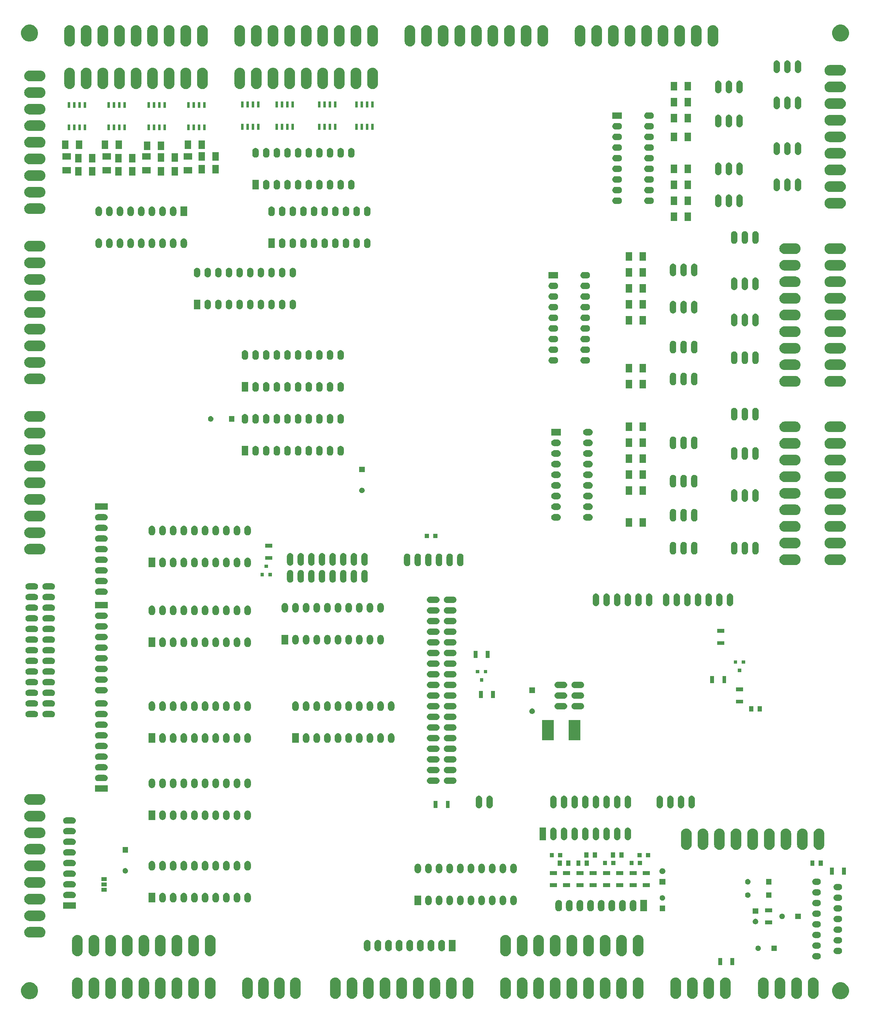
<source format=gbr>
G04 #@! TF.GenerationSoftware,KiCad,Pcbnew,5.0.2-bee76a0~70~ubuntu18.04.1*
G04 #@! TF.CreationDate,2019-03-31T15:41:12+02:00*
G04 #@! TF.ProjectId,APC,4150432e-6b69-4636-9164-5f7063625858,rev?*
G04 #@! TF.SameCoordinates,Original*
G04 #@! TF.FileFunction,Soldermask,Bot*
G04 #@! TF.FilePolarity,Negative*
%FSLAX46Y46*%
G04 Gerber Fmt 4.6, Leading zero omitted, Abs format (unit mm)*
G04 Created by KiCad (PCBNEW 5.0.2-bee76a0~70~ubuntu18.04.1) date So 31 Mär 2019 15:41:12 CEST*
%MOMM*%
%LPD*%
G01*
G04 APERTURE LIST*
%ADD10C,0.150000*%
G04 APERTURE END LIST*
D10*
G36*
X214587712Y-245696088D02*
X214957510Y-245849263D01*
X214957513Y-245849265D01*
X215290325Y-246071643D01*
X215573357Y-246354675D01*
X215795735Y-246687487D01*
X215795737Y-246687490D01*
X215948912Y-247057288D01*
X216027000Y-247449864D01*
X216027000Y-247850136D01*
X215948912Y-248242712D01*
X215795737Y-248612510D01*
X215795735Y-248612513D01*
X215573357Y-248945325D01*
X215290325Y-249228357D01*
X214957513Y-249450735D01*
X214957510Y-249450737D01*
X214587712Y-249603912D01*
X214195136Y-249682000D01*
X213794864Y-249682000D01*
X213402288Y-249603912D01*
X213032490Y-249450737D01*
X213032487Y-249450735D01*
X212699675Y-249228357D01*
X212416643Y-248945325D01*
X212194265Y-248612513D01*
X212194263Y-248612510D01*
X212041088Y-248242712D01*
X211963000Y-247850136D01*
X211963000Y-247449864D01*
X212041088Y-247057288D01*
X212194263Y-246687490D01*
X212194265Y-246687487D01*
X212416643Y-246354675D01*
X212699675Y-246071643D01*
X213032487Y-245849265D01*
X213032490Y-245849263D01*
X213402288Y-245696088D01*
X213794864Y-245618000D01*
X214195136Y-245618000D01*
X214587712Y-245696088D01*
X214587712Y-245696088D01*
G37*
G36*
X20912712Y-245696088D02*
X21282510Y-245849263D01*
X21282513Y-245849265D01*
X21615325Y-246071643D01*
X21898357Y-246354675D01*
X22120735Y-246687487D01*
X22120737Y-246687490D01*
X22273912Y-247057288D01*
X22352000Y-247449864D01*
X22352000Y-247850136D01*
X22273912Y-248242712D01*
X22120737Y-248612510D01*
X22120735Y-248612513D01*
X21898357Y-248945325D01*
X21615325Y-249228357D01*
X21282513Y-249450735D01*
X21282510Y-249450737D01*
X20912712Y-249603912D01*
X20520136Y-249682000D01*
X20119864Y-249682000D01*
X19727288Y-249603912D01*
X19357490Y-249450737D01*
X19357487Y-249450735D01*
X19024675Y-249228357D01*
X18741643Y-248945325D01*
X18519265Y-248612513D01*
X18519263Y-248612510D01*
X18366088Y-248242712D01*
X18288000Y-247850136D01*
X18288000Y-247449864D01*
X18366088Y-247057288D01*
X18519263Y-246687490D01*
X18519265Y-246687487D01*
X18741643Y-246354675D01*
X19024675Y-246071643D01*
X19357487Y-245849265D01*
X19357490Y-245849263D01*
X19727288Y-245696088D01*
X20119864Y-245618000D01*
X20520136Y-245618000D01*
X20912712Y-245696088D01*
X20912712Y-245696088D01*
G37*
G36*
X134233964Y-244493376D02*
X134473358Y-244565996D01*
X134693987Y-244683924D01*
X134826255Y-244792474D01*
X134887370Y-244842630D01*
X135001061Y-244981162D01*
X135046078Y-245036015D01*
X135164004Y-245256641D01*
X135236624Y-245496035D01*
X135255000Y-245682616D01*
X135255000Y-248347384D01*
X135236624Y-248533965D01*
X135164004Y-248773359D01*
X135046076Y-248993988D01*
X134887370Y-249187370D01*
X134693988Y-249346076D01*
X134473359Y-249464004D01*
X134233965Y-249536624D01*
X133985000Y-249561144D01*
X133736036Y-249536624D01*
X133496642Y-249464004D01*
X133276013Y-249346076D01*
X133082631Y-249187370D01*
X132923925Y-248993988D01*
X132805997Y-248773359D01*
X132733377Y-248533965D01*
X132715001Y-248347384D01*
X132715000Y-245682617D01*
X132733376Y-245496036D01*
X132805996Y-245256642D01*
X132923924Y-245036013D01*
X133082628Y-244842633D01*
X133082630Y-244842630D01*
X133221162Y-244728939D01*
X133276015Y-244683922D01*
X133496641Y-244565996D01*
X133736035Y-244493376D01*
X133985000Y-244468856D01*
X134233964Y-244493376D01*
X134233964Y-244493376D01*
G37*
G36*
X101518764Y-244493376D02*
X101758158Y-244565996D01*
X101978787Y-244683924D01*
X102111055Y-244792474D01*
X102172170Y-244842630D01*
X102285861Y-244981162D01*
X102330878Y-245036015D01*
X102448804Y-245256641D01*
X102521424Y-245496035D01*
X102539800Y-245682616D01*
X102539800Y-248347384D01*
X102521424Y-248533965D01*
X102448804Y-248773359D01*
X102330876Y-248993988D01*
X102172170Y-249187370D01*
X101978788Y-249346076D01*
X101758159Y-249464004D01*
X101518765Y-249536624D01*
X101269800Y-249561144D01*
X101020836Y-249536624D01*
X100781442Y-249464004D01*
X100560813Y-249346076D01*
X100367431Y-249187370D01*
X100208725Y-248993988D01*
X100090797Y-248773359D01*
X100018177Y-248533965D01*
X99999801Y-248347384D01*
X99999800Y-245682617D01*
X100018176Y-245496036D01*
X100090796Y-245256642D01*
X100208724Y-245036013D01*
X100367428Y-244842633D01*
X100367430Y-244842630D01*
X100505962Y-244728939D01*
X100560815Y-244683922D01*
X100781441Y-244565996D01*
X101020835Y-244493376D01*
X101269800Y-244468856D01*
X101518764Y-244493376D01*
X101518764Y-244493376D01*
G37*
G36*
X97556364Y-244493376D02*
X97795758Y-244565996D01*
X98016387Y-244683924D01*
X98148655Y-244792474D01*
X98209770Y-244842630D01*
X98323461Y-244981162D01*
X98368478Y-245036015D01*
X98486404Y-245256641D01*
X98559024Y-245496035D01*
X98577400Y-245682616D01*
X98577400Y-248347384D01*
X98559024Y-248533965D01*
X98486404Y-248773359D01*
X98368476Y-248993988D01*
X98209770Y-249187370D01*
X98016388Y-249346076D01*
X97795759Y-249464004D01*
X97556365Y-249536624D01*
X97307400Y-249561144D01*
X97058436Y-249536624D01*
X96819042Y-249464004D01*
X96598413Y-249346076D01*
X96405031Y-249187370D01*
X96246325Y-248993988D01*
X96128397Y-248773359D01*
X96055777Y-248533965D01*
X96037401Y-248347384D01*
X96037400Y-245682617D01*
X96055776Y-245496036D01*
X96128396Y-245256642D01*
X96246324Y-245036013D01*
X96405028Y-244842633D01*
X96405030Y-244842630D01*
X96543562Y-244728939D01*
X96598415Y-244683922D01*
X96819041Y-244565996D01*
X97058435Y-244493376D01*
X97307400Y-244468856D01*
X97556364Y-244493376D01*
X97556364Y-244493376D01*
G37*
G36*
X93593964Y-244493376D02*
X93833358Y-244565996D01*
X94053987Y-244683924D01*
X94186255Y-244792474D01*
X94247370Y-244842630D01*
X94361061Y-244981162D01*
X94406078Y-245036015D01*
X94524004Y-245256641D01*
X94596624Y-245496035D01*
X94615000Y-245682616D01*
X94615000Y-248347384D01*
X94596624Y-248533965D01*
X94524004Y-248773359D01*
X94406076Y-248993988D01*
X94247370Y-249187370D01*
X94053988Y-249346076D01*
X93833359Y-249464004D01*
X93593965Y-249536624D01*
X93345000Y-249561144D01*
X93096036Y-249536624D01*
X92856642Y-249464004D01*
X92636013Y-249346076D01*
X92442631Y-249187370D01*
X92283925Y-248993988D01*
X92165997Y-248773359D01*
X92093377Y-248533965D01*
X92075001Y-248347384D01*
X92075000Y-245682617D01*
X92093376Y-245496036D01*
X92165996Y-245256642D01*
X92283924Y-245036013D01*
X92442628Y-244842633D01*
X92442630Y-244842630D01*
X92581162Y-244728939D01*
X92636015Y-244683922D01*
X92856641Y-244565996D01*
X93096035Y-244493376D01*
X93345000Y-244468856D01*
X93593964Y-244493376D01*
X93593964Y-244493376D01*
G37*
G36*
X105481164Y-244493376D02*
X105720558Y-244565996D01*
X105941187Y-244683924D01*
X106073455Y-244792474D01*
X106134570Y-244842630D01*
X106248261Y-244981162D01*
X106293278Y-245036015D01*
X106411204Y-245256641D01*
X106483824Y-245496035D01*
X106502200Y-245682616D01*
X106502200Y-248347384D01*
X106483824Y-248533965D01*
X106411204Y-248773359D01*
X106293276Y-248993988D01*
X106134570Y-249187370D01*
X105941188Y-249346076D01*
X105720559Y-249464004D01*
X105481165Y-249536624D01*
X105232200Y-249561144D01*
X104983236Y-249536624D01*
X104743842Y-249464004D01*
X104523213Y-249346076D01*
X104329831Y-249187370D01*
X104171125Y-248993988D01*
X104053197Y-248773359D01*
X103980577Y-248533965D01*
X103962201Y-248347384D01*
X103962200Y-245682617D01*
X103980576Y-245496036D01*
X104053196Y-245256642D01*
X104171124Y-245036013D01*
X104329828Y-244842633D01*
X104329830Y-244842630D01*
X104468362Y-244728939D01*
X104523215Y-244683922D01*
X104743841Y-244565996D01*
X104983235Y-244493376D01*
X105232200Y-244468856D01*
X105481164Y-244493376D01*
X105481164Y-244493376D01*
G37*
G36*
X109443564Y-244493376D02*
X109682958Y-244565996D01*
X109903587Y-244683924D01*
X110035855Y-244792474D01*
X110096970Y-244842630D01*
X110210661Y-244981162D01*
X110255678Y-245036015D01*
X110373604Y-245256641D01*
X110446224Y-245496035D01*
X110464600Y-245682616D01*
X110464600Y-248347384D01*
X110446224Y-248533965D01*
X110373604Y-248773359D01*
X110255676Y-248993988D01*
X110096970Y-249187370D01*
X109903588Y-249346076D01*
X109682959Y-249464004D01*
X109443565Y-249536624D01*
X109194600Y-249561144D01*
X108945636Y-249536624D01*
X108706242Y-249464004D01*
X108485613Y-249346076D01*
X108292231Y-249187370D01*
X108133525Y-248993988D01*
X108015597Y-248773359D01*
X107942977Y-248533965D01*
X107924601Y-248347384D01*
X107924600Y-245682617D01*
X107942976Y-245496036D01*
X108015596Y-245256642D01*
X108133524Y-245036013D01*
X108292228Y-244842633D01*
X108292230Y-244842630D01*
X108430762Y-244728939D01*
X108485615Y-244683922D01*
X108706241Y-244565996D01*
X108945635Y-244493376D01*
X109194600Y-244468856D01*
X109443564Y-244493376D01*
X109443564Y-244493376D01*
G37*
G36*
X113405964Y-244493376D02*
X113645358Y-244565996D01*
X113865987Y-244683924D01*
X113998255Y-244792474D01*
X114059370Y-244842630D01*
X114173061Y-244981162D01*
X114218078Y-245036015D01*
X114336004Y-245256641D01*
X114408624Y-245496035D01*
X114427000Y-245682616D01*
X114427000Y-248347384D01*
X114408624Y-248533965D01*
X114336004Y-248773359D01*
X114218076Y-248993988D01*
X114059370Y-249187370D01*
X113865988Y-249346076D01*
X113645359Y-249464004D01*
X113405965Y-249536624D01*
X113157000Y-249561144D01*
X112908036Y-249536624D01*
X112668642Y-249464004D01*
X112448013Y-249346076D01*
X112254631Y-249187370D01*
X112095925Y-248993988D01*
X111977997Y-248773359D01*
X111905377Y-248533965D01*
X111887001Y-248347384D01*
X111887000Y-245682617D01*
X111905376Y-245496036D01*
X111977996Y-245256642D01*
X112095924Y-245036013D01*
X112254628Y-244842633D01*
X112254630Y-244842630D01*
X112393162Y-244728939D01*
X112448015Y-244683922D01*
X112668641Y-244565996D01*
X112908035Y-244493376D01*
X113157000Y-244468856D01*
X113405964Y-244493376D01*
X113405964Y-244493376D01*
G37*
G36*
X117368364Y-244493376D02*
X117607758Y-244565996D01*
X117828387Y-244683924D01*
X117960655Y-244792474D01*
X118021770Y-244842630D01*
X118135461Y-244981162D01*
X118180478Y-245036015D01*
X118298404Y-245256641D01*
X118371024Y-245496035D01*
X118389400Y-245682616D01*
X118389400Y-248347384D01*
X118371024Y-248533965D01*
X118298404Y-248773359D01*
X118180476Y-248993988D01*
X118021770Y-249187370D01*
X117828388Y-249346076D01*
X117607759Y-249464004D01*
X117368365Y-249536624D01*
X117119400Y-249561144D01*
X116870436Y-249536624D01*
X116631042Y-249464004D01*
X116410413Y-249346076D01*
X116217031Y-249187370D01*
X116058325Y-248993988D01*
X115940397Y-248773359D01*
X115867777Y-248533965D01*
X115849401Y-248347384D01*
X115849400Y-245682617D01*
X115867776Y-245496036D01*
X115940396Y-245256642D01*
X116058324Y-245036013D01*
X116217028Y-244842633D01*
X116217030Y-244842630D01*
X116355562Y-244728939D01*
X116410415Y-244683922D01*
X116631041Y-244565996D01*
X116870435Y-244493376D01*
X117119400Y-244468856D01*
X117368364Y-244493376D01*
X117368364Y-244493376D01*
G37*
G36*
X125293164Y-244493376D02*
X125532558Y-244565996D01*
X125753187Y-244683924D01*
X125885455Y-244792474D01*
X125946570Y-244842630D01*
X126060261Y-244981162D01*
X126105278Y-245036015D01*
X126223204Y-245256641D01*
X126295824Y-245496035D01*
X126314200Y-245682616D01*
X126314200Y-248347384D01*
X126295824Y-248533965D01*
X126223204Y-248773359D01*
X126105276Y-248993988D01*
X125946570Y-249187370D01*
X125753188Y-249346076D01*
X125532559Y-249464004D01*
X125293165Y-249536624D01*
X125044200Y-249561144D01*
X124795236Y-249536624D01*
X124555842Y-249464004D01*
X124335213Y-249346076D01*
X124141831Y-249187370D01*
X123983125Y-248993988D01*
X123865197Y-248773359D01*
X123792577Y-248533965D01*
X123774201Y-248347384D01*
X123774200Y-245682617D01*
X123792576Y-245496036D01*
X123865196Y-245256642D01*
X123983124Y-245036013D01*
X124141828Y-244842633D01*
X124141830Y-244842630D01*
X124280362Y-244728939D01*
X124335215Y-244683922D01*
X124555841Y-244565996D01*
X124795235Y-244493376D01*
X125044200Y-244468856D01*
X125293164Y-244493376D01*
X125293164Y-244493376D01*
G37*
G36*
X165933164Y-244493376D02*
X166172558Y-244565996D01*
X166393187Y-244683924D01*
X166525455Y-244792474D01*
X166586570Y-244842630D01*
X166700261Y-244981162D01*
X166745278Y-245036015D01*
X166863204Y-245256641D01*
X166935824Y-245496035D01*
X166954200Y-245682616D01*
X166954200Y-248347384D01*
X166935824Y-248533965D01*
X166863204Y-248773359D01*
X166745276Y-248993988D01*
X166586570Y-249187370D01*
X166393188Y-249346076D01*
X166172559Y-249464004D01*
X165933165Y-249536624D01*
X165684200Y-249561144D01*
X165435236Y-249536624D01*
X165195842Y-249464004D01*
X164975213Y-249346076D01*
X164781831Y-249187370D01*
X164623125Y-248993988D01*
X164505197Y-248773359D01*
X164432577Y-248533965D01*
X164414201Y-248347384D01*
X164414200Y-245682617D01*
X164432576Y-245496036D01*
X164505196Y-245256642D01*
X164623124Y-245036013D01*
X164781828Y-244842633D01*
X164781830Y-244842630D01*
X164920362Y-244728939D01*
X164975215Y-244683922D01*
X165195841Y-244565996D01*
X165435235Y-244493376D01*
X165684200Y-244468856D01*
X165933164Y-244493376D01*
X165933164Y-244493376D01*
G37*
G36*
X51810964Y-244493376D02*
X52050358Y-244565996D01*
X52270987Y-244683924D01*
X52403255Y-244792474D01*
X52464370Y-244842630D01*
X52578061Y-244981162D01*
X52623078Y-245036015D01*
X52741004Y-245256641D01*
X52813624Y-245496035D01*
X52832000Y-245682616D01*
X52832000Y-248347384D01*
X52813624Y-248533965D01*
X52741004Y-248773359D01*
X52623076Y-248993988D01*
X52464370Y-249187370D01*
X52270988Y-249346076D01*
X52050359Y-249464004D01*
X51810965Y-249536624D01*
X51562000Y-249561144D01*
X51313036Y-249536624D01*
X51073642Y-249464004D01*
X50853013Y-249346076D01*
X50659631Y-249187370D01*
X50500925Y-248993988D01*
X50382997Y-248773359D01*
X50310377Y-248533965D01*
X50292001Y-248347384D01*
X50292000Y-245682617D01*
X50310376Y-245496036D01*
X50382996Y-245256642D01*
X50500924Y-245036013D01*
X50659628Y-244842633D01*
X50659630Y-244842630D01*
X50798162Y-244728939D01*
X50853015Y-244683922D01*
X51073641Y-244565996D01*
X51313035Y-244493376D01*
X51562000Y-244468856D01*
X51810964Y-244493376D01*
X51810964Y-244493376D01*
G37*
G36*
X158008364Y-244493376D02*
X158247758Y-244565996D01*
X158468387Y-244683924D01*
X158600655Y-244792474D01*
X158661770Y-244842630D01*
X158775461Y-244981162D01*
X158820478Y-245036015D01*
X158938404Y-245256641D01*
X159011024Y-245496035D01*
X159029400Y-245682616D01*
X159029400Y-248347384D01*
X159011024Y-248533965D01*
X158938404Y-248773359D01*
X158820476Y-248993988D01*
X158661770Y-249187370D01*
X158468388Y-249346076D01*
X158247759Y-249464004D01*
X158008365Y-249536624D01*
X157759400Y-249561144D01*
X157510436Y-249536624D01*
X157271042Y-249464004D01*
X157050413Y-249346076D01*
X156857031Y-249187370D01*
X156698325Y-248993988D01*
X156580397Y-248773359D01*
X156507777Y-248533965D01*
X156489401Y-248347384D01*
X156489400Y-245682617D01*
X156507776Y-245496036D01*
X156580396Y-245256642D01*
X156698324Y-245036013D01*
X156857028Y-244842633D01*
X156857030Y-244842630D01*
X156995562Y-244728939D01*
X157050415Y-244683922D01*
X157271041Y-244565996D01*
X157510435Y-244493376D01*
X157759400Y-244468856D01*
X158008364Y-244493376D01*
X158008364Y-244493376D01*
G37*
G36*
X154045964Y-244493376D02*
X154285358Y-244565996D01*
X154505987Y-244683924D01*
X154638255Y-244792474D01*
X154699370Y-244842630D01*
X154813061Y-244981162D01*
X154858078Y-245036015D01*
X154976004Y-245256641D01*
X155048624Y-245496035D01*
X155067000Y-245682616D01*
X155067000Y-248347384D01*
X155048624Y-248533965D01*
X154976004Y-248773359D01*
X154858076Y-248993988D01*
X154699370Y-249187370D01*
X154505988Y-249346076D01*
X154285359Y-249464004D01*
X154045965Y-249536624D01*
X153797000Y-249561144D01*
X153548036Y-249536624D01*
X153308642Y-249464004D01*
X153088013Y-249346076D01*
X152894631Y-249187370D01*
X152735925Y-248993988D01*
X152617997Y-248773359D01*
X152545377Y-248533965D01*
X152527001Y-248347384D01*
X152527000Y-245682617D01*
X152545376Y-245496036D01*
X152617996Y-245256642D01*
X152735924Y-245036013D01*
X152894628Y-244842633D01*
X152894630Y-244842630D01*
X153033162Y-244728939D01*
X153088015Y-244683922D01*
X153308641Y-244565996D01*
X153548035Y-244493376D01*
X153797000Y-244468856D01*
X154045964Y-244493376D01*
X154045964Y-244493376D01*
G37*
G36*
X150083564Y-244493376D02*
X150322958Y-244565996D01*
X150543587Y-244683924D01*
X150675855Y-244792474D01*
X150736970Y-244842630D01*
X150850661Y-244981162D01*
X150895678Y-245036015D01*
X151013604Y-245256641D01*
X151086224Y-245496035D01*
X151104600Y-245682616D01*
X151104600Y-248347384D01*
X151086224Y-248533965D01*
X151013604Y-248773359D01*
X150895676Y-248993988D01*
X150736970Y-249187370D01*
X150543588Y-249346076D01*
X150322959Y-249464004D01*
X150083565Y-249536624D01*
X149834600Y-249561144D01*
X149585636Y-249536624D01*
X149346242Y-249464004D01*
X149125613Y-249346076D01*
X148932231Y-249187370D01*
X148773525Y-248993988D01*
X148655597Y-248773359D01*
X148582977Y-248533965D01*
X148564601Y-248347384D01*
X148564600Y-245682617D01*
X148582976Y-245496036D01*
X148655596Y-245256642D01*
X148773524Y-245036013D01*
X148932228Y-244842633D01*
X148932230Y-244842630D01*
X149070762Y-244728939D01*
X149125615Y-244683922D01*
X149346241Y-244565996D01*
X149585635Y-244493376D01*
X149834600Y-244468856D01*
X150083564Y-244493376D01*
X150083564Y-244493376D01*
G37*
G36*
X146121164Y-244493376D02*
X146360558Y-244565996D01*
X146581187Y-244683924D01*
X146713455Y-244792474D01*
X146774570Y-244842630D01*
X146888261Y-244981162D01*
X146933278Y-245036015D01*
X147051204Y-245256641D01*
X147123824Y-245496035D01*
X147142200Y-245682616D01*
X147142200Y-248347384D01*
X147123824Y-248533965D01*
X147051204Y-248773359D01*
X146933276Y-248993988D01*
X146774570Y-249187370D01*
X146581188Y-249346076D01*
X146360559Y-249464004D01*
X146121165Y-249536624D01*
X145872200Y-249561144D01*
X145623236Y-249536624D01*
X145383842Y-249464004D01*
X145163213Y-249346076D01*
X144969831Y-249187370D01*
X144811125Y-248993988D01*
X144693197Y-248773359D01*
X144620577Y-248533965D01*
X144602201Y-248347384D01*
X144602200Y-245682617D01*
X144620576Y-245496036D01*
X144693196Y-245256642D01*
X144811124Y-245036013D01*
X144969828Y-244842633D01*
X144969830Y-244842630D01*
X145108362Y-244728939D01*
X145163215Y-244683922D01*
X145383841Y-244565996D01*
X145623235Y-244493376D01*
X145872200Y-244468856D01*
X146121164Y-244493376D01*
X146121164Y-244493376D01*
G37*
G36*
X138196364Y-244493376D02*
X138435758Y-244565996D01*
X138656387Y-244683924D01*
X138788655Y-244792474D01*
X138849770Y-244842630D01*
X138963461Y-244981162D01*
X139008478Y-245036015D01*
X139126404Y-245256641D01*
X139199024Y-245496035D01*
X139217400Y-245682616D01*
X139217400Y-248347384D01*
X139199024Y-248533965D01*
X139126404Y-248773359D01*
X139008476Y-248993988D01*
X138849770Y-249187370D01*
X138656388Y-249346076D01*
X138435759Y-249464004D01*
X138196365Y-249536624D01*
X137947400Y-249561144D01*
X137698436Y-249536624D01*
X137459042Y-249464004D01*
X137238413Y-249346076D01*
X137045031Y-249187370D01*
X136886325Y-248993988D01*
X136768397Y-248773359D01*
X136695777Y-248533965D01*
X136677401Y-248347384D01*
X136677400Y-245682617D01*
X136695776Y-245496036D01*
X136768396Y-245256642D01*
X136886324Y-245036013D01*
X137045028Y-244842633D01*
X137045030Y-244842630D01*
X137183562Y-244728939D01*
X137238415Y-244683922D01*
X137459041Y-244565996D01*
X137698435Y-244493376D01*
X137947400Y-244468856D01*
X138196364Y-244493376D01*
X138196364Y-244493376D01*
G37*
G36*
X142158764Y-244493376D02*
X142398158Y-244565996D01*
X142618787Y-244683924D01*
X142751055Y-244792474D01*
X142812170Y-244842630D01*
X142925861Y-244981162D01*
X142970878Y-245036015D01*
X143088804Y-245256641D01*
X143161424Y-245496035D01*
X143179800Y-245682616D01*
X143179800Y-248347384D01*
X143161424Y-248533965D01*
X143088804Y-248773359D01*
X142970876Y-248993988D01*
X142812170Y-249187370D01*
X142618788Y-249346076D01*
X142398159Y-249464004D01*
X142158765Y-249536624D01*
X141909800Y-249561144D01*
X141660836Y-249536624D01*
X141421442Y-249464004D01*
X141200813Y-249346076D01*
X141007431Y-249187370D01*
X140848725Y-248993988D01*
X140730797Y-248773359D01*
X140658177Y-248533965D01*
X140639801Y-248347384D01*
X140639800Y-245682617D01*
X140658176Y-245496036D01*
X140730796Y-245256642D01*
X140848724Y-245036013D01*
X141007428Y-244842633D01*
X141007430Y-244842630D01*
X141145962Y-244728939D01*
X141200815Y-244683922D01*
X141421441Y-244565996D01*
X141660835Y-244493376D01*
X141909800Y-244468856D01*
X142158764Y-244493376D01*
X142158764Y-244493376D01*
G37*
G36*
X63698164Y-244493376D02*
X63937558Y-244565996D01*
X64158187Y-244683924D01*
X64290455Y-244792474D01*
X64351570Y-244842630D01*
X64465261Y-244981162D01*
X64510278Y-245036015D01*
X64628204Y-245256641D01*
X64700824Y-245496035D01*
X64719200Y-245682616D01*
X64719200Y-248347384D01*
X64700824Y-248533965D01*
X64628204Y-248773359D01*
X64510276Y-248993988D01*
X64351570Y-249187370D01*
X64158188Y-249346076D01*
X63937559Y-249464004D01*
X63698165Y-249536624D01*
X63449200Y-249561144D01*
X63200236Y-249536624D01*
X62960842Y-249464004D01*
X62740213Y-249346076D01*
X62546831Y-249187370D01*
X62388125Y-248993988D01*
X62270197Y-248773359D01*
X62197577Y-248533965D01*
X62179201Y-248347384D01*
X62179200Y-245682617D01*
X62197576Y-245496036D01*
X62270196Y-245256642D01*
X62388124Y-245036013D01*
X62546828Y-244842633D01*
X62546830Y-244842630D01*
X62685362Y-244728939D01*
X62740215Y-244683922D01*
X62960841Y-244565996D01*
X63200235Y-244493376D01*
X63449200Y-244468856D01*
X63698164Y-244493376D01*
X63698164Y-244493376D01*
G37*
G36*
X59735764Y-244493376D02*
X59975158Y-244565996D01*
X60195787Y-244683924D01*
X60328055Y-244792474D01*
X60389170Y-244842630D01*
X60502861Y-244981162D01*
X60547878Y-245036015D01*
X60665804Y-245256641D01*
X60738424Y-245496035D01*
X60756800Y-245682616D01*
X60756800Y-248347384D01*
X60738424Y-248533965D01*
X60665804Y-248773359D01*
X60547876Y-248993988D01*
X60389170Y-249187370D01*
X60195788Y-249346076D01*
X59975159Y-249464004D01*
X59735765Y-249536624D01*
X59486800Y-249561144D01*
X59237836Y-249536624D01*
X58998442Y-249464004D01*
X58777813Y-249346076D01*
X58584431Y-249187370D01*
X58425725Y-248993988D01*
X58307797Y-248773359D01*
X58235177Y-248533965D01*
X58216801Y-248347384D01*
X58216800Y-245682617D01*
X58235176Y-245496036D01*
X58307796Y-245256642D01*
X58425724Y-245036013D01*
X58584428Y-244842633D01*
X58584430Y-244842630D01*
X58722962Y-244728939D01*
X58777815Y-244683922D01*
X58998441Y-244565996D01*
X59237835Y-244493376D01*
X59486800Y-244468856D01*
X59735764Y-244493376D01*
X59735764Y-244493376D01*
G37*
G36*
X207716164Y-244493376D02*
X207955558Y-244565996D01*
X208176187Y-244683924D01*
X208308455Y-244792474D01*
X208369570Y-244842630D01*
X208483261Y-244981162D01*
X208528278Y-245036015D01*
X208646204Y-245256641D01*
X208718824Y-245496035D01*
X208737200Y-245682616D01*
X208737200Y-248347384D01*
X208718824Y-248533965D01*
X208646204Y-248773359D01*
X208528276Y-248993988D01*
X208369570Y-249187370D01*
X208176188Y-249346076D01*
X207955559Y-249464004D01*
X207716165Y-249536624D01*
X207467200Y-249561144D01*
X207218236Y-249536624D01*
X206978842Y-249464004D01*
X206758213Y-249346076D01*
X206564831Y-249187370D01*
X206406125Y-248993988D01*
X206288197Y-248773359D01*
X206215577Y-248533965D01*
X206197201Y-248347384D01*
X206197200Y-245682617D01*
X206215576Y-245496036D01*
X206288196Y-245256642D01*
X206406124Y-245036013D01*
X206564828Y-244842633D01*
X206564830Y-244842630D01*
X206703362Y-244728939D01*
X206758215Y-244683922D01*
X206978841Y-244565996D01*
X207218235Y-244493376D01*
X207467200Y-244468856D01*
X207716164Y-244493376D01*
X207716164Y-244493376D01*
G37*
G36*
X80258964Y-244493376D02*
X80498358Y-244565996D01*
X80718987Y-244683924D01*
X80851255Y-244792474D01*
X80912370Y-244842630D01*
X81026061Y-244981162D01*
X81071078Y-245036015D01*
X81189004Y-245256641D01*
X81261624Y-245496035D01*
X81280000Y-245682616D01*
X81280000Y-248347384D01*
X81261624Y-248533965D01*
X81189004Y-248773359D01*
X81071076Y-248993988D01*
X80912370Y-249187370D01*
X80718988Y-249346076D01*
X80498359Y-249464004D01*
X80258965Y-249536624D01*
X80010000Y-249561144D01*
X79761036Y-249536624D01*
X79521642Y-249464004D01*
X79301013Y-249346076D01*
X79107631Y-249187370D01*
X78948925Y-248993988D01*
X78830997Y-248773359D01*
X78758377Y-248533965D01*
X78740001Y-248347384D01*
X78740000Y-245682617D01*
X78758376Y-245496036D01*
X78830996Y-245256642D01*
X78948924Y-245036013D01*
X79107628Y-244842633D01*
X79107630Y-244842630D01*
X79246162Y-244728939D01*
X79301015Y-244683922D01*
X79521641Y-244565996D01*
X79761035Y-244493376D01*
X80010000Y-244468856D01*
X80258964Y-244493376D01*
X80258964Y-244493376D01*
G37*
G36*
X121330764Y-244493376D02*
X121570158Y-244565996D01*
X121790787Y-244683924D01*
X121923055Y-244792474D01*
X121984170Y-244842630D01*
X122097861Y-244981162D01*
X122142878Y-245036015D01*
X122260804Y-245256641D01*
X122333424Y-245496035D01*
X122351800Y-245682616D01*
X122351800Y-248347384D01*
X122333424Y-248533965D01*
X122260804Y-248773359D01*
X122142876Y-248993988D01*
X121984170Y-249187370D01*
X121790788Y-249346076D01*
X121570159Y-249464004D01*
X121330765Y-249536624D01*
X121081800Y-249561144D01*
X120832836Y-249536624D01*
X120593442Y-249464004D01*
X120372813Y-249346076D01*
X120179431Y-249187370D01*
X120020725Y-248993988D01*
X119902797Y-248773359D01*
X119830177Y-248533965D01*
X119811801Y-248347384D01*
X119811800Y-245682617D01*
X119830176Y-245496036D01*
X119902796Y-245256642D01*
X120020724Y-245036013D01*
X120179428Y-244842633D01*
X120179430Y-244842630D01*
X120317962Y-244728939D01*
X120372815Y-244683922D01*
X120593441Y-244565996D01*
X120832835Y-244493376D01*
X121081800Y-244468856D01*
X121330764Y-244493376D01*
X121330764Y-244493376D01*
G37*
G36*
X47848564Y-244493376D02*
X48087958Y-244565996D01*
X48308587Y-244683924D01*
X48440855Y-244792474D01*
X48501970Y-244842630D01*
X48615661Y-244981162D01*
X48660678Y-245036015D01*
X48778604Y-245256641D01*
X48851224Y-245496035D01*
X48869600Y-245682616D01*
X48869600Y-248347384D01*
X48851224Y-248533965D01*
X48778604Y-248773359D01*
X48660676Y-248993988D01*
X48501970Y-249187370D01*
X48308588Y-249346076D01*
X48087959Y-249464004D01*
X47848565Y-249536624D01*
X47599600Y-249561144D01*
X47350636Y-249536624D01*
X47111242Y-249464004D01*
X46890613Y-249346076D01*
X46697231Y-249187370D01*
X46538525Y-248993988D01*
X46420597Y-248773359D01*
X46347977Y-248533965D01*
X46329601Y-248347384D01*
X46329600Y-245682617D01*
X46347976Y-245496036D01*
X46420596Y-245256642D01*
X46538524Y-245036013D01*
X46697228Y-244842633D01*
X46697230Y-244842630D01*
X46835762Y-244728939D01*
X46890615Y-244683922D01*
X47111241Y-244565996D01*
X47350635Y-244493376D01*
X47599600Y-244468856D01*
X47848564Y-244493376D01*
X47848564Y-244493376D01*
G37*
G36*
X43886164Y-244493376D02*
X44125558Y-244565996D01*
X44346187Y-244683924D01*
X44478455Y-244792474D01*
X44539570Y-244842630D01*
X44653261Y-244981162D01*
X44698278Y-245036015D01*
X44816204Y-245256641D01*
X44888824Y-245496035D01*
X44907200Y-245682616D01*
X44907200Y-248347384D01*
X44888824Y-248533965D01*
X44816204Y-248773359D01*
X44698276Y-248993988D01*
X44539570Y-249187370D01*
X44346188Y-249346076D01*
X44125559Y-249464004D01*
X43886165Y-249536624D01*
X43637200Y-249561144D01*
X43388236Y-249536624D01*
X43148842Y-249464004D01*
X42928213Y-249346076D01*
X42734831Y-249187370D01*
X42576125Y-248993988D01*
X42458197Y-248773359D01*
X42385577Y-248533965D01*
X42367201Y-248347384D01*
X42367200Y-245682617D01*
X42385576Y-245496036D01*
X42458196Y-245256642D01*
X42576124Y-245036013D01*
X42734828Y-244842633D01*
X42734830Y-244842630D01*
X42873362Y-244728939D01*
X42928215Y-244683922D01*
X43148841Y-244565996D01*
X43388235Y-244493376D01*
X43637200Y-244468856D01*
X43886164Y-244493376D01*
X43886164Y-244493376D01*
G37*
G36*
X31998964Y-244493376D02*
X32238358Y-244565996D01*
X32458987Y-244683924D01*
X32591255Y-244792474D01*
X32652370Y-244842630D01*
X32766061Y-244981162D01*
X32811078Y-245036015D01*
X32929004Y-245256641D01*
X33001624Y-245496035D01*
X33020000Y-245682616D01*
X33020000Y-248347384D01*
X33001624Y-248533965D01*
X32929004Y-248773359D01*
X32811076Y-248993988D01*
X32652370Y-249187370D01*
X32458988Y-249346076D01*
X32238359Y-249464004D01*
X31998965Y-249536624D01*
X31750000Y-249561144D01*
X31501036Y-249536624D01*
X31261642Y-249464004D01*
X31041013Y-249346076D01*
X30847631Y-249187370D01*
X30688925Y-248993988D01*
X30570997Y-248773359D01*
X30498377Y-248533965D01*
X30480001Y-248347384D01*
X30480000Y-245682617D01*
X30498376Y-245496036D01*
X30570996Y-245256642D01*
X30688924Y-245036013D01*
X30847628Y-244842633D01*
X30847630Y-244842630D01*
X30986162Y-244728939D01*
X31041015Y-244683922D01*
X31261641Y-244565996D01*
X31501035Y-244493376D01*
X31750000Y-244468856D01*
X31998964Y-244493376D01*
X31998964Y-244493376D01*
G37*
G36*
X35961364Y-244493376D02*
X36200758Y-244565996D01*
X36421387Y-244683924D01*
X36553655Y-244792474D01*
X36614770Y-244842630D01*
X36728461Y-244981162D01*
X36773478Y-245036015D01*
X36891404Y-245256641D01*
X36964024Y-245496035D01*
X36982400Y-245682616D01*
X36982400Y-248347384D01*
X36964024Y-248533965D01*
X36891404Y-248773359D01*
X36773476Y-248993988D01*
X36614770Y-249187370D01*
X36421388Y-249346076D01*
X36200759Y-249464004D01*
X35961365Y-249536624D01*
X35712400Y-249561144D01*
X35463436Y-249536624D01*
X35224042Y-249464004D01*
X35003413Y-249346076D01*
X34810031Y-249187370D01*
X34651325Y-248993988D01*
X34533397Y-248773359D01*
X34460777Y-248533965D01*
X34442401Y-248347384D01*
X34442400Y-245682617D01*
X34460776Y-245496036D01*
X34533396Y-245256642D01*
X34651324Y-245036013D01*
X34810028Y-244842633D01*
X34810030Y-244842630D01*
X34948562Y-244728939D01*
X35003415Y-244683922D01*
X35224041Y-244565996D01*
X35463435Y-244493376D01*
X35712400Y-244468856D01*
X35961364Y-244493376D01*
X35961364Y-244493376D01*
G37*
G36*
X39923764Y-244493376D02*
X40163158Y-244565996D01*
X40383787Y-244683924D01*
X40516055Y-244792474D01*
X40577170Y-244842630D01*
X40690861Y-244981162D01*
X40735878Y-245036015D01*
X40853804Y-245256641D01*
X40926424Y-245496035D01*
X40944800Y-245682616D01*
X40944800Y-248347384D01*
X40926424Y-248533965D01*
X40853804Y-248773359D01*
X40735876Y-248993988D01*
X40577170Y-249187370D01*
X40383788Y-249346076D01*
X40163159Y-249464004D01*
X39923765Y-249536624D01*
X39674800Y-249561144D01*
X39425836Y-249536624D01*
X39186442Y-249464004D01*
X38965813Y-249346076D01*
X38772431Y-249187370D01*
X38613725Y-248993988D01*
X38495797Y-248773359D01*
X38423177Y-248533965D01*
X38404801Y-248347384D01*
X38404800Y-245682617D01*
X38423176Y-245496036D01*
X38495796Y-245256642D01*
X38613724Y-245036013D01*
X38772428Y-244842633D01*
X38772430Y-244842630D01*
X38910962Y-244728939D01*
X38965815Y-244683922D01*
X39186441Y-244565996D01*
X39425835Y-244493376D01*
X39674800Y-244468856D01*
X39923764Y-244493376D01*
X39923764Y-244493376D01*
G37*
G36*
X186761164Y-244493376D02*
X187000558Y-244565996D01*
X187221187Y-244683924D01*
X187353455Y-244792474D01*
X187414570Y-244842630D01*
X187528261Y-244981162D01*
X187573278Y-245036015D01*
X187691204Y-245256641D01*
X187763824Y-245496035D01*
X187782200Y-245682616D01*
X187782200Y-248347384D01*
X187763824Y-248533965D01*
X187691204Y-248773359D01*
X187573276Y-248993988D01*
X187414570Y-249187370D01*
X187221188Y-249346076D01*
X187000559Y-249464004D01*
X186761165Y-249536624D01*
X186512200Y-249561144D01*
X186263236Y-249536624D01*
X186023842Y-249464004D01*
X185803213Y-249346076D01*
X185609831Y-249187370D01*
X185451125Y-248993988D01*
X185333197Y-248773359D01*
X185260577Y-248533965D01*
X185242201Y-248347384D01*
X185242200Y-245682617D01*
X185260576Y-245496036D01*
X185333196Y-245256642D01*
X185451124Y-245036013D01*
X185609828Y-244842633D01*
X185609830Y-244842630D01*
X185748362Y-244728939D01*
X185803215Y-244683922D01*
X186023841Y-244565996D01*
X186263235Y-244493376D01*
X186512200Y-244468856D01*
X186761164Y-244493376D01*
X186761164Y-244493376D01*
G37*
G36*
X174873964Y-244493376D02*
X175113358Y-244565996D01*
X175333987Y-244683924D01*
X175466255Y-244792474D01*
X175527370Y-244842630D01*
X175641061Y-244981162D01*
X175686078Y-245036015D01*
X175804004Y-245256641D01*
X175876624Y-245496035D01*
X175895000Y-245682616D01*
X175895000Y-248347384D01*
X175876624Y-248533965D01*
X175804004Y-248773359D01*
X175686076Y-248993988D01*
X175527370Y-249187370D01*
X175333988Y-249346076D01*
X175113359Y-249464004D01*
X174873965Y-249536624D01*
X174625000Y-249561144D01*
X174376036Y-249536624D01*
X174136642Y-249464004D01*
X173916013Y-249346076D01*
X173722631Y-249187370D01*
X173563925Y-248993988D01*
X173445997Y-248773359D01*
X173373377Y-248533965D01*
X173355001Y-248347384D01*
X173355000Y-245682617D01*
X173373376Y-245496036D01*
X173445996Y-245256642D01*
X173563924Y-245036013D01*
X173722628Y-244842633D01*
X173722630Y-244842630D01*
X173861162Y-244728939D01*
X173916015Y-244683922D01*
X174136641Y-244565996D01*
X174376035Y-244493376D01*
X174625000Y-244468856D01*
X174873964Y-244493376D01*
X174873964Y-244493376D01*
G37*
G36*
X178836364Y-244493376D02*
X179075758Y-244565996D01*
X179296387Y-244683924D01*
X179428655Y-244792474D01*
X179489770Y-244842630D01*
X179603461Y-244981162D01*
X179648478Y-245036015D01*
X179766404Y-245256641D01*
X179839024Y-245496035D01*
X179857400Y-245682616D01*
X179857400Y-248347384D01*
X179839024Y-248533965D01*
X179766404Y-248773359D01*
X179648476Y-248993988D01*
X179489770Y-249187370D01*
X179296388Y-249346076D01*
X179075759Y-249464004D01*
X178836365Y-249536624D01*
X178587400Y-249561144D01*
X178338436Y-249536624D01*
X178099042Y-249464004D01*
X177878413Y-249346076D01*
X177685031Y-249187370D01*
X177526325Y-248993988D01*
X177408397Y-248773359D01*
X177335777Y-248533965D01*
X177317401Y-248347384D01*
X177317400Y-245682617D01*
X177335776Y-245496036D01*
X177408396Y-245256642D01*
X177526324Y-245036013D01*
X177685028Y-244842633D01*
X177685030Y-244842630D01*
X177823562Y-244728939D01*
X177878415Y-244683922D01*
X178099041Y-244565996D01*
X178338435Y-244493376D01*
X178587400Y-244468856D01*
X178836364Y-244493376D01*
X178836364Y-244493376D01*
G37*
G36*
X55773364Y-244493376D02*
X56012758Y-244565996D01*
X56233387Y-244683924D01*
X56365655Y-244792474D01*
X56426770Y-244842630D01*
X56540461Y-244981162D01*
X56585478Y-245036015D01*
X56703404Y-245256641D01*
X56776024Y-245496035D01*
X56794400Y-245682616D01*
X56794400Y-248347384D01*
X56776024Y-248533965D01*
X56703404Y-248773359D01*
X56585476Y-248993988D01*
X56426770Y-249187370D01*
X56233388Y-249346076D01*
X56012759Y-249464004D01*
X55773365Y-249536624D01*
X55524400Y-249561144D01*
X55275436Y-249536624D01*
X55036042Y-249464004D01*
X54815413Y-249346076D01*
X54622031Y-249187370D01*
X54463325Y-248993988D01*
X54345397Y-248773359D01*
X54272777Y-248533965D01*
X54254401Y-248347384D01*
X54254400Y-245682617D01*
X54272776Y-245496036D01*
X54345396Y-245256642D01*
X54463324Y-245036013D01*
X54622028Y-244842633D01*
X54622030Y-244842630D01*
X54760562Y-244728939D01*
X54815415Y-244683922D01*
X55036041Y-244565996D01*
X55275435Y-244493376D01*
X55524400Y-244468856D01*
X55773364Y-244493376D01*
X55773364Y-244493376D01*
G37*
G36*
X195828964Y-244493376D02*
X196068358Y-244565996D01*
X196288987Y-244683924D01*
X196421255Y-244792474D01*
X196482370Y-244842630D01*
X196596061Y-244981162D01*
X196641078Y-245036015D01*
X196759004Y-245256641D01*
X196831624Y-245496035D01*
X196850000Y-245682616D01*
X196850000Y-248347384D01*
X196831624Y-248533965D01*
X196759004Y-248773359D01*
X196641076Y-248993988D01*
X196482370Y-249187370D01*
X196288988Y-249346076D01*
X196068359Y-249464004D01*
X195828965Y-249536624D01*
X195580000Y-249561144D01*
X195331036Y-249536624D01*
X195091642Y-249464004D01*
X194871013Y-249346076D01*
X194677631Y-249187370D01*
X194518925Y-248993988D01*
X194400997Y-248773359D01*
X194328377Y-248533965D01*
X194310001Y-248347384D01*
X194310000Y-245682617D01*
X194328376Y-245496036D01*
X194400996Y-245256642D01*
X194518924Y-245036013D01*
X194677628Y-244842633D01*
X194677630Y-244842630D01*
X194816162Y-244728939D01*
X194871015Y-244683922D01*
X195091641Y-244565996D01*
X195331035Y-244493376D01*
X195580000Y-244468856D01*
X195828964Y-244493376D01*
X195828964Y-244493376D01*
G37*
G36*
X199791364Y-244493376D02*
X200030758Y-244565996D01*
X200251387Y-244683924D01*
X200383655Y-244792474D01*
X200444770Y-244842630D01*
X200558461Y-244981162D01*
X200603478Y-245036015D01*
X200721404Y-245256641D01*
X200794024Y-245496035D01*
X200812400Y-245682616D01*
X200812400Y-248347384D01*
X200794024Y-248533965D01*
X200721404Y-248773359D01*
X200603476Y-248993988D01*
X200444770Y-249187370D01*
X200251388Y-249346076D01*
X200030759Y-249464004D01*
X199791365Y-249536624D01*
X199542400Y-249561144D01*
X199293436Y-249536624D01*
X199054042Y-249464004D01*
X198833413Y-249346076D01*
X198640031Y-249187370D01*
X198481325Y-248993988D01*
X198363397Y-248773359D01*
X198290777Y-248533965D01*
X198272401Y-248347384D01*
X198272400Y-245682617D01*
X198290776Y-245496036D01*
X198363396Y-245256642D01*
X198481324Y-245036013D01*
X198640028Y-244842633D01*
X198640030Y-244842630D01*
X198778562Y-244728939D01*
X198833415Y-244683922D01*
X199054041Y-244565996D01*
X199293435Y-244493376D01*
X199542400Y-244468856D01*
X199791364Y-244493376D01*
X199791364Y-244493376D01*
G37*
G36*
X203753764Y-244493376D02*
X203993158Y-244565996D01*
X204213787Y-244683924D01*
X204346055Y-244792474D01*
X204407170Y-244842630D01*
X204520861Y-244981162D01*
X204565878Y-245036015D01*
X204683804Y-245256641D01*
X204756424Y-245496035D01*
X204774800Y-245682616D01*
X204774800Y-248347384D01*
X204756424Y-248533965D01*
X204683804Y-248773359D01*
X204565876Y-248993988D01*
X204407170Y-249187370D01*
X204213788Y-249346076D01*
X203993159Y-249464004D01*
X203753765Y-249536624D01*
X203504800Y-249561144D01*
X203255836Y-249536624D01*
X203016442Y-249464004D01*
X202795813Y-249346076D01*
X202602431Y-249187370D01*
X202443725Y-248993988D01*
X202325797Y-248773359D01*
X202253177Y-248533965D01*
X202234801Y-248347384D01*
X202234800Y-245682617D01*
X202253176Y-245496036D01*
X202325796Y-245256642D01*
X202443724Y-245036013D01*
X202602428Y-244842633D01*
X202602430Y-244842630D01*
X202740962Y-244728939D01*
X202795815Y-244683922D01*
X203016441Y-244565996D01*
X203255835Y-244493376D01*
X203504800Y-244468856D01*
X203753764Y-244493376D01*
X203753764Y-244493376D01*
G37*
G36*
X161970764Y-244493376D02*
X162210158Y-244565996D01*
X162430787Y-244683924D01*
X162563055Y-244792474D01*
X162624170Y-244842630D01*
X162737861Y-244981162D01*
X162782878Y-245036015D01*
X162900804Y-245256641D01*
X162973424Y-245496035D01*
X162991800Y-245682616D01*
X162991800Y-248347384D01*
X162973424Y-248533965D01*
X162900804Y-248773359D01*
X162782876Y-248993988D01*
X162624170Y-249187370D01*
X162430788Y-249346076D01*
X162210159Y-249464004D01*
X161970765Y-249536624D01*
X161721800Y-249561144D01*
X161472836Y-249536624D01*
X161233442Y-249464004D01*
X161012813Y-249346076D01*
X160819431Y-249187370D01*
X160660725Y-248993988D01*
X160542797Y-248773359D01*
X160470177Y-248533965D01*
X160451801Y-248347384D01*
X160451800Y-245682617D01*
X160470176Y-245496036D01*
X160542796Y-245256642D01*
X160660724Y-245036013D01*
X160819428Y-244842633D01*
X160819430Y-244842630D01*
X160957962Y-244728939D01*
X161012815Y-244683922D01*
X161233441Y-244565996D01*
X161472835Y-244493376D01*
X161721800Y-244468856D01*
X161970764Y-244493376D01*
X161970764Y-244493376D01*
G37*
G36*
X84068964Y-244493376D02*
X84308358Y-244565996D01*
X84528987Y-244683924D01*
X84661255Y-244792474D01*
X84722370Y-244842630D01*
X84836061Y-244981162D01*
X84881078Y-245036015D01*
X84999004Y-245256641D01*
X85071624Y-245496035D01*
X85090000Y-245682616D01*
X85090000Y-248347384D01*
X85071624Y-248533965D01*
X84999004Y-248773359D01*
X84881076Y-248993988D01*
X84722370Y-249187370D01*
X84528988Y-249346076D01*
X84308359Y-249464004D01*
X84068965Y-249536624D01*
X83820000Y-249561144D01*
X83571036Y-249536624D01*
X83331642Y-249464004D01*
X83111013Y-249346076D01*
X82917631Y-249187370D01*
X82758925Y-248993988D01*
X82640997Y-248773359D01*
X82568377Y-248533965D01*
X82550001Y-248347384D01*
X82550000Y-245682617D01*
X82568376Y-245496036D01*
X82640996Y-245256642D01*
X82758924Y-245036013D01*
X82917628Y-244842633D01*
X82917630Y-244842630D01*
X83056162Y-244728939D01*
X83111015Y-244683922D01*
X83331641Y-244565996D01*
X83571035Y-244493376D01*
X83820000Y-244468856D01*
X84068964Y-244493376D01*
X84068964Y-244493376D01*
G37*
G36*
X72638964Y-244493376D02*
X72878358Y-244565996D01*
X73098987Y-244683924D01*
X73231255Y-244792474D01*
X73292370Y-244842630D01*
X73406061Y-244981162D01*
X73451078Y-245036015D01*
X73569004Y-245256641D01*
X73641624Y-245496035D01*
X73660000Y-245682616D01*
X73660000Y-248347384D01*
X73641624Y-248533965D01*
X73569004Y-248773359D01*
X73451076Y-248993988D01*
X73292370Y-249187370D01*
X73098988Y-249346076D01*
X72878359Y-249464004D01*
X72638965Y-249536624D01*
X72390000Y-249561144D01*
X72141036Y-249536624D01*
X71901642Y-249464004D01*
X71681013Y-249346076D01*
X71487631Y-249187370D01*
X71328925Y-248993988D01*
X71210997Y-248773359D01*
X71138377Y-248533965D01*
X71120001Y-248347384D01*
X71120000Y-245682617D01*
X71138376Y-245496036D01*
X71210996Y-245256642D01*
X71328924Y-245036013D01*
X71487628Y-244842633D01*
X71487630Y-244842630D01*
X71626162Y-244728939D01*
X71681015Y-244683922D01*
X71901641Y-244565996D01*
X72141035Y-244493376D01*
X72390000Y-244468856D01*
X72638964Y-244493376D01*
X72638964Y-244493376D01*
G37*
G36*
X76448964Y-244493376D02*
X76688358Y-244565996D01*
X76908987Y-244683924D01*
X77041255Y-244792474D01*
X77102370Y-244842630D01*
X77216061Y-244981162D01*
X77261078Y-245036015D01*
X77379004Y-245256641D01*
X77451624Y-245496035D01*
X77470000Y-245682616D01*
X77470000Y-248347384D01*
X77451624Y-248533965D01*
X77379004Y-248773359D01*
X77261076Y-248993988D01*
X77102370Y-249187370D01*
X76908988Y-249346076D01*
X76688359Y-249464004D01*
X76448965Y-249536624D01*
X76200000Y-249561144D01*
X75951036Y-249536624D01*
X75711642Y-249464004D01*
X75491013Y-249346076D01*
X75297631Y-249187370D01*
X75138925Y-248993988D01*
X75020997Y-248773359D01*
X74948377Y-248533965D01*
X74930001Y-248347384D01*
X74930000Y-245682617D01*
X74948376Y-245496036D01*
X75020996Y-245256642D01*
X75138924Y-245036013D01*
X75297628Y-244842633D01*
X75297630Y-244842630D01*
X75436162Y-244728939D01*
X75491015Y-244683922D01*
X75711641Y-244565996D01*
X75951035Y-244493376D01*
X76200000Y-244468856D01*
X76448964Y-244493376D01*
X76448964Y-244493376D01*
G37*
G36*
X182798764Y-244493376D02*
X183038158Y-244565996D01*
X183258787Y-244683924D01*
X183391055Y-244792474D01*
X183452170Y-244842630D01*
X183565861Y-244981162D01*
X183610878Y-245036015D01*
X183728804Y-245256641D01*
X183801424Y-245496035D01*
X183819800Y-245682616D01*
X183819800Y-248347384D01*
X183801424Y-248533965D01*
X183728804Y-248773359D01*
X183610876Y-248993988D01*
X183452170Y-249187370D01*
X183258788Y-249346076D01*
X183038159Y-249464004D01*
X182798765Y-249536624D01*
X182549800Y-249561144D01*
X182300836Y-249536624D01*
X182061442Y-249464004D01*
X181840813Y-249346076D01*
X181647431Y-249187370D01*
X181488725Y-248993988D01*
X181370797Y-248773359D01*
X181298177Y-248533965D01*
X181279801Y-248347384D01*
X181279800Y-245682617D01*
X181298176Y-245496036D01*
X181370796Y-245256642D01*
X181488724Y-245036013D01*
X181647428Y-244842633D01*
X181647430Y-244842630D01*
X181785962Y-244728939D01*
X181840815Y-244683922D01*
X182061441Y-244565996D01*
X182300835Y-244493376D01*
X182549800Y-244468856D01*
X182798764Y-244493376D01*
X182798764Y-244493376D01*
G37*
G36*
X188590000Y-241515000D02*
X187690000Y-241515000D01*
X187690000Y-239815000D01*
X188590000Y-239815000D01*
X188590000Y-241515000D01*
X188590000Y-241515000D01*
G37*
G36*
X185690000Y-241515000D02*
X184790000Y-241515000D01*
X184790000Y-239815000D01*
X185690000Y-239815000D01*
X185690000Y-241515000D01*
X185690000Y-241515000D01*
G37*
G36*
X208608743Y-238636675D02*
X208683378Y-238644026D01*
X208757207Y-238666422D01*
X208827016Y-238687598D01*
X208875299Y-238713406D01*
X208959392Y-238758355D01*
X209075422Y-238853578D01*
X209170645Y-238969608D01*
X209201519Y-239027370D01*
X209241402Y-239101984D01*
X209241402Y-239101985D01*
X209284974Y-239245622D01*
X209299686Y-239395000D01*
X209284974Y-239544378D01*
X209255926Y-239640136D01*
X209241402Y-239688016D01*
X209215594Y-239736299D01*
X209170645Y-239820392D01*
X209075422Y-239936422D01*
X208959392Y-240031645D01*
X208875299Y-240076594D01*
X208827016Y-240102402D01*
X208779136Y-240116926D01*
X208683378Y-240145974D01*
X208608743Y-240153325D01*
X208571427Y-240157000D01*
X207988573Y-240157000D01*
X207951257Y-240153325D01*
X207876622Y-240145974D01*
X207780864Y-240116926D01*
X207732984Y-240102402D01*
X207684701Y-240076594D01*
X207600608Y-240031645D01*
X207484578Y-239936422D01*
X207389355Y-239820392D01*
X207344406Y-239736299D01*
X207318598Y-239688016D01*
X207304074Y-239640136D01*
X207275026Y-239544378D01*
X207260314Y-239395000D01*
X207275026Y-239245622D01*
X207318598Y-239101985D01*
X207318598Y-239101984D01*
X207358481Y-239027370D01*
X207389355Y-238969608D01*
X207484578Y-238853578D01*
X207600608Y-238758355D01*
X207684701Y-238713406D01*
X207732984Y-238687598D01*
X207802793Y-238666422D01*
X207876622Y-238644026D01*
X207951257Y-238636675D01*
X207988573Y-238633000D01*
X208571427Y-238633000D01*
X208608743Y-238636675D01*
X208608743Y-238636675D01*
G37*
G36*
X158008364Y-234333376D02*
X158247758Y-234405996D01*
X158468387Y-234523924D01*
X158600655Y-234632474D01*
X158661770Y-234682630D01*
X158775461Y-234821162D01*
X158820478Y-234876015D01*
X158938404Y-235096641D01*
X159011024Y-235336035D01*
X159029400Y-235522616D01*
X159029400Y-238187384D01*
X159011024Y-238373965D01*
X158938404Y-238613359D01*
X158820476Y-238833988D01*
X158661770Y-239027370D01*
X158468388Y-239186076D01*
X158247759Y-239304004D01*
X158008365Y-239376624D01*
X157759400Y-239401144D01*
X157510436Y-239376624D01*
X157271042Y-239304004D01*
X157050413Y-239186076D01*
X156857031Y-239027370D01*
X156698325Y-238833988D01*
X156580397Y-238613359D01*
X156507777Y-238373965D01*
X156489401Y-238187384D01*
X156489400Y-235522617D01*
X156507776Y-235336036D01*
X156580396Y-235096642D01*
X156698324Y-234876013D01*
X156857028Y-234682633D01*
X156857030Y-234682630D01*
X156995562Y-234568939D01*
X157050415Y-234523922D01*
X157271041Y-234405996D01*
X157510435Y-234333376D01*
X157759400Y-234308856D01*
X158008364Y-234333376D01*
X158008364Y-234333376D01*
G37*
G36*
X35961364Y-234333376D02*
X36200758Y-234405996D01*
X36421387Y-234523924D01*
X36553655Y-234632474D01*
X36614770Y-234682630D01*
X36728461Y-234821162D01*
X36773478Y-234876015D01*
X36891404Y-235096641D01*
X36964024Y-235336035D01*
X36982400Y-235522616D01*
X36982400Y-238187384D01*
X36964024Y-238373965D01*
X36891404Y-238613359D01*
X36773476Y-238833988D01*
X36614770Y-239027370D01*
X36421388Y-239186076D01*
X36200759Y-239304004D01*
X35961365Y-239376624D01*
X35712400Y-239401144D01*
X35463436Y-239376624D01*
X35224042Y-239304004D01*
X35003413Y-239186076D01*
X34810031Y-239027370D01*
X34651325Y-238833988D01*
X34533397Y-238613359D01*
X34460777Y-238373965D01*
X34442401Y-238187384D01*
X34442400Y-235522617D01*
X34460776Y-235336036D01*
X34533396Y-235096642D01*
X34651324Y-234876013D01*
X34810028Y-234682633D01*
X34810030Y-234682630D01*
X34948562Y-234568939D01*
X35003415Y-234523922D01*
X35224041Y-234405996D01*
X35463435Y-234333376D01*
X35712400Y-234308856D01*
X35961364Y-234333376D01*
X35961364Y-234333376D01*
G37*
G36*
X39923764Y-234333376D02*
X40163158Y-234405996D01*
X40383787Y-234523924D01*
X40516055Y-234632474D01*
X40577170Y-234682630D01*
X40690861Y-234821162D01*
X40735878Y-234876015D01*
X40853804Y-235096641D01*
X40926424Y-235336035D01*
X40944800Y-235522616D01*
X40944800Y-238187384D01*
X40926424Y-238373965D01*
X40853804Y-238613359D01*
X40735876Y-238833988D01*
X40577170Y-239027370D01*
X40383788Y-239186076D01*
X40163159Y-239304004D01*
X39923765Y-239376624D01*
X39674800Y-239401144D01*
X39425836Y-239376624D01*
X39186442Y-239304004D01*
X38965813Y-239186076D01*
X38772431Y-239027370D01*
X38613725Y-238833988D01*
X38495797Y-238613359D01*
X38423177Y-238373965D01*
X38404801Y-238187384D01*
X38404800Y-235522617D01*
X38423176Y-235336036D01*
X38495796Y-235096642D01*
X38613724Y-234876013D01*
X38772428Y-234682633D01*
X38772430Y-234682630D01*
X38910962Y-234568939D01*
X38965815Y-234523922D01*
X39186441Y-234405996D01*
X39425835Y-234333376D01*
X39674800Y-234308856D01*
X39923764Y-234333376D01*
X39923764Y-234333376D01*
G37*
G36*
X31998964Y-234333376D02*
X32238358Y-234405996D01*
X32458987Y-234523924D01*
X32591255Y-234632474D01*
X32652370Y-234682630D01*
X32766061Y-234821162D01*
X32811078Y-234876015D01*
X32929004Y-235096641D01*
X33001624Y-235336035D01*
X33020000Y-235522616D01*
X33020000Y-238187384D01*
X33001624Y-238373965D01*
X32929004Y-238613359D01*
X32811076Y-238833988D01*
X32652370Y-239027370D01*
X32458988Y-239186076D01*
X32238359Y-239304004D01*
X31998965Y-239376624D01*
X31750000Y-239401144D01*
X31501036Y-239376624D01*
X31261642Y-239304004D01*
X31041013Y-239186076D01*
X30847631Y-239027370D01*
X30688925Y-238833988D01*
X30570997Y-238613359D01*
X30498377Y-238373965D01*
X30480001Y-238187384D01*
X30480000Y-235522617D01*
X30498376Y-235336036D01*
X30570996Y-235096642D01*
X30688924Y-234876013D01*
X30847628Y-234682633D01*
X30847630Y-234682630D01*
X30986162Y-234568939D01*
X31041015Y-234523922D01*
X31261641Y-234405996D01*
X31501035Y-234333376D01*
X31750000Y-234308856D01*
X31998964Y-234333376D01*
X31998964Y-234333376D01*
G37*
G36*
X51810964Y-234333376D02*
X52050358Y-234405996D01*
X52270987Y-234523924D01*
X52403255Y-234632474D01*
X52464370Y-234682630D01*
X52578061Y-234821162D01*
X52623078Y-234876015D01*
X52741004Y-235096641D01*
X52813624Y-235336035D01*
X52832000Y-235522616D01*
X52832000Y-238187384D01*
X52813624Y-238373965D01*
X52741004Y-238613359D01*
X52623076Y-238833988D01*
X52464370Y-239027370D01*
X52270988Y-239186076D01*
X52050359Y-239304004D01*
X51810965Y-239376624D01*
X51562000Y-239401144D01*
X51313036Y-239376624D01*
X51073642Y-239304004D01*
X50853013Y-239186076D01*
X50659631Y-239027370D01*
X50500925Y-238833988D01*
X50382997Y-238613359D01*
X50310377Y-238373965D01*
X50292001Y-238187384D01*
X50292000Y-235522617D01*
X50310376Y-235336036D01*
X50382996Y-235096642D01*
X50500924Y-234876013D01*
X50659628Y-234682633D01*
X50659630Y-234682630D01*
X50798162Y-234568939D01*
X50853015Y-234523922D01*
X51073641Y-234405996D01*
X51313035Y-234333376D01*
X51562000Y-234308856D01*
X51810964Y-234333376D01*
X51810964Y-234333376D01*
G37*
G36*
X43886164Y-234333376D02*
X44125558Y-234405996D01*
X44346187Y-234523924D01*
X44478455Y-234632474D01*
X44539570Y-234682630D01*
X44653261Y-234821162D01*
X44698278Y-234876015D01*
X44816204Y-235096641D01*
X44888824Y-235336035D01*
X44907200Y-235522616D01*
X44907200Y-238187384D01*
X44888824Y-238373965D01*
X44816204Y-238613359D01*
X44698276Y-238833988D01*
X44539570Y-239027370D01*
X44346188Y-239186076D01*
X44125559Y-239304004D01*
X43886165Y-239376624D01*
X43637200Y-239401144D01*
X43388236Y-239376624D01*
X43148842Y-239304004D01*
X42928213Y-239186076D01*
X42734831Y-239027370D01*
X42576125Y-238833988D01*
X42458197Y-238613359D01*
X42385577Y-238373965D01*
X42367201Y-238187384D01*
X42367200Y-235522617D01*
X42385576Y-235336036D01*
X42458196Y-235096642D01*
X42576124Y-234876013D01*
X42734828Y-234682633D01*
X42734830Y-234682630D01*
X42873362Y-234568939D01*
X42928215Y-234523922D01*
X43148841Y-234405996D01*
X43388235Y-234333376D01*
X43637200Y-234308856D01*
X43886164Y-234333376D01*
X43886164Y-234333376D01*
G37*
G36*
X47848564Y-234333376D02*
X48087958Y-234405996D01*
X48308587Y-234523924D01*
X48440855Y-234632474D01*
X48501970Y-234682630D01*
X48615661Y-234821162D01*
X48660678Y-234876015D01*
X48778604Y-235096641D01*
X48851224Y-235336035D01*
X48869600Y-235522616D01*
X48869600Y-238187384D01*
X48851224Y-238373965D01*
X48778604Y-238613359D01*
X48660676Y-238833988D01*
X48501970Y-239027370D01*
X48308588Y-239186076D01*
X48087959Y-239304004D01*
X47848565Y-239376624D01*
X47599600Y-239401144D01*
X47350636Y-239376624D01*
X47111242Y-239304004D01*
X46890613Y-239186076D01*
X46697231Y-239027370D01*
X46538525Y-238833988D01*
X46420597Y-238613359D01*
X46347977Y-238373965D01*
X46329601Y-238187384D01*
X46329600Y-235522617D01*
X46347976Y-235336036D01*
X46420596Y-235096642D01*
X46538524Y-234876013D01*
X46697228Y-234682633D01*
X46697230Y-234682630D01*
X46835762Y-234568939D01*
X46890615Y-234523922D01*
X47111241Y-234405996D01*
X47350635Y-234333376D01*
X47599600Y-234308856D01*
X47848564Y-234333376D01*
X47848564Y-234333376D01*
G37*
G36*
X165933164Y-234333376D02*
X166172558Y-234405996D01*
X166393187Y-234523924D01*
X166525455Y-234632474D01*
X166586570Y-234682630D01*
X166700261Y-234821162D01*
X166745278Y-234876015D01*
X166863204Y-235096641D01*
X166935824Y-235336035D01*
X166954200Y-235522616D01*
X166954200Y-238187384D01*
X166935824Y-238373965D01*
X166863204Y-238613359D01*
X166745276Y-238833988D01*
X166586570Y-239027370D01*
X166393188Y-239186076D01*
X166172559Y-239304004D01*
X165933165Y-239376624D01*
X165684200Y-239401144D01*
X165435236Y-239376624D01*
X165195842Y-239304004D01*
X164975213Y-239186076D01*
X164781831Y-239027370D01*
X164623125Y-238833988D01*
X164505197Y-238613359D01*
X164432577Y-238373965D01*
X164414201Y-238187384D01*
X164414200Y-235522617D01*
X164432576Y-235336036D01*
X164505196Y-235096642D01*
X164623124Y-234876013D01*
X164781828Y-234682633D01*
X164781830Y-234682630D01*
X164920362Y-234568939D01*
X164975215Y-234523922D01*
X165195841Y-234405996D01*
X165435235Y-234333376D01*
X165684200Y-234308856D01*
X165933164Y-234333376D01*
X165933164Y-234333376D01*
G37*
G36*
X154045964Y-234333376D02*
X154285358Y-234405996D01*
X154505987Y-234523924D01*
X154638255Y-234632474D01*
X154699370Y-234682630D01*
X154813061Y-234821162D01*
X154858078Y-234876015D01*
X154976004Y-235096641D01*
X155048624Y-235336035D01*
X155067000Y-235522616D01*
X155067000Y-238187384D01*
X155048624Y-238373965D01*
X154976004Y-238613359D01*
X154858076Y-238833988D01*
X154699370Y-239027370D01*
X154505988Y-239186076D01*
X154285359Y-239304004D01*
X154045965Y-239376624D01*
X153797000Y-239401144D01*
X153548036Y-239376624D01*
X153308642Y-239304004D01*
X153088013Y-239186076D01*
X152894631Y-239027370D01*
X152735925Y-238833988D01*
X152617997Y-238613359D01*
X152545377Y-238373965D01*
X152527001Y-238187384D01*
X152527000Y-235522617D01*
X152545376Y-235336036D01*
X152617996Y-235096642D01*
X152735924Y-234876013D01*
X152894628Y-234682633D01*
X152894630Y-234682630D01*
X153033162Y-234568939D01*
X153088015Y-234523922D01*
X153308641Y-234405996D01*
X153548035Y-234333376D01*
X153797000Y-234308856D01*
X154045964Y-234333376D01*
X154045964Y-234333376D01*
G37*
G36*
X146121164Y-234333376D02*
X146360558Y-234405996D01*
X146581187Y-234523924D01*
X146713455Y-234632474D01*
X146774570Y-234682630D01*
X146888261Y-234821162D01*
X146933278Y-234876015D01*
X147051204Y-235096641D01*
X147123824Y-235336035D01*
X147142200Y-235522616D01*
X147142200Y-238187384D01*
X147123824Y-238373965D01*
X147051204Y-238613359D01*
X146933276Y-238833988D01*
X146774570Y-239027370D01*
X146581188Y-239186076D01*
X146360559Y-239304004D01*
X146121165Y-239376624D01*
X145872200Y-239401144D01*
X145623236Y-239376624D01*
X145383842Y-239304004D01*
X145163213Y-239186076D01*
X144969831Y-239027370D01*
X144811125Y-238833988D01*
X144693197Y-238613359D01*
X144620577Y-238373965D01*
X144602201Y-238187384D01*
X144602200Y-235522617D01*
X144620576Y-235336036D01*
X144693196Y-235096642D01*
X144811124Y-234876013D01*
X144969828Y-234682633D01*
X144969830Y-234682630D01*
X145108362Y-234568939D01*
X145163215Y-234523922D01*
X145383841Y-234405996D01*
X145623235Y-234333376D01*
X145872200Y-234308856D01*
X146121164Y-234333376D01*
X146121164Y-234333376D01*
G37*
G36*
X134233964Y-234333376D02*
X134473358Y-234405996D01*
X134693987Y-234523924D01*
X134826255Y-234632474D01*
X134887370Y-234682630D01*
X135001061Y-234821162D01*
X135046078Y-234876015D01*
X135164004Y-235096641D01*
X135236624Y-235336035D01*
X135255000Y-235522616D01*
X135255000Y-238187384D01*
X135236624Y-238373965D01*
X135164004Y-238613359D01*
X135046076Y-238833988D01*
X134887370Y-239027370D01*
X134693988Y-239186076D01*
X134473359Y-239304004D01*
X134233965Y-239376624D01*
X133985000Y-239401144D01*
X133736036Y-239376624D01*
X133496642Y-239304004D01*
X133276013Y-239186076D01*
X133082631Y-239027370D01*
X132923925Y-238833988D01*
X132805997Y-238613359D01*
X132733377Y-238373965D01*
X132715001Y-238187384D01*
X132715000Y-235522617D01*
X132733376Y-235336036D01*
X132805996Y-235096642D01*
X132923924Y-234876013D01*
X133082628Y-234682633D01*
X133082630Y-234682630D01*
X133221162Y-234568939D01*
X133276015Y-234523922D01*
X133496641Y-234405996D01*
X133736035Y-234333376D01*
X133985000Y-234308856D01*
X134233964Y-234333376D01*
X134233964Y-234333376D01*
G37*
G36*
X138196364Y-234333376D02*
X138435758Y-234405996D01*
X138656387Y-234523924D01*
X138788655Y-234632474D01*
X138849770Y-234682630D01*
X138963461Y-234821162D01*
X139008478Y-234876015D01*
X139126404Y-235096641D01*
X139199024Y-235336035D01*
X139217400Y-235522616D01*
X139217400Y-238187384D01*
X139199024Y-238373965D01*
X139126404Y-238613359D01*
X139008476Y-238833988D01*
X138849770Y-239027370D01*
X138656388Y-239186076D01*
X138435759Y-239304004D01*
X138196365Y-239376624D01*
X137947400Y-239401144D01*
X137698436Y-239376624D01*
X137459042Y-239304004D01*
X137238413Y-239186076D01*
X137045031Y-239027370D01*
X136886325Y-238833988D01*
X136768397Y-238613359D01*
X136695777Y-238373965D01*
X136677401Y-238187384D01*
X136677400Y-235522617D01*
X136695776Y-235336036D01*
X136768396Y-235096642D01*
X136886324Y-234876013D01*
X137045028Y-234682633D01*
X137045030Y-234682630D01*
X137183562Y-234568939D01*
X137238415Y-234523922D01*
X137459041Y-234405996D01*
X137698435Y-234333376D01*
X137947400Y-234308856D01*
X138196364Y-234333376D01*
X138196364Y-234333376D01*
G37*
G36*
X142158764Y-234333376D02*
X142398158Y-234405996D01*
X142618787Y-234523924D01*
X142751055Y-234632474D01*
X142812170Y-234682630D01*
X142925861Y-234821162D01*
X142970878Y-234876015D01*
X143088804Y-235096641D01*
X143161424Y-235336035D01*
X143179800Y-235522616D01*
X143179800Y-238187384D01*
X143161424Y-238373965D01*
X143088804Y-238613359D01*
X142970876Y-238833988D01*
X142812170Y-239027370D01*
X142618788Y-239186076D01*
X142398159Y-239304004D01*
X142158765Y-239376624D01*
X141909800Y-239401144D01*
X141660836Y-239376624D01*
X141421442Y-239304004D01*
X141200813Y-239186076D01*
X141007431Y-239027370D01*
X140848725Y-238833988D01*
X140730797Y-238613359D01*
X140658177Y-238373965D01*
X140639801Y-238187384D01*
X140639800Y-235522617D01*
X140658176Y-235336036D01*
X140730796Y-235096642D01*
X140848724Y-234876013D01*
X141007428Y-234682633D01*
X141007430Y-234682630D01*
X141145962Y-234568939D01*
X141200815Y-234523922D01*
X141421441Y-234405996D01*
X141660835Y-234333376D01*
X141909800Y-234308856D01*
X142158764Y-234333376D01*
X142158764Y-234333376D01*
G37*
G36*
X63698164Y-234333376D02*
X63937558Y-234405996D01*
X64158187Y-234523924D01*
X64290455Y-234632474D01*
X64351570Y-234682630D01*
X64465261Y-234821162D01*
X64510278Y-234876015D01*
X64628204Y-235096641D01*
X64700824Y-235336035D01*
X64719200Y-235522616D01*
X64719200Y-238187384D01*
X64700824Y-238373965D01*
X64628204Y-238613359D01*
X64510276Y-238833988D01*
X64351570Y-239027370D01*
X64158188Y-239186076D01*
X63937559Y-239304004D01*
X63698165Y-239376624D01*
X63449200Y-239401144D01*
X63200236Y-239376624D01*
X62960842Y-239304004D01*
X62740213Y-239186076D01*
X62546831Y-239027370D01*
X62388125Y-238833988D01*
X62270197Y-238613359D01*
X62197577Y-238373965D01*
X62179201Y-238187384D01*
X62179200Y-235522617D01*
X62197576Y-235336036D01*
X62270196Y-235096642D01*
X62388124Y-234876013D01*
X62546828Y-234682633D01*
X62546830Y-234682630D01*
X62685362Y-234568939D01*
X62740215Y-234523922D01*
X62960841Y-234405996D01*
X63200235Y-234333376D01*
X63449200Y-234308856D01*
X63698164Y-234333376D01*
X63698164Y-234333376D01*
G37*
G36*
X59735764Y-234333376D02*
X59975158Y-234405996D01*
X60195787Y-234523924D01*
X60328055Y-234632474D01*
X60389170Y-234682630D01*
X60502861Y-234821162D01*
X60547878Y-234876015D01*
X60665804Y-235096641D01*
X60738424Y-235336035D01*
X60756800Y-235522616D01*
X60756800Y-238187384D01*
X60738424Y-238373965D01*
X60665804Y-238613359D01*
X60547876Y-238833988D01*
X60389170Y-239027370D01*
X60195788Y-239186076D01*
X59975159Y-239304004D01*
X59735765Y-239376624D01*
X59486800Y-239401144D01*
X59237836Y-239376624D01*
X58998442Y-239304004D01*
X58777813Y-239186076D01*
X58584431Y-239027370D01*
X58425725Y-238833988D01*
X58307797Y-238613359D01*
X58235177Y-238373965D01*
X58216801Y-238187384D01*
X58216800Y-235522617D01*
X58235176Y-235336036D01*
X58307796Y-235096642D01*
X58425724Y-234876013D01*
X58584428Y-234682633D01*
X58584430Y-234682630D01*
X58722962Y-234568939D01*
X58777815Y-234523922D01*
X58998441Y-234405996D01*
X59237835Y-234333376D01*
X59486800Y-234308856D01*
X59735764Y-234333376D01*
X59735764Y-234333376D01*
G37*
G36*
X55773364Y-234333376D02*
X56012758Y-234405996D01*
X56233387Y-234523924D01*
X56365655Y-234632474D01*
X56426770Y-234682630D01*
X56540461Y-234821162D01*
X56585478Y-234876015D01*
X56703404Y-235096641D01*
X56776024Y-235336035D01*
X56794400Y-235522616D01*
X56794400Y-238187384D01*
X56776024Y-238373965D01*
X56703404Y-238613359D01*
X56585476Y-238833988D01*
X56426770Y-239027370D01*
X56233388Y-239186076D01*
X56012759Y-239304004D01*
X55773365Y-239376624D01*
X55524400Y-239401144D01*
X55275436Y-239376624D01*
X55036042Y-239304004D01*
X54815413Y-239186076D01*
X54622031Y-239027370D01*
X54463325Y-238833988D01*
X54345397Y-238613359D01*
X54272777Y-238373965D01*
X54254401Y-238187384D01*
X54254400Y-235522617D01*
X54272776Y-235336036D01*
X54345396Y-235096642D01*
X54463324Y-234876013D01*
X54622028Y-234682633D01*
X54622030Y-234682630D01*
X54760562Y-234568939D01*
X54815415Y-234523922D01*
X55036041Y-234405996D01*
X55275435Y-234333376D01*
X55524400Y-234308856D01*
X55773364Y-234333376D01*
X55773364Y-234333376D01*
G37*
G36*
X161970764Y-234333376D02*
X162210158Y-234405996D01*
X162430787Y-234523924D01*
X162563055Y-234632474D01*
X162624170Y-234682630D01*
X162737861Y-234821162D01*
X162782878Y-234876015D01*
X162900804Y-235096641D01*
X162973424Y-235336035D01*
X162991800Y-235522616D01*
X162991800Y-238187384D01*
X162973424Y-238373965D01*
X162900804Y-238613359D01*
X162782876Y-238833988D01*
X162624170Y-239027370D01*
X162430788Y-239186076D01*
X162210159Y-239304004D01*
X161970765Y-239376624D01*
X161721800Y-239401144D01*
X161472836Y-239376624D01*
X161233442Y-239304004D01*
X161012813Y-239186076D01*
X160819431Y-239027370D01*
X160660725Y-238833988D01*
X160542797Y-238613359D01*
X160470177Y-238373965D01*
X160451801Y-238187384D01*
X160451800Y-235522617D01*
X160470176Y-235336036D01*
X160542796Y-235096642D01*
X160660724Y-234876013D01*
X160819428Y-234682633D01*
X160819430Y-234682630D01*
X160957962Y-234568939D01*
X161012815Y-234523922D01*
X161233441Y-234405996D01*
X161472835Y-234333376D01*
X161721800Y-234308856D01*
X161970764Y-234333376D01*
X161970764Y-234333376D01*
G37*
G36*
X150083564Y-234333376D02*
X150322958Y-234405996D01*
X150543587Y-234523924D01*
X150675855Y-234632474D01*
X150736970Y-234682630D01*
X150850661Y-234821162D01*
X150895678Y-234876015D01*
X151013604Y-235096641D01*
X151086224Y-235336035D01*
X151104600Y-235522616D01*
X151104600Y-238187384D01*
X151086224Y-238373965D01*
X151013604Y-238613359D01*
X150895676Y-238833988D01*
X150736970Y-239027370D01*
X150543588Y-239186076D01*
X150322959Y-239304004D01*
X150083565Y-239376624D01*
X149834600Y-239401144D01*
X149585636Y-239376624D01*
X149346242Y-239304004D01*
X149125613Y-239186076D01*
X148932231Y-239027370D01*
X148773525Y-238833988D01*
X148655597Y-238613359D01*
X148582977Y-238373965D01*
X148564601Y-238187384D01*
X148564600Y-235522617D01*
X148582976Y-235336036D01*
X148655596Y-235096642D01*
X148773524Y-234876013D01*
X148932228Y-234682633D01*
X148932230Y-234682630D01*
X149070762Y-234568939D01*
X149125615Y-234523922D01*
X149346241Y-234405996D01*
X149585635Y-234333376D01*
X149834600Y-234308856D01*
X150083564Y-234333376D01*
X150083564Y-234333376D01*
G37*
G36*
X213688743Y-237366675D02*
X213763378Y-237374026D01*
X213837207Y-237396422D01*
X213907016Y-237417598D01*
X213955299Y-237443406D01*
X214039392Y-237488355D01*
X214155422Y-237583578D01*
X214250645Y-237699608D01*
X214295594Y-237783701D01*
X214321402Y-237831984D01*
X214327354Y-237851605D01*
X214364974Y-237975622D01*
X214379686Y-238125000D01*
X214364974Y-238274378D01*
X214335926Y-238370136D01*
X214321402Y-238418016D01*
X214295594Y-238466299D01*
X214250645Y-238550392D01*
X214155422Y-238666422D01*
X214039392Y-238761645D01*
X213955299Y-238806594D01*
X213907016Y-238832402D01*
X213859136Y-238846926D01*
X213763378Y-238875974D01*
X213688743Y-238883325D01*
X213651427Y-238887000D01*
X213068573Y-238887000D01*
X213031257Y-238883325D01*
X212956622Y-238875974D01*
X212860864Y-238846926D01*
X212812984Y-238832402D01*
X212764701Y-238806594D01*
X212680608Y-238761645D01*
X212564578Y-238666422D01*
X212469355Y-238550392D01*
X212424406Y-238466299D01*
X212398598Y-238418016D01*
X212384074Y-238370136D01*
X212355026Y-238274378D01*
X212340314Y-238125000D01*
X212355026Y-237975622D01*
X212392646Y-237851605D01*
X212398598Y-237831984D01*
X212424406Y-237783701D01*
X212469355Y-237699608D01*
X212564578Y-237583578D01*
X212680608Y-237488355D01*
X212764701Y-237443406D01*
X212812984Y-237417598D01*
X212882793Y-237396422D01*
X212956622Y-237374026D01*
X213031257Y-237366675D01*
X213068573Y-237363000D01*
X213651427Y-237363000D01*
X213688743Y-237366675D01*
X213688743Y-237366675D01*
G37*
G36*
X111281827Y-235516576D02*
X111357228Y-235539449D01*
X111432629Y-235562321D01*
X111571608Y-235636608D01*
X111693422Y-235736578D01*
X111793392Y-235858392D01*
X111867679Y-235997371D01*
X111867679Y-235997372D01*
X111913250Y-236147598D01*
X111913424Y-236148174D01*
X111925000Y-236265705D01*
X111925000Y-237444295D01*
X111920336Y-237491645D01*
X111913424Y-237561827D01*
X111906826Y-237583578D01*
X111867679Y-237712629D01*
X111793392Y-237851608D01*
X111693425Y-237973419D01*
X111693423Y-237973420D01*
X111693422Y-237973422D01*
X111667265Y-237994888D01*
X111571604Y-238073394D01*
X111432628Y-238147679D01*
X111357227Y-238170551D01*
X111281826Y-238193424D01*
X111125000Y-238208870D01*
X110968173Y-238193424D01*
X110892772Y-238170551D01*
X110817371Y-238147679D01*
X110678392Y-238073392D01*
X110556581Y-237973425D01*
X110556580Y-237973423D01*
X110556578Y-237973422D01*
X110456607Y-237851605D01*
X110456606Y-237851604D01*
X110382321Y-237712628D01*
X110349968Y-237605974D01*
X110336576Y-237561826D01*
X110325000Y-237444292D01*
X110325001Y-236265707D01*
X110329665Y-236218357D01*
X110336577Y-236148174D01*
X110336752Y-236147598D01*
X110382322Y-235997372D01*
X110382322Y-235997371D01*
X110456609Y-235858392D01*
X110556579Y-235736578D01*
X110678393Y-235636608D01*
X110817372Y-235562321D01*
X110892773Y-235539449D01*
X110968174Y-235516576D01*
X111125000Y-235501130D01*
X111281827Y-235516576D01*
X111281827Y-235516576D01*
G37*
G36*
X101121827Y-235516576D02*
X101197228Y-235539449D01*
X101272629Y-235562321D01*
X101411608Y-235636608D01*
X101533422Y-235736578D01*
X101633392Y-235858392D01*
X101707679Y-235997371D01*
X101707679Y-235997372D01*
X101753250Y-236147598D01*
X101753424Y-236148174D01*
X101765000Y-236265705D01*
X101765000Y-237444295D01*
X101760336Y-237491645D01*
X101753424Y-237561827D01*
X101746826Y-237583578D01*
X101707679Y-237712629D01*
X101633392Y-237851608D01*
X101533425Y-237973419D01*
X101533423Y-237973420D01*
X101533422Y-237973422D01*
X101507265Y-237994888D01*
X101411604Y-238073394D01*
X101272628Y-238147679D01*
X101197227Y-238170551D01*
X101121826Y-238193424D01*
X100965000Y-238208870D01*
X100808173Y-238193424D01*
X100732772Y-238170551D01*
X100657371Y-238147679D01*
X100518392Y-238073392D01*
X100396581Y-237973425D01*
X100396580Y-237973423D01*
X100396578Y-237973422D01*
X100296607Y-237851605D01*
X100296606Y-237851604D01*
X100222321Y-237712628D01*
X100189968Y-237605974D01*
X100176576Y-237561826D01*
X100165000Y-237444292D01*
X100165001Y-236265707D01*
X100169665Y-236218357D01*
X100176577Y-236148174D01*
X100176752Y-236147598D01*
X100222322Y-235997372D01*
X100222322Y-235997371D01*
X100296609Y-235858392D01*
X100396579Y-235736578D01*
X100518393Y-235636608D01*
X100657372Y-235562321D01*
X100732773Y-235539449D01*
X100808174Y-235516576D01*
X100965000Y-235501130D01*
X101121827Y-235516576D01*
X101121827Y-235516576D01*
G37*
G36*
X118901827Y-235516576D02*
X118977228Y-235539449D01*
X119052629Y-235562321D01*
X119191608Y-235636608D01*
X119313422Y-235736578D01*
X119413392Y-235858392D01*
X119487679Y-235997371D01*
X119487679Y-235997372D01*
X119533250Y-236147598D01*
X119533424Y-236148174D01*
X119545000Y-236265705D01*
X119545000Y-237444295D01*
X119540336Y-237491645D01*
X119533424Y-237561827D01*
X119526826Y-237583578D01*
X119487679Y-237712629D01*
X119413392Y-237851608D01*
X119313425Y-237973419D01*
X119313423Y-237973420D01*
X119313422Y-237973422D01*
X119287265Y-237994888D01*
X119191604Y-238073394D01*
X119052628Y-238147679D01*
X118977227Y-238170551D01*
X118901826Y-238193424D01*
X118745000Y-238208870D01*
X118588173Y-238193424D01*
X118512772Y-238170551D01*
X118437371Y-238147679D01*
X118298392Y-238073392D01*
X118176581Y-237973425D01*
X118176580Y-237973423D01*
X118176578Y-237973422D01*
X118076607Y-237851605D01*
X118076606Y-237851604D01*
X118002321Y-237712628D01*
X117969968Y-237605974D01*
X117956576Y-237561826D01*
X117945000Y-237444292D01*
X117945001Y-236265707D01*
X117949665Y-236218357D01*
X117956577Y-236148174D01*
X117956752Y-236147598D01*
X118002322Y-235997372D01*
X118002322Y-235997371D01*
X118076609Y-235858392D01*
X118176579Y-235736578D01*
X118298393Y-235636608D01*
X118437372Y-235562321D01*
X118512773Y-235539449D01*
X118588174Y-235516576D01*
X118745000Y-235501130D01*
X118901827Y-235516576D01*
X118901827Y-235516576D01*
G37*
G36*
X103661827Y-235516576D02*
X103737228Y-235539449D01*
X103812629Y-235562321D01*
X103951608Y-235636608D01*
X104073422Y-235736578D01*
X104173392Y-235858392D01*
X104247679Y-235997371D01*
X104247679Y-235997372D01*
X104293250Y-236147598D01*
X104293424Y-236148174D01*
X104305000Y-236265705D01*
X104305000Y-237444295D01*
X104300336Y-237491645D01*
X104293424Y-237561827D01*
X104286826Y-237583578D01*
X104247679Y-237712629D01*
X104173392Y-237851608D01*
X104073425Y-237973419D01*
X104073423Y-237973420D01*
X104073422Y-237973422D01*
X104047265Y-237994888D01*
X103951604Y-238073394D01*
X103812628Y-238147679D01*
X103737227Y-238170551D01*
X103661826Y-238193424D01*
X103505000Y-238208870D01*
X103348173Y-238193424D01*
X103272772Y-238170551D01*
X103197371Y-238147679D01*
X103058392Y-238073392D01*
X102936581Y-237973425D01*
X102936580Y-237973423D01*
X102936578Y-237973422D01*
X102836607Y-237851605D01*
X102836606Y-237851604D01*
X102762321Y-237712628D01*
X102729968Y-237605974D01*
X102716576Y-237561826D01*
X102705000Y-237444292D01*
X102705001Y-236265707D01*
X102709665Y-236218357D01*
X102716577Y-236148174D01*
X102716752Y-236147598D01*
X102762322Y-235997372D01*
X102762322Y-235997371D01*
X102836609Y-235858392D01*
X102936579Y-235736578D01*
X103058393Y-235636608D01*
X103197372Y-235562321D01*
X103272773Y-235539449D01*
X103348174Y-235516576D01*
X103505000Y-235501130D01*
X103661827Y-235516576D01*
X103661827Y-235516576D01*
G37*
G36*
X106201827Y-235516576D02*
X106277228Y-235539449D01*
X106352629Y-235562321D01*
X106491608Y-235636608D01*
X106613422Y-235736578D01*
X106713392Y-235858392D01*
X106787679Y-235997371D01*
X106787679Y-235997372D01*
X106833250Y-236147598D01*
X106833424Y-236148174D01*
X106845000Y-236265705D01*
X106845000Y-237444295D01*
X106840336Y-237491645D01*
X106833424Y-237561827D01*
X106826826Y-237583578D01*
X106787679Y-237712629D01*
X106713392Y-237851608D01*
X106613425Y-237973419D01*
X106613423Y-237973420D01*
X106613422Y-237973422D01*
X106587265Y-237994888D01*
X106491604Y-238073394D01*
X106352628Y-238147679D01*
X106277227Y-238170551D01*
X106201826Y-238193424D01*
X106045000Y-238208870D01*
X105888173Y-238193424D01*
X105812772Y-238170551D01*
X105737371Y-238147679D01*
X105598392Y-238073392D01*
X105476581Y-237973425D01*
X105476580Y-237973423D01*
X105476578Y-237973422D01*
X105376607Y-237851605D01*
X105376606Y-237851604D01*
X105302321Y-237712628D01*
X105269968Y-237605974D01*
X105256576Y-237561826D01*
X105245000Y-237444292D01*
X105245001Y-236265707D01*
X105249665Y-236218357D01*
X105256577Y-236148174D01*
X105256752Y-236147598D01*
X105302322Y-235997372D01*
X105302322Y-235997371D01*
X105376609Y-235858392D01*
X105476579Y-235736578D01*
X105598393Y-235636608D01*
X105737372Y-235562321D01*
X105812773Y-235539449D01*
X105888174Y-235516576D01*
X106045000Y-235501130D01*
X106201827Y-235516576D01*
X106201827Y-235516576D01*
G37*
G36*
X108741827Y-235516576D02*
X108817228Y-235539449D01*
X108892629Y-235562321D01*
X109031608Y-235636608D01*
X109153422Y-235736578D01*
X109253392Y-235858392D01*
X109327679Y-235997371D01*
X109327679Y-235997372D01*
X109373250Y-236147598D01*
X109373424Y-236148174D01*
X109385000Y-236265705D01*
X109385000Y-237444295D01*
X109380336Y-237491645D01*
X109373424Y-237561827D01*
X109366826Y-237583578D01*
X109327679Y-237712629D01*
X109253392Y-237851608D01*
X109153425Y-237973419D01*
X109153423Y-237973420D01*
X109153422Y-237973422D01*
X109127265Y-237994888D01*
X109031604Y-238073394D01*
X108892628Y-238147679D01*
X108817227Y-238170551D01*
X108741826Y-238193424D01*
X108585000Y-238208870D01*
X108428173Y-238193424D01*
X108352772Y-238170551D01*
X108277371Y-238147679D01*
X108138392Y-238073392D01*
X108016581Y-237973425D01*
X108016580Y-237973423D01*
X108016578Y-237973422D01*
X107916607Y-237851605D01*
X107916606Y-237851604D01*
X107842321Y-237712628D01*
X107809968Y-237605974D01*
X107796576Y-237561826D01*
X107785000Y-237444292D01*
X107785001Y-236265707D01*
X107789665Y-236218357D01*
X107796577Y-236148174D01*
X107796752Y-236147598D01*
X107842322Y-235997372D01*
X107842322Y-235997371D01*
X107916609Y-235858392D01*
X108016579Y-235736578D01*
X108138393Y-235636608D01*
X108277372Y-235562321D01*
X108352773Y-235539449D01*
X108428174Y-235516576D01*
X108585000Y-235501130D01*
X108741827Y-235516576D01*
X108741827Y-235516576D01*
G37*
G36*
X113821827Y-235516576D02*
X113897228Y-235539449D01*
X113972629Y-235562321D01*
X114111608Y-235636608D01*
X114233422Y-235736578D01*
X114333392Y-235858392D01*
X114407679Y-235997371D01*
X114407679Y-235997372D01*
X114453250Y-236147598D01*
X114453424Y-236148174D01*
X114465000Y-236265705D01*
X114465000Y-237444295D01*
X114460336Y-237491645D01*
X114453424Y-237561827D01*
X114446826Y-237583578D01*
X114407679Y-237712629D01*
X114333392Y-237851608D01*
X114233425Y-237973419D01*
X114233423Y-237973420D01*
X114233422Y-237973422D01*
X114207265Y-237994888D01*
X114111604Y-238073394D01*
X113972628Y-238147679D01*
X113897227Y-238170551D01*
X113821826Y-238193424D01*
X113665000Y-238208870D01*
X113508173Y-238193424D01*
X113432772Y-238170551D01*
X113357371Y-238147679D01*
X113218392Y-238073392D01*
X113096581Y-237973425D01*
X113096580Y-237973423D01*
X113096578Y-237973422D01*
X112996607Y-237851605D01*
X112996606Y-237851604D01*
X112922321Y-237712628D01*
X112889968Y-237605974D01*
X112876576Y-237561826D01*
X112865000Y-237444292D01*
X112865001Y-236265707D01*
X112869665Y-236218357D01*
X112876577Y-236148174D01*
X112876752Y-236147598D01*
X112922322Y-235997372D01*
X112922322Y-235997371D01*
X112996609Y-235858392D01*
X113096579Y-235736578D01*
X113218393Y-235636608D01*
X113357372Y-235562321D01*
X113432773Y-235539449D01*
X113508174Y-235516576D01*
X113665000Y-235501130D01*
X113821827Y-235516576D01*
X113821827Y-235516576D01*
G37*
G36*
X116361827Y-235516576D02*
X116437228Y-235539449D01*
X116512629Y-235562321D01*
X116651608Y-235636608D01*
X116773422Y-235736578D01*
X116873392Y-235858392D01*
X116947679Y-235997371D01*
X116947679Y-235997372D01*
X116993250Y-236147598D01*
X116993424Y-236148174D01*
X117005000Y-236265705D01*
X117005000Y-237444295D01*
X117000336Y-237491645D01*
X116993424Y-237561827D01*
X116986826Y-237583578D01*
X116947679Y-237712629D01*
X116873392Y-237851608D01*
X116773425Y-237973419D01*
X116773423Y-237973420D01*
X116773422Y-237973422D01*
X116747265Y-237994888D01*
X116651604Y-238073394D01*
X116512628Y-238147679D01*
X116437227Y-238170551D01*
X116361826Y-238193424D01*
X116205000Y-238208870D01*
X116048173Y-238193424D01*
X115972772Y-238170551D01*
X115897371Y-238147679D01*
X115758392Y-238073392D01*
X115636581Y-237973425D01*
X115636580Y-237973423D01*
X115636578Y-237973422D01*
X115536607Y-237851605D01*
X115536606Y-237851604D01*
X115462321Y-237712628D01*
X115429968Y-237605974D01*
X115416576Y-237561826D01*
X115405000Y-237444292D01*
X115405001Y-236265707D01*
X115409665Y-236218357D01*
X115416577Y-236148174D01*
X115416752Y-236147598D01*
X115462322Y-235997372D01*
X115462322Y-235997371D01*
X115536609Y-235858392D01*
X115636579Y-235736578D01*
X115758393Y-235636608D01*
X115897372Y-235562321D01*
X115972773Y-235539449D01*
X116048174Y-235516576D01*
X116205000Y-235501130D01*
X116361827Y-235516576D01*
X116361827Y-235516576D01*
G37*
G36*
X122085000Y-238205000D02*
X120485000Y-238205000D01*
X120485000Y-235505000D01*
X122085000Y-235505000D01*
X122085000Y-238205000D01*
X122085000Y-238205000D01*
G37*
G36*
X198770000Y-238140000D02*
X197470000Y-238140000D01*
X197470000Y-236840000D01*
X198770000Y-236840000D01*
X198770000Y-238140000D01*
X198770000Y-238140000D01*
G37*
G36*
X194459430Y-236855000D02*
X194509598Y-236864979D01*
X194544245Y-236879330D01*
X194627890Y-236913977D01*
X194734354Y-236985114D01*
X194824886Y-237075646D01*
X194896023Y-237182110D01*
X194945021Y-237300403D01*
X194970000Y-237425979D01*
X194970000Y-237554021D01*
X194945021Y-237679597D01*
X194896023Y-237797890D01*
X194824886Y-237904354D01*
X194734354Y-237994886D01*
X194627890Y-238066023D01*
X194544245Y-238100670D01*
X194509598Y-238115021D01*
X194467738Y-238123347D01*
X194384021Y-238140000D01*
X194255979Y-238140000D01*
X194172262Y-238123347D01*
X194130402Y-238115021D01*
X194095755Y-238100670D01*
X194012110Y-238066023D01*
X193905646Y-237994886D01*
X193815114Y-237904354D01*
X193743977Y-237797890D01*
X193694979Y-237679597D01*
X193670000Y-237554021D01*
X193670000Y-237425979D01*
X193694979Y-237300403D01*
X193743977Y-237182110D01*
X193815114Y-237075646D01*
X193905646Y-236985114D01*
X194012110Y-236913977D01*
X194095755Y-236879330D01*
X194130402Y-236864979D01*
X194180570Y-236855000D01*
X194255979Y-236840000D01*
X194384021Y-236840000D01*
X194459430Y-236855000D01*
X194459430Y-236855000D01*
G37*
G36*
X208608743Y-236096675D02*
X208683378Y-236104026D01*
X208757207Y-236126422D01*
X208827016Y-236147598D01*
X208875299Y-236173406D01*
X208959392Y-236218355D01*
X209075422Y-236313578D01*
X209170645Y-236429608D01*
X209215594Y-236513701D01*
X209241402Y-236561984D01*
X209241402Y-236561985D01*
X209284974Y-236705622D01*
X209299686Y-236855000D01*
X209284974Y-237004378D01*
X209263355Y-237075646D01*
X209241402Y-237148016D01*
X209223178Y-237182110D01*
X209170645Y-237280392D01*
X209075422Y-237396422D01*
X208959392Y-237491645D01*
X208875299Y-237536594D01*
X208827016Y-237562402D01*
X208779136Y-237576926D01*
X208683378Y-237605974D01*
X208608743Y-237613325D01*
X208571427Y-237617000D01*
X207988573Y-237617000D01*
X207951257Y-237613325D01*
X207876622Y-237605974D01*
X207780864Y-237576926D01*
X207732984Y-237562402D01*
X207684701Y-237536594D01*
X207600608Y-237491645D01*
X207484578Y-237396422D01*
X207389355Y-237280392D01*
X207336822Y-237182110D01*
X207318598Y-237148016D01*
X207296645Y-237075646D01*
X207275026Y-237004378D01*
X207260314Y-236855000D01*
X207275026Y-236705622D01*
X207318598Y-236561985D01*
X207318598Y-236561984D01*
X207344406Y-236513701D01*
X207389355Y-236429608D01*
X207484578Y-236313578D01*
X207600608Y-236218355D01*
X207684701Y-236173406D01*
X207732984Y-236147598D01*
X207802793Y-236126422D01*
X207876622Y-236104026D01*
X207951257Y-236096675D01*
X207988573Y-236093000D01*
X208571427Y-236093000D01*
X208608743Y-236096675D01*
X208608743Y-236096675D01*
G37*
G36*
X213688743Y-234826675D02*
X213763378Y-234834026D01*
X213845719Y-234859004D01*
X213907016Y-234877598D01*
X213955299Y-234903406D01*
X214039392Y-234948355D01*
X214155422Y-235043578D01*
X214250645Y-235159608D01*
X214295594Y-235243701D01*
X214321402Y-235291984D01*
X214334765Y-235336036D01*
X214364974Y-235435622D01*
X214379686Y-235585000D01*
X214364974Y-235734378D01*
X214335926Y-235830136D01*
X214321402Y-235878016D01*
X214295594Y-235926299D01*
X214250645Y-236010392D01*
X214155422Y-236126422D01*
X214039392Y-236221645D01*
X213956962Y-236265705D01*
X213907016Y-236292402D01*
X213859136Y-236306926D01*
X213763378Y-236335974D01*
X213688743Y-236343325D01*
X213651427Y-236347000D01*
X213068573Y-236347000D01*
X213031257Y-236343325D01*
X212956622Y-236335974D01*
X212860864Y-236306926D01*
X212812984Y-236292402D01*
X212763038Y-236265705D01*
X212680608Y-236221645D01*
X212564578Y-236126422D01*
X212469355Y-236010392D01*
X212424406Y-235926299D01*
X212398598Y-235878016D01*
X212384074Y-235830136D01*
X212355026Y-235734378D01*
X212340314Y-235585000D01*
X212355026Y-235435622D01*
X212385235Y-235336036D01*
X212398598Y-235291984D01*
X212424406Y-235243701D01*
X212469355Y-235159608D01*
X212564578Y-235043578D01*
X212680608Y-234948355D01*
X212764701Y-234903406D01*
X212812984Y-234877598D01*
X212874281Y-234859004D01*
X212956622Y-234834026D01*
X213031257Y-234826675D01*
X213068573Y-234823000D01*
X213651427Y-234823000D01*
X213688743Y-234826675D01*
X213688743Y-234826675D01*
G37*
G36*
X208608743Y-233556675D02*
X208683378Y-233564026D01*
X208757207Y-233586422D01*
X208827016Y-233607598D01*
X208875299Y-233633406D01*
X208959392Y-233678355D01*
X209075422Y-233773578D01*
X209170645Y-233889608D01*
X209215594Y-233973701D01*
X209241402Y-234021984D01*
X209241402Y-234021985D01*
X209284974Y-234165622D01*
X209299686Y-234315000D01*
X209284974Y-234464378D01*
X209255926Y-234560136D01*
X209241402Y-234608016D01*
X209215594Y-234656299D01*
X209170645Y-234740392D01*
X209075422Y-234856422D01*
X208959392Y-234951645D01*
X208875299Y-234996594D01*
X208827016Y-235022402D01*
X208779136Y-235036926D01*
X208683378Y-235065974D01*
X208608743Y-235073325D01*
X208571427Y-235077000D01*
X207988573Y-235077000D01*
X207951257Y-235073325D01*
X207876622Y-235065974D01*
X207780864Y-235036926D01*
X207732984Y-235022402D01*
X207684701Y-234996594D01*
X207600608Y-234951645D01*
X207484578Y-234856422D01*
X207389355Y-234740392D01*
X207344406Y-234656299D01*
X207318598Y-234608016D01*
X207304074Y-234560136D01*
X207275026Y-234464378D01*
X207260314Y-234315000D01*
X207275026Y-234165622D01*
X207318598Y-234021985D01*
X207318598Y-234021984D01*
X207344406Y-233973701D01*
X207389355Y-233889608D01*
X207484578Y-233773578D01*
X207600608Y-233678355D01*
X207684701Y-233633406D01*
X207732984Y-233607598D01*
X207802793Y-233586422D01*
X207876622Y-233564026D01*
X207951257Y-233556675D01*
X207988573Y-233553000D01*
X208571427Y-233553000D01*
X208608743Y-233556675D01*
X208608743Y-233556675D01*
G37*
G36*
X23108965Y-232428376D02*
X23348359Y-232500996D01*
X23568988Y-232618924D01*
X23762370Y-232777630D01*
X23921076Y-232971012D01*
X24039004Y-233191641D01*
X24111624Y-233431035D01*
X24136144Y-233680000D01*
X24111624Y-233928965D01*
X24039004Y-234168359D01*
X23921076Y-234388988D01*
X23762370Y-234582370D01*
X23568988Y-234741076D01*
X23348359Y-234859004D01*
X23108965Y-234931624D01*
X22922384Y-234950000D01*
X20257616Y-234950000D01*
X20071035Y-234931624D01*
X19831641Y-234859004D01*
X19611012Y-234741076D01*
X19417630Y-234582370D01*
X19258924Y-234388988D01*
X19140996Y-234168359D01*
X19068376Y-233928965D01*
X19043856Y-233680000D01*
X19068376Y-233431035D01*
X19140996Y-233191641D01*
X19258924Y-232971012D01*
X19417630Y-232777630D01*
X19611012Y-232618924D01*
X19831641Y-232500996D01*
X20071035Y-232428376D01*
X20257616Y-232410000D01*
X22922384Y-232410000D01*
X23108965Y-232428376D01*
X23108965Y-232428376D01*
G37*
G36*
X213688743Y-232286675D02*
X213763378Y-232294026D01*
X213837207Y-232316422D01*
X213907016Y-232337598D01*
X213955299Y-232363406D01*
X214039392Y-232408355D01*
X214155422Y-232503578D01*
X214250645Y-232619608D01*
X214295594Y-232703701D01*
X214321402Y-232751984D01*
X214335926Y-232799864D01*
X214364974Y-232895622D01*
X214379686Y-233045000D01*
X214364974Y-233194378D01*
X214335926Y-233290136D01*
X214321402Y-233338016D01*
X214295594Y-233386299D01*
X214250645Y-233470392D01*
X214155422Y-233586422D01*
X214039392Y-233681645D01*
X213955299Y-233726594D01*
X213907016Y-233752402D01*
X213859136Y-233766926D01*
X213763378Y-233795974D01*
X213688743Y-233803325D01*
X213651427Y-233807000D01*
X213068573Y-233807000D01*
X213031257Y-233803325D01*
X212956622Y-233795974D01*
X212860864Y-233766926D01*
X212812984Y-233752402D01*
X212764701Y-233726594D01*
X212680608Y-233681645D01*
X212564578Y-233586422D01*
X212469355Y-233470392D01*
X212424406Y-233386299D01*
X212398598Y-233338016D01*
X212384074Y-233290136D01*
X212355026Y-233194378D01*
X212340314Y-233045000D01*
X212355026Y-232895622D01*
X212384074Y-232799864D01*
X212398598Y-232751984D01*
X212424406Y-232703701D01*
X212469355Y-232619608D01*
X212564578Y-232503578D01*
X212680608Y-232408355D01*
X212764701Y-232363406D01*
X212812984Y-232337598D01*
X212882793Y-232316422D01*
X212956622Y-232294026D01*
X213031257Y-232286675D01*
X213068573Y-232283000D01*
X213651427Y-232283000D01*
X213688743Y-232286675D01*
X213688743Y-232286675D01*
G37*
G36*
X208608743Y-231016675D02*
X208683378Y-231024026D01*
X208757207Y-231046422D01*
X208827016Y-231067598D01*
X208875299Y-231093406D01*
X208959392Y-231138355D01*
X209075422Y-231233578D01*
X209170645Y-231349608D01*
X209201797Y-231407890D01*
X209241402Y-231481984D01*
X209241402Y-231481985D01*
X209284974Y-231625622D01*
X209299686Y-231775000D01*
X209284974Y-231924378D01*
X209255926Y-232020136D01*
X209241402Y-232068016D01*
X209215594Y-232116299D01*
X209170645Y-232200392D01*
X209075422Y-232316422D01*
X208959392Y-232411645D01*
X208875299Y-232456594D01*
X208827016Y-232482402D01*
X208779136Y-232496926D01*
X208683378Y-232525974D01*
X208608743Y-232533325D01*
X208571427Y-232537000D01*
X207988573Y-232537000D01*
X207951257Y-232533325D01*
X207876622Y-232525974D01*
X207780864Y-232496926D01*
X207732984Y-232482402D01*
X207684701Y-232456594D01*
X207600608Y-232411645D01*
X207484578Y-232316422D01*
X207389355Y-232200392D01*
X207344406Y-232116299D01*
X207318598Y-232068016D01*
X207304074Y-232020136D01*
X207275026Y-231924378D01*
X207260314Y-231775000D01*
X207275026Y-231625622D01*
X207318598Y-231481985D01*
X207318598Y-231481984D01*
X207358203Y-231407890D01*
X207389355Y-231349608D01*
X207484578Y-231233578D01*
X207600608Y-231138355D01*
X207684701Y-231093406D01*
X207732984Y-231067598D01*
X207802793Y-231046422D01*
X207876622Y-231024026D01*
X207951257Y-231016675D01*
X207988573Y-231013000D01*
X208571427Y-231013000D01*
X208608743Y-231016675D01*
X208608743Y-231016675D01*
G37*
G36*
X197700000Y-231770000D02*
X196000000Y-231770000D01*
X196000000Y-230870000D01*
X197700000Y-230870000D01*
X197700000Y-231770000D01*
X197700000Y-231770000D01*
G37*
G36*
X193822738Y-230466653D02*
X193864598Y-230474979D01*
X193899245Y-230489330D01*
X193982890Y-230523977D01*
X194089354Y-230595114D01*
X194179886Y-230685646D01*
X194251023Y-230792110D01*
X194283286Y-230870000D01*
X194294306Y-230896604D01*
X194300021Y-230910403D01*
X194325000Y-231035979D01*
X194325000Y-231164021D01*
X194300021Y-231289597D01*
X194251023Y-231407890D01*
X194179886Y-231514354D01*
X194089354Y-231604886D01*
X193982890Y-231676023D01*
X193899245Y-231710670D01*
X193864598Y-231725021D01*
X193822738Y-231733347D01*
X193739021Y-231750000D01*
X193610979Y-231750000D01*
X193527262Y-231733347D01*
X193485402Y-231725021D01*
X193450755Y-231710670D01*
X193367110Y-231676023D01*
X193260646Y-231604886D01*
X193170114Y-231514354D01*
X193098977Y-231407890D01*
X193049979Y-231289597D01*
X193025000Y-231164021D01*
X193025000Y-231035979D01*
X193049979Y-230910403D01*
X193055695Y-230896604D01*
X193066714Y-230870000D01*
X193098977Y-230792110D01*
X193170114Y-230685646D01*
X193260646Y-230595114D01*
X193367110Y-230523977D01*
X193450755Y-230489330D01*
X193485402Y-230474979D01*
X193527262Y-230466653D01*
X193610979Y-230450000D01*
X193739021Y-230450000D01*
X193822738Y-230466653D01*
X193822738Y-230466653D01*
G37*
G36*
X213688743Y-229746675D02*
X213763378Y-229754026D01*
X213837207Y-229776422D01*
X213907016Y-229797598D01*
X213955299Y-229823406D01*
X214039392Y-229868355D01*
X214155422Y-229963578D01*
X214250645Y-230079608D01*
X214295594Y-230163701D01*
X214321402Y-230211984D01*
X214321402Y-230211985D01*
X214364974Y-230355622D01*
X214379686Y-230505000D01*
X214364974Y-230654378D01*
X214355489Y-230685646D01*
X214321402Y-230798016D01*
X214295594Y-230846299D01*
X214250645Y-230930392D01*
X214155422Y-231046422D01*
X214039392Y-231141645D01*
X213997529Y-231164021D01*
X213907016Y-231212402D01*
X213859136Y-231226926D01*
X213763378Y-231255974D01*
X213688743Y-231263325D01*
X213651427Y-231267000D01*
X213068573Y-231267000D01*
X213031257Y-231263325D01*
X212956622Y-231255974D01*
X212860864Y-231226926D01*
X212812984Y-231212402D01*
X212722471Y-231164021D01*
X212680608Y-231141645D01*
X212564578Y-231046422D01*
X212469355Y-230930392D01*
X212424406Y-230846299D01*
X212398598Y-230798016D01*
X212364511Y-230685646D01*
X212355026Y-230654378D01*
X212340314Y-230505000D01*
X212355026Y-230355622D01*
X212398598Y-230211985D01*
X212398598Y-230211984D01*
X212424406Y-230163701D01*
X212469355Y-230079608D01*
X212564578Y-229963578D01*
X212680608Y-229868355D01*
X212764701Y-229823406D01*
X212812984Y-229797598D01*
X212882793Y-229776422D01*
X212956622Y-229754026D01*
X213031257Y-229746675D01*
X213068573Y-229743000D01*
X213651427Y-229743000D01*
X213688743Y-229746675D01*
X213688743Y-229746675D01*
G37*
G36*
X23108965Y-228465976D02*
X23348359Y-228538596D01*
X23568988Y-228656524D01*
X23762370Y-228815230D01*
X23921076Y-229008612D01*
X24039004Y-229229241D01*
X24111624Y-229468635D01*
X24136144Y-229717600D01*
X24111624Y-229966565D01*
X24039004Y-230205959D01*
X23921076Y-230426588D01*
X23762370Y-230619970D01*
X23568988Y-230778676D01*
X23348359Y-230896604D01*
X23108965Y-230969224D01*
X22922384Y-230987600D01*
X20257616Y-230987600D01*
X20071035Y-230969224D01*
X19831641Y-230896604D01*
X19611012Y-230778676D01*
X19417630Y-230619970D01*
X19258924Y-230426588D01*
X19140996Y-230205959D01*
X19068376Y-229966565D01*
X19043856Y-229717600D01*
X19068376Y-229468635D01*
X19140996Y-229229241D01*
X19258924Y-229008612D01*
X19417630Y-228815230D01*
X19611012Y-228656524D01*
X19831641Y-228538596D01*
X20071035Y-228465976D01*
X20257616Y-228447600D01*
X22922384Y-228447600D01*
X23108965Y-228465976D01*
X23108965Y-228465976D01*
G37*
G36*
X204485000Y-230520000D02*
X203185000Y-230520000D01*
X203185000Y-229220000D01*
X204485000Y-229220000D01*
X204485000Y-230520000D01*
X204485000Y-230520000D01*
G37*
G36*
X200174430Y-229235000D02*
X200224598Y-229244979D01*
X200259245Y-229259330D01*
X200342890Y-229293977D01*
X200449354Y-229365114D01*
X200539886Y-229455646D01*
X200611023Y-229562110D01*
X200660021Y-229680403D01*
X200685000Y-229805979D01*
X200685000Y-229934021D01*
X200660021Y-230059597D01*
X200611023Y-230177890D01*
X200539886Y-230284354D01*
X200449354Y-230374886D01*
X200342890Y-230446023D01*
X200272983Y-230474979D01*
X200224598Y-230495021D01*
X200182738Y-230503347D01*
X200099021Y-230520000D01*
X199970979Y-230520000D01*
X199887262Y-230503347D01*
X199845402Y-230495021D01*
X199797017Y-230474979D01*
X199727110Y-230446023D01*
X199620646Y-230374886D01*
X199530114Y-230284354D01*
X199458977Y-230177890D01*
X199409979Y-230059597D01*
X199385000Y-229934021D01*
X199385000Y-229805979D01*
X199409979Y-229680403D01*
X199458977Y-229562110D01*
X199530114Y-229455646D01*
X199620646Y-229365114D01*
X199727110Y-229293977D01*
X199810755Y-229259330D01*
X199845402Y-229244979D01*
X199895570Y-229235000D01*
X199970979Y-229220000D01*
X200099021Y-229220000D01*
X200174430Y-229235000D01*
X200174430Y-229235000D01*
G37*
G36*
X208608743Y-228476675D02*
X208683378Y-228484026D01*
X208757207Y-228506422D01*
X208827016Y-228527598D01*
X208847591Y-228538596D01*
X208959392Y-228598355D01*
X209075422Y-228693578D01*
X209170645Y-228809608D01*
X209202925Y-228870000D01*
X209241402Y-228941984D01*
X209241402Y-228941985D01*
X209284974Y-229085622D01*
X209299686Y-229235000D01*
X209284974Y-229384378D01*
X209263355Y-229455646D01*
X209241402Y-229528016D01*
X209223178Y-229562110D01*
X209170645Y-229660392D01*
X209075422Y-229776422D01*
X208959392Y-229871645D01*
X208875299Y-229916594D01*
X208827016Y-229942402D01*
X208779136Y-229956926D01*
X208683378Y-229985974D01*
X208608743Y-229993325D01*
X208571427Y-229997000D01*
X207988573Y-229997000D01*
X207951257Y-229993325D01*
X207876622Y-229985974D01*
X207780864Y-229956926D01*
X207732984Y-229942402D01*
X207684701Y-229916594D01*
X207600608Y-229871645D01*
X207484578Y-229776422D01*
X207389355Y-229660392D01*
X207336822Y-229562110D01*
X207318598Y-229528016D01*
X207296645Y-229455646D01*
X207275026Y-229384378D01*
X207260314Y-229235000D01*
X207275026Y-229085622D01*
X207318598Y-228941985D01*
X207318598Y-228941984D01*
X207357075Y-228870000D01*
X207389355Y-228809608D01*
X207484578Y-228693578D01*
X207600608Y-228598355D01*
X207712409Y-228538596D01*
X207732984Y-228527598D01*
X207802793Y-228506422D01*
X207876622Y-228484026D01*
X207951257Y-228476675D01*
X207988573Y-228473000D01*
X208571427Y-228473000D01*
X208608743Y-228476675D01*
X208608743Y-228476675D01*
G37*
G36*
X194325000Y-229250000D02*
X193025000Y-229250000D01*
X193025000Y-227950000D01*
X194325000Y-227950000D01*
X194325000Y-229250000D01*
X194325000Y-229250000D01*
G37*
G36*
X197700000Y-228870000D02*
X196000000Y-228870000D01*
X196000000Y-227970000D01*
X197700000Y-227970000D01*
X197700000Y-228870000D01*
X197700000Y-228870000D01*
G37*
G36*
X213688743Y-227206675D02*
X213763378Y-227214026D01*
X213837207Y-227236422D01*
X213907016Y-227257598D01*
X213955299Y-227283406D01*
X214039392Y-227328355D01*
X214155422Y-227423578D01*
X214250645Y-227539608D01*
X214295594Y-227623701D01*
X214321402Y-227671984D01*
X214321402Y-227671985D01*
X214364974Y-227815622D01*
X214379686Y-227965000D01*
X214364974Y-228114378D01*
X214342754Y-228187627D01*
X214321402Y-228258016D01*
X214295594Y-228306299D01*
X214250645Y-228390392D01*
X214155422Y-228506422D01*
X214039392Y-228601645D01*
X213955299Y-228646594D01*
X213907016Y-228672402D01*
X213881968Y-228680000D01*
X213763378Y-228715974D01*
X213688743Y-228723325D01*
X213651427Y-228727000D01*
X213068573Y-228727000D01*
X213031257Y-228723325D01*
X212956622Y-228715974D01*
X212838032Y-228680000D01*
X212812984Y-228672402D01*
X212764701Y-228646594D01*
X212680608Y-228601645D01*
X212564578Y-228506422D01*
X212469355Y-228390392D01*
X212424406Y-228306299D01*
X212398598Y-228258016D01*
X212377246Y-228187627D01*
X212355026Y-228114378D01*
X212340314Y-227965000D01*
X212355026Y-227815622D01*
X212398598Y-227671985D01*
X212398598Y-227671984D01*
X212424406Y-227623701D01*
X212469355Y-227539608D01*
X212564578Y-227423578D01*
X212680608Y-227328355D01*
X212764701Y-227283406D01*
X212812984Y-227257598D01*
X212882793Y-227236422D01*
X212956622Y-227214026D01*
X213031257Y-227206675D01*
X213068573Y-227203000D01*
X213651427Y-227203000D01*
X213688743Y-227206675D01*
X213688743Y-227206675D01*
G37*
G36*
X146841827Y-225991576D02*
X146883327Y-226004165D01*
X146992629Y-226037321D01*
X147131608Y-226111608D01*
X147253422Y-226211578D01*
X147353392Y-226333392D01*
X147427679Y-226472371D01*
X147473424Y-226623174D01*
X147485000Y-226740705D01*
X147485000Y-227919295D01*
X147473424Y-228036826D01*
X147427679Y-228187629D01*
X147353392Y-228326608D01*
X147253425Y-228448419D01*
X147253423Y-228448420D01*
X147253422Y-228448422D01*
X147162059Y-228523400D01*
X147131604Y-228548394D01*
X146992628Y-228622679D01*
X146917226Y-228645552D01*
X146841826Y-228668424D01*
X146685000Y-228683870D01*
X146528173Y-228668424D01*
X146452773Y-228645552D01*
X146377371Y-228622679D01*
X146238392Y-228548392D01*
X146116581Y-228448425D01*
X146116580Y-228448423D01*
X146116578Y-228448422D01*
X146016607Y-228326605D01*
X145979945Y-228258016D01*
X145942321Y-228187628D01*
X145910616Y-228083110D01*
X145896576Y-228036826D01*
X145885000Y-227919292D01*
X145885001Y-226740707D01*
X145887200Y-226718385D01*
X145896577Y-226623174D01*
X145942322Y-226472371D01*
X146016609Y-226333392D01*
X146116579Y-226211578D01*
X146238393Y-226111608D01*
X146377372Y-226037321D01*
X146486674Y-226004165D01*
X146528174Y-225991576D01*
X146685000Y-225976130D01*
X146841827Y-225991576D01*
X146841827Y-225991576D01*
G37*
G36*
X159541827Y-225991576D02*
X159583327Y-226004165D01*
X159692629Y-226037321D01*
X159831608Y-226111608D01*
X159953422Y-226211578D01*
X160053392Y-226333392D01*
X160127679Y-226472371D01*
X160173424Y-226623174D01*
X160185000Y-226740705D01*
X160185000Y-227919295D01*
X160173424Y-228036826D01*
X160127679Y-228187629D01*
X160053392Y-228326608D01*
X159953425Y-228448419D01*
X159953423Y-228448420D01*
X159953422Y-228448422D01*
X159862059Y-228523400D01*
X159831604Y-228548394D01*
X159692628Y-228622679D01*
X159617226Y-228645552D01*
X159541826Y-228668424D01*
X159385000Y-228683870D01*
X159228173Y-228668424D01*
X159152773Y-228645552D01*
X159077371Y-228622679D01*
X158938392Y-228548392D01*
X158816581Y-228448425D01*
X158816580Y-228448423D01*
X158816578Y-228448422D01*
X158716607Y-228326605D01*
X158679945Y-228258016D01*
X158642321Y-228187628D01*
X158610616Y-228083110D01*
X158596576Y-228036826D01*
X158585000Y-227919292D01*
X158585001Y-226740707D01*
X158587200Y-226718385D01*
X158596577Y-226623174D01*
X158642322Y-226472371D01*
X158716609Y-226333392D01*
X158816579Y-226211578D01*
X158938393Y-226111608D01*
X159077372Y-226037321D01*
X159186674Y-226004165D01*
X159228174Y-225991576D01*
X159385000Y-225976130D01*
X159541827Y-225991576D01*
X159541827Y-225991576D01*
G37*
G36*
X157001827Y-225991576D02*
X157043327Y-226004165D01*
X157152629Y-226037321D01*
X157291608Y-226111608D01*
X157413422Y-226211578D01*
X157513392Y-226333392D01*
X157587679Y-226472371D01*
X157633424Y-226623174D01*
X157645000Y-226740705D01*
X157645000Y-227919295D01*
X157633424Y-228036826D01*
X157587679Y-228187629D01*
X157513392Y-228326608D01*
X157413425Y-228448419D01*
X157413423Y-228448420D01*
X157413422Y-228448422D01*
X157322059Y-228523400D01*
X157291604Y-228548394D01*
X157152628Y-228622679D01*
X157077226Y-228645552D01*
X157001826Y-228668424D01*
X156845000Y-228683870D01*
X156688173Y-228668424D01*
X156612773Y-228645552D01*
X156537371Y-228622679D01*
X156398392Y-228548392D01*
X156276581Y-228448425D01*
X156276580Y-228448423D01*
X156276578Y-228448422D01*
X156176607Y-228326605D01*
X156139945Y-228258016D01*
X156102321Y-228187628D01*
X156070616Y-228083110D01*
X156056576Y-228036826D01*
X156045000Y-227919292D01*
X156045001Y-226740707D01*
X156047200Y-226718385D01*
X156056577Y-226623174D01*
X156102322Y-226472371D01*
X156176609Y-226333392D01*
X156276579Y-226211578D01*
X156398393Y-226111608D01*
X156537372Y-226037321D01*
X156646674Y-226004165D01*
X156688174Y-225991576D01*
X156845000Y-225976130D01*
X157001827Y-225991576D01*
X157001827Y-225991576D01*
G37*
G36*
X154461827Y-225991576D02*
X154503327Y-226004165D01*
X154612629Y-226037321D01*
X154751608Y-226111608D01*
X154873422Y-226211578D01*
X154973392Y-226333392D01*
X155047679Y-226472371D01*
X155093424Y-226623174D01*
X155105000Y-226740705D01*
X155105000Y-227919295D01*
X155093424Y-228036826D01*
X155047679Y-228187629D01*
X154973392Y-228326608D01*
X154873425Y-228448419D01*
X154873423Y-228448420D01*
X154873422Y-228448422D01*
X154782059Y-228523400D01*
X154751604Y-228548394D01*
X154612628Y-228622679D01*
X154537226Y-228645552D01*
X154461826Y-228668424D01*
X154305000Y-228683870D01*
X154148173Y-228668424D01*
X154072773Y-228645552D01*
X153997371Y-228622679D01*
X153858392Y-228548392D01*
X153736581Y-228448425D01*
X153736580Y-228448423D01*
X153736578Y-228448422D01*
X153636607Y-228326605D01*
X153599945Y-228258016D01*
X153562321Y-228187628D01*
X153530616Y-228083110D01*
X153516576Y-228036826D01*
X153505000Y-227919292D01*
X153505001Y-226740707D01*
X153507200Y-226718385D01*
X153516577Y-226623174D01*
X153562322Y-226472371D01*
X153636609Y-226333392D01*
X153736579Y-226211578D01*
X153858393Y-226111608D01*
X153997372Y-226037321D01*
X154106674Y-226004165D01*
X154148174Y-225991576D01*
X154305000Y-225976130D01*
X154461827Y-225991576D01*
X154461827Y-225991576D01*
G37*
G36*
X151921827Y-225991576D02*
X151963327Y-226004165D01*
X152072629Y-226037321D01*
X152211608Y-226111608D01*
X152333422Y-226211578D01*
X152433392Y-226333392D01*
X152507679Y-226472371D01*
X152553424Y-226623174D01*
X152565000Y-226740705D01*
X152565000Y-227919295D01*
X152553424Y-228036826D01*
X152507679Y-228187629D01*
X152433392Y-228326608D01*
X152333425Y-228448419D01*
X152333423Y-228448420D01*
X152333422Y-228448422D01*
X152242059Y-228523400D01*
X152211604Y-228548394D01*
X152072628Y-228622679D01*
X151997226Y-228645552D01*
X151921826Y-228668424D01*
X151765000Y-228683870D01*
X151608173Y-228668424D01*
X151532773Y-228645552D01*
X151457371Y-228622679D01*
X151318392Y-228548392D01*
X151196581Y-228448425D01*
X151196580Y-228448423D01*
X151196578Y-228448422D01*
X151096607Y-228326605D01*
X151059945Y-228258016D01*
X151022321Y-228187628D01*
X150990616Y-228083110D01*
X150976576Y-228036826D01*
X150965000Y-227919292D01*
X150965001Y-226740707D01*
X150967200Y-226718385D01*
X150976577Y-226623174D01*
X151022322Y-226472371D01*
X151096609Y-226333392D01*
X151196579Y-226211578D01*
X151318393Y-226111608D01*
X151457372Y-226037321D01*
X151566674Y-226004165D01*
X151608174Y-225991576D01*
X151765000Y-225976130D01*
X151921827Y-225991576D01*
X151921827Y-225991576D01*
G37*
G36*
X149381827Y-225991576D02*
X149423327Y-226004165D01*
X149532629Y-226037321D01*
X149671608Y-226111608D01*
X149793422Y-226211578D01*
X149893392Y-226333392D01*
X149967679Y-226472371D01*
X150013424Y-226623174D01*
X150025000Y-226740705D01*
X150025000Y-227919295D01*
X150013424Y-228036826D01*
X149967679Y-228187629D01*
X149893392Y-228326608D01*
X149793425Y-228448419D01*
X149793423Y-228448420D01*
X149793422Y-228448422D01*
X149702059Y-228523400D01*
X149671604Y-228548394D01*
X149532628Y-228622679D01*
X149457226Y-228645552D01*
X149381826Y-228668424D01*
X149225000Y-228683870D01*
X149068173Y-228668424D01*
X148992773Y-228645552D01*
X148917371Y-228622679D01*
X148778392Y-228548392D01*
X148656581Y-228448425D01*
X148656580Y-228448423D01*
X148656578Y-228448422D01*
X148556607Y-228326605D01*
X148519945Y-228258016D01*
X148482321Y-228187628D01*
X148450616Y-228083110D01*
X148436576Y-228036826D01*
X148425000Y-227919292D01*
X148425001Y-226740707D01*
X148427200Y-226718385D01*
X148436577Y-226623174D01*
X148482322Y-226472371D01*
X148556609Y-226333392D01*
X148656579Y-226211578D01*
X148778393Y-226111608D01*
X148917372Y-226037321D01*
X149026674Y-226004165D01*
X149068174Y-225991576D01*
X149225000Y-225976130D01*
X149381827Y-225991576D01*
X149381827Y-225991576D01*
G37*
G36*
X162081827Y-225991576D02*
X162123327Y-226004165D01*
X162232629Y-226037321D01*
X162371608Y-226111608D01*
X162493422Y-226211578D01*
X162593392Y-226333392D01*
X162667679Y-226472371D01*
X162713424Y-226623174D01*
X162725000Y-226740705D01*
X162725000Y-227919295D01*
X162713424Y-228036826D01*
X162667679Y-228187629D01*
X162593392Y-228326608D01*
X162493425Y-228448419D01*
X162493423Y-228448420D01*
X162493422Y-228448422D01*
X162402059Y-228523400D01*
X162371604Y-228548394D01*
X162232628Y-228622679D01*
X162157226Y-228645552D01*
X162081826Y-228668424D01*
X161925000Y-228683870D01*
X161768173Y-228668424D01*
X161692773Y-228645552D01*
X161617371Y-228622679D01*
X161478392Y-228548392D01*
X161356581Y-228448425D01*
X161356580Y-228448423D01*
X161356578Y-228448422D01*
X161256607Y-228326605D01*
X161219945Y-228258016D01*
X161182321Y-228187628D01*
X161150616Y-228083110D01*
X161136576Y-228036826D01*
X161125000Y-227919292D01*
X161125001Y-226740707D01*
X161127200Y-226718385D01*
X161136577Y-226623174D01*
X161182322Y-226472371D01*
X161256609Y-226333392D01*
X161356579Y-226211578D01*
X161478393Y-226111608D01*
X161617372Y-226037321D01*
X161726674Y-226004165D01*
X161768174Y-225991576D01*
X161925000Y-225976130D01*
X162081827Y-225991576D01*
X162081827Y-225991576D01*
G37*
G36*
X164621827Y-225991576D02*
X164663327Y-226004165D01*
X164772629Y-226037321D01*
X164911608Y-226111608D01*
X165033422Y-226211578D01*
X165133392Y-226333392D01*
X165207679Y-226472371D01*
X165253424Y-226623174D01*
X165265000Y-226740705D01*
X165265000Y-227919295D01*
X165253424Y-228036826D01*
X165207679Y-228187629D01*
X165133392Y-228326608D01*
X165033425Y-228448419D01*
X165033423Y-228448420D01*
X165033422Y-228448422D01*
X164942059Y-228523400D01*
X164911604Y-228548394D01*
X164772628Y-228622679D01*
X164697226Y-228645552D01*
X164621826Y-228668424D01*
X164465000Y-228683870D01*
X164308173Y-228668424D01*
X164232773Y-228645552D01*
X164157371Y-228622679D01*
X164018392Y-228548392D01*
X163896581Y-228448425D01*
X163896580Y-228448423D01*
X163896578Y-228448422D01*
X163796607Y-228326605D01*
X163759945Y-228258016D01*
X163722321Y-228187628D01*
X163690616Y-228083110D01*
X163676576Y-228036826D01*
X163665000Y-227919292D01*
X163665001Y-226740707D01*
X163667200Y-226718385D01*
X163676577Y-226623174D01*
X163722322Y-226472371D01*
X163796609Y-226333392D01*
X163896579Y-226211578D01*
X164018393Y-226111608D01*
X164157372Y-226037321D01*
X164266674Y-226004165D01*
X164308174Y-225991576D01*
X164465000Y-225976130D01*
X164621827Y-225991576D01*
X164621827Y-225991576D01*
G37*
G36*
X167805000Y-228680000D02*
X166205000Y-228680000D01*
X166205000Y-225980000D01*
X167805000Y-225980000D01*
X167805000Y-228680000D01*
X167805000Y-228680000D01*
G37*
G36*
X172100000Y-228615000D02*
X170800000Y-228615000D01*
X170800000Y-227315000D01*
X172100000Y-227315000D01*
X172100000Y-228615000D01*
X172100000Y-228615000D01*
G37*
G36*
X31352490Y-228083110D02*
X28337510Y-228083110D01*
X28337510Y-226576890D01*
X31352490Y-226576890D01*
X31352490Y-228083110D01*
X31352490Y-228083110D01*
G37*
G36*
X208591317Y-225934959D02*
X208683378Y-225944026D01*
X208768633Y-225969888D01*
X208827016Y-225987598D01*
X208858006Y-226004163D01*
X208959392Y-226058355D01*
X209075422Y-226153578D01*
X209170645Y-226269608D01*
X209204738Y-226333392D01*
X209241402Y-226401984D01*
X209252469Y-226438467D01*
X209284974Y-226545622D01*
X209299686Y-226695000D01*
X209284974Y-226844378D01*
X209257726Y-226934203D01*
X209241402Y-226988016D01*
X209221526Y-227025200D01*
X209170645Y-227120392D01*
X209075422Y-227236422D01*
X208959392Y-227331645D01*
X208875299Y-227376594D01*
X208827016Y-227402402D01*
X208779136Y-227416926D01*
X208683378Y-227445974D01*
X208608743Y-227453325D01*
X208571427Y-227457000D01*
X207988573Y-227457000D01*
X207951257Y-227453325D01*
X207876622Y-227445974D01*
X207780864Y-227416926D01*
X207732984Y-227402402D01*
X207684701Y-227376594D01*
X207600608Y-227331645D01*
X207484578Y-227236422D01*
X207389355Y-227120392D01*
X207338474Y-227025200D01*
X207318598Y-226988016D01*
X207302274Y-226934203D01*
X207275026Y-226844378D01*
X207260314Y-226695000D01*
X207275026Y-226545622D01*
X207307531Y-226438467D01*
X207318598Y-226401984D01*
X207355262Y-226333392D01*
X207389355Y-226269608D01*
X207484578Y-226153578D01*
X207600608Y-226058355D01*
X207701994Y-226004163D01*
X207732984Y-225987598D01*
X207791367Y-225969888D01*
X207876622Y-225944026D01*
X207968683Y-225934959D01*
X207988573Y-225933000D01*
X208571427Y-225933000D01*
X208591317Y-225934959D01*
X208591317Y-225934959D01*
G37*
G36*
X118264353Y-224928393D02*
X118264356Y-224928394D01*
X118412782Y-224973418D01*
X118412784Y-224973419D01*
X118549573Y-225046534D01*
X118669467Y-225144929D01*
X118669469Y-225144931D01*
X118679464Y-225157110D01*
X118767867Y-225264829D01*
X118840981Y-225401615D01*
X118886007Y-225550046D01*
X118897400Y-225665723D01*
X118897400Y-226454277D01*
X118886007Y-226569954D01*
X118886006Y-226569957D01*
X118840983Y-226718381D01*
X118840981Y-226718385D01*
X118767867Y-226855171D01*
X118669469Y-226975069D01*
X118549571Y-227073467D01*
X118461781Y-227120392D01*
X118412783Y-227146582D01*
X118291987Y-227183225D01*
X118264354Y-227191607D01*
X118110000Y-227206809D01*
X117955647Y-227191607D01*
X117928014Y-227183225D01*
X117807218Y-227146582D01*
X117758220Y-227120392D01*
X117670430Y-227073467D01*
X117550532Y-226975069D01*
X117452134Y-226855171D01*
X117379017Y-226718381D01*
X117333993Y-226569959D01*
X117322600Y-226454277D01*
X117322600Y-225665724D01*
X117333993Y-225550047D01*
X117367375Y-225440000D01*
X117379018Y-225401618D01*
X117379358Y-225400981D01*
X117452134Y-225264827D01*
X117550529Y-225144933D01*
X117550534Y-225144929D01*
X117665414Y-225050649D01*
X117670429Y-225046533D01*
X117807215Y-224973419D01*
X117807217Y-224973418D01*
X117955643Y-224928394D01*
X117955646Y-224928393D01*
X118110000Y-224913191D01*
X118264353Y-224928393D01*
X118264353Y-224928393D01*
G37*
G36*
X133504353Y-224928393D02*
X133504356Y-224928394D01*
X133652782Y-224973418D01*
X133652784Y-224973419D01*
X133789573Y-225046534D01*
X133909467Y-225144929D01*
X133909469Y-225144931D01*
X133919464Y-225157110D01*
X134007867Y-225264829D01*
X134080981Y-225401615D01*
X134126007Y-225550046D01*
X134137400Y-225665723D01*
X134137400Y-226454277D01*
X134126007Y-226569954D01*
X134126006Y-226569957D01*
X134080983Y-226718381D01*
X134080981Y-226718385D01*
X134007867Y-226855171D01*
X133909469Y-226975069D01*
X133789571Y-227073467D01*
X133701781Y-227120392D01*
X133652783Y-227146582D01*
X133531987Y-227183225D01*
X133504354Y-227191607D01*
X133350000Y-227206809D01*
X133195647Y-227191607D01*
X133168014Y-227183225D01*
X133047218Y-227146582D01*
X132998220Y-227120392D01*
X132910430Y-227073467D01*
X132790532Y-226975069D01*
X132692134Y-226855171D01*
X132619017Y-226718381D01*
X132573993Y-226569959D01*
X132562600Y-226454277D01*
X132562600Y-225665724D01*
X132573993Y-225550047D01*
X132607375Y-225440000D01*
X132619018Y-225401618D01*
X132619358Y-225400981D01*
X132692134Y-225264827D01*
X132790529Y-225144933D01*
X132790534Y-225144929D01*
X132905414Y-225050649D01*
X132910429Y-225046533D01*
X133047215Y-224973419D01*
X133047217Y-224973418D01*
X133195643Y-224928394D01*
X133195646Y-224928393D01*
X133350000Y-224913191D01*
X133504353Y-224928393D01*
X133504353Y-224928393D01*
G37*
G36*
X130964353Y-224928393D02*
X130964356Y-224928394D01*
X131112782Y-224973418D01*
X131112784Y-224973419D01*
X131249573Y-225046534D01*
X131369467Y-225144929D01*
X131369469Y-225144931D01*
X131379464Y-225157110D01*
X131467867Y-225264829D01*
X131540981Y-225401615D01*
X131586007Y-225550046D01*
X131597400Y-225665723D01*
X131597400Y-226454277D01*
X131586007Y-226569954D01*
X131586006Y-226569957D01*
X131540983Y-226718381D01*
X131540981Y-226718385D01*
X131467867Y-226855171D01*
X131369469Y-226975069D01*
X131249571Y-227073467D01*
X131161781Y-227120392D01*
X131112783Y-227146582D01*
X130991987Y-227183225D01*
X130964354Y-227191607D01*
X130810000Y-227206809D01*
X130655647Y-227191607D01*
X130628014Y-227183225D01*
X130507218Y-227146582D01*
X130458220Y-227120392D01*
X130370430Y-227073467D01*
X130250532Y-226975069D01*
X130152134Y-226855171D01*
X130079017Y-226718381D01*
X130033993Y-226569959D01*
X130022600Y-226454277D01*
X130022600Y-225665724D01*
X130033993Y-225550047D01*
X130067375Y-225440000D01*
X130079018Y-225401618D01*
X130079358Y-225400981D01*
X130152134Y-225264827D01*
X130250529Y-225144933D01*
X130250534Y-225144929D01*
X130365414Y-225050649D01*
X130370429Y-225046533D01*
X130507215Y-224973419D01*
X130507217Y-224973418D01*
X130655643Y-224928394D01*
X130655646Y-224928393D01*
X130810000Y-224913191D01*
X130964353Y-224928393D01*
X130964353Y-224928393D01*
G37*
G36*
X128424353Y-224928393D02*
X128424356Y-224928394D01*
X128572782Y-224973418D01*
X128572784Y-224973419D01*
X128709573Y-225046534D01*
X128829467Y-225144929D01*
X128829469Y-225144931D01*
X128839464Y-225157110D01*
X128927867Y-225264829D01*
X129000981Y-225401615D01*
X129046007Y-225550046D01*
X129057400Y-225665723D01*
X129057400Y-226454277D01*
X129046007Y-226569954D01*
X129046006Y-226569957D01*
X129000983Y-226718381D01*
X129000981Y-226718385D01*
X128927867Y-226855171D01*
X128829469Y-226975069D01*
X128709571Y-227073467D01*
X128621781Y-227120392D01*
X128572783Y-227146582D01*
X128451987Y-227183225D01*
X128424354Y-227191607D01*
X128270000Y-227206809D01*
X128115647Y-227191607D01*
X128088014Y-227183225D01*
X127967218Y-227146582D01*
X127918220Y-227120392D01*
X127830430Y-227073467D01*
X127710532Y-226975069D01*
X127612134Y-226855171D01*
X127539017Y-226718381D01*
X127493993Y-226569959D01*
X127482600Y-226454277D01*
X127482600Y-225665724D01*
X127493993Y-225550047D01*
X127527375Y-225440000D01*
X127539018Y-225401618D01*
X127539358Y-225400981D01*
X127612134Y-225264827D01*
X127710529Y-225144933D01*
X127710534Y-225144929D01*
X127825414Y-225050649D01*
X127830429Y-225046533D01*
X127967215Y-224973419D01*
X127967217Y-224973418D01*
X128115643Y-224928394D01*
X128115646Y-224928393D01*
X128270000Y-224913191D01*
X128424353Y-224928393D01*
X128424353Y-224928393D01*
G37*
G36*
X125884353Y-224928393D02*
X125884356Y-224928394D01*
X126032782Y-224973418D01*
X126032784Y-224973419D01*
X126169573Y-225046534D01*
X126289467Y-225144929D01*
X126289469Y-225144931D01*
X126299464Y-225157110D01*
X126387867Y-225264829D01*
X126460981Y-225401615D01*
X126506007Y-225550046D01*
X126517400Y-225665723D01*
X126517400Y-226454277D01*
X126506007Y-226569954D01*
X126506006Y-226569957D01*
X126460983Y-226718381D01*
X126460981Y-226718385D01*
X126387867Y-226855171D01*
X126289469Y-226975069D01*
X126169571Y-227073467D01*
X126081781Y-227120392D01*
X126032783Y-227146582D01*
X125911987Y-227183225D01*
X125884354Y-227191607D01*
X125730000Y-227206809D01*
X125575647Y-227191607D01*
X125548014Y-227183225D01*
X125427218Y-227146582D01*
X125378220Y-227120392D01*
X125290430Y-227073467D01*
X125170532Y-226975069D01*
X125072134Y-226855171D01*
X124999017Y-226718381D01*
X124953993Y-226569959D01*
X124942600Y-226454277D01*
X124942600Y-225665724D01*
X124953993Y-225550047D01*
X124987375Y-225440000D01*
X124999018Y-225401618D01*
X124999358Y-225400981D01*
X125072134Y-225264827D01*
X125170529Y-225144933D01*
X125170534Y-225144929D01*
X125285414Y-225050649D01*
X125290429Y-225046533D01*
X125427215Y-224973419D01*
X125427217Y-224973418D01*
X125575643Y-224928394D01*
X125575646Y-224928393D01*
X125730000Y-224913191D01*
X125884353Y-224928393D01*
X125884353Y-224928393D01*
G37*
G36*
X120804353Y-224928393D02*
X120804356Y-224928394D01*
X120952782Y-224973418D01*
X120952784Y-224973419D01*
X121089573Y-225046534D01*
X121209467Y-225144929D01*
X121209469Y-225144931D01*
X121219464Y-225157110D01*
X121307867Y-225264829D01*
X121380981Y-225401615D01*
X121426007Y-225550046D01*
X121437400Y-225665723D01*
X121437400Y-226454277D01*
X121426007Y-226569954D01*
X121426006Y-226569957D01*
X121380983Y-226718381D01*
X121380981Y-226718385D01*
X121307867Y-226855171D01*
X121209469Y-226975069D01*
X121089571Y-227073467D01*
X121001781Y-227120392D01*
X120952783Y-227146582D01*
X120831987Y-227183225D01*
X120804354Y-227191607D01*
X120650000Y-227206809D01*
X120495647Y-227191607D01*
X120468014Y-227183225D01*
X120347218Y-227146582D01*
X120298220Y-227120392D01*
X120210430Y-227073467D01*
X120090532Y-226975069D01*
X119992134Y-226855171D01*
X119919017Y-226718381D01*
X119873993Y-226569959D01*
X119862600Y-226454277D01*
X119862600Y-225665724D01*
X119873993Y-225550047D01*
X119907375Y-225440000D01*
X119919018Y-225401618D01*
X119919358Y-225400981D01*
X119992134Y-225264827D01*
X120090529Y-225144933D01*
X120090534Y-225144929D01*
X120205414Y-225050649D01*
X120210429Y-225046533D01*
X120347215Y-224973419D01*
X120347217Y-224973418D01*
X120495643Y-224928394D01*
X120495646Y-224928393D01*
X120650000Y-224913191D01*
X120804353Y-224928393D01*
X120804353Y-224928393D01*
G37*
G36*
X115724353Y-224928393D02*
X115724356Y-224928394D01*
X115872782Y-224973418D01*
X115872784Y-224973419D01*
X116009573Y-225046534D01*
X116129467Y-225144929D01*
X116129469Y-225144931D01*
X116139464Y-225157110D01*
X116227867Y-225264829D01*
X116300981Y-225401615D01*
X116346007Y-225550046D01*
X116357400Y-225665723D01*
X116357400Y-226454277D01*
X116346007Y-226569954D01*
X116346006Y-226569957D01*
X116300983Y-226718381D01*
X116300981Y-226718385D01*
X116227867Y-226855171D01*
X116129469Y-226975069D01*
X116009571Y-227073467D01*
X115921781Y-227120392D01*
X115872783Y-227146582D01*
X115751987Y-227183225D01*
X115724354Y-227191607D01*
X115570000Y-227206809D01*
X115415647Y-227191607D01*
X115388014Y-227183225D01*
X115267218Y-227146582D01*
X115218220Y-227120392D01*
X115130430Y-227073467D01*
X115010532Y-226975069D01*
X114912134Y-226855171D01*
X114839017Y-226718381D01*
X114793993Y-226569959D01*
X114782600Y-226454277D01*
X114782600Y-225665724D01*
X114793993Y-225550047D01*
X114827375Y-225440000D01*
X114839018Y-225401618D01*
X114839358Y-225400981D01*
X114912134Y-225264827D01*
X115010529Y-225144933D01*
X115010534Y-225144929D01*
X115125414Y-225050649D01*
X115130429Y-225046533D01*
X115267215Y-224973419D01*
X115267217Y-224973418D01*
X115415643Y-224928394D01*
X115415646Y-224928393D01*
X115570000Y-224913191D01*
X115724353Y-224928393D01*
X115724353Y-224928393D01*
G37*
G36*
X136044353Y-224928393D02*
X136044356Y-224928394D01*
X136192782Y-224973418D01*
X136192784Y-224973419D01*
X136329573Y-225046534D01*
X136449467Y-225144929D01*
X136449469Y-225144931D01*
X136459464Y-225157110D01*
X136547867Y-225264829D01*
X136620981Y-225401615D01*
X136666007Y-225550046D01*
X136677400Y-225665723D01*
X136677400Y-226454277D01*
X136666007Y-226569954D01*
X136666006Y-226569957D01*
X136620983Y-226718381D01*
X136620981Y-226718385D01*
X136547867Y-226855171D01*
X136449469Y-226975069D01*
X136329571Y-227073467D01*
X136241781Y-227120392D01*
X136192783Y-227146582D01*
X136071987Y-227183225D01*
X136044354Y-227191607D01*
X135890000Y-227206809D01*
X135735647Y-227191607D01*
X135708014Y-227183225D01*
X135587218Y-227146582D01*
X135538220Y-227120392D01*
X135450430Y-227073467D01*
X135330532Y-226975069D01*
X135232134Y-226855171D01*
X135159017Y-226718381D01*
X135113993Y-226569959D01*
X135102600Y-226454277D01*
X135102600Y-225665724D01*
X135113993Y-225550047D01*
X135147375Y-225440000D01*
X135159018Y-225401618D01*
X135159358Y-225400981D01*
X135232134Y-225264827D01*
X135330529Y-225144933D01*
X135330534Y-225144929D01*
X135445414Y-225050649D01*
X135450429Y-225046533D01*
X135587215Y-224973419D01*
X135587217Y-224973418D01*
X135735643Y-224928394D01*
X135735646Y-224928393D01*
X135890000Y-224913191D01*
X136044353Y-224928393D01*
X136044353Y-224928393D01*
G37*
G36*
X123344353Y-224928393D02*
X123344356Y-224928394D01*
X123492782Y-224973418D01*
X123492784Y-224973419D01*
X123629573Y-225046534D01*
X123749467Y-225144929D01*
X123749469Y-225144931D01*
X123759464Y-225157110D01*
X123847867Y-225264829D01*
X123920981Y-225401615D01*
X123966007Y-225550046D01*
X123977400Y-225665723D01*
X123977400Y-226454277D01*
X123966007Y-226569954D01*
X123966006Y-226569957D01*
X123920983Y-226718381D01*
X123920981Y-226718385D01*
X123847867Y-226855171D01*
X123749469Y-226975069D01*
X123629571Y-227073467D01*
X123541781Y-227120392D01*
X123492783Y-227146582D01*
X123371987Y-227183225D01*
X123344354Y-227191607D01*
X123190000Y-227206809D01*
X123035647Y-227191607D01*
X123008014Y-227183225D01*
X122887218Y-227146582D01*
X122838220Y-227120392D01*
X122750430Y-227073467D01*
X122630532Y-226975069D01*
X122532134Y-226855171D01*
X122459017Y-226718381D01*
X122413993Y-226569959D01*
X122402600Y-226454277D01*
X122402600Y-225665724D01*
X122413993Y-225550047D01*
X122447375Y-225440000D01*
X122459018Y-225401618D01*
X122459358Y-225400981D01*
X122532134Y-225264827D01*
X122630529Y-225144933D01*
X122630534Y-225144929D01*
X122745414Y-225050649D01*
X122750429Y-225046533D01*
X122887215Y-224973419D01*
X122887217Y-224973418D01*
X123035643Y-224928394D01*
X123035646Y-224928393D01*
X123190000Y-224913191D01*
X123344353Y-224928393D01*
X123344353Y-224928393D01*
G37*
G36*
X113817400Y-227203000D02*
X112242600Y-227203000D01*
X112242600Y-224917000D01*
X113817400Y-224917000D01*
X113817400Y-227203000D01*
X113817400Y-227203000D01*
G37*
G36*
X23108965Y-224503576D02*
X23348359Y-224576196D01*
X23568988Y-224694124D01*
X23762370Y-224852830D01*
X23921076Y-225046212D01*
X24039004Y-225266841D01*
X24111624Y-225506235D01*
X24136144Y-225755200D01*
X24111624Y-226004165D01*
X24039004Y-226243559D01*
X23921076Y-226464188D01*
X23762370Y-226657570D01*
X23568988Y-226816276D01*
X23348359Y-226934204D01*
X23108965Y-227006824D01*
X22922384Y-227025200D01*
X20257616Y-227025200D01*
X20071035Y-227006824D01*
X19831641Y-226934204D01*
X19611012Y-226816276D01*
X19417630Y-226657570D01*
X19258924Y-226464188D01*
X19140996Y-226243559D01*
X19068376Y-226004165D01*
X19043856Y-225755200D01*
X19068376Y-225506235D01*
X19140996Y-225266841D01*
X19258924Y-225046212D01*
X19417630Y-224852830D01*
X19611012Y-224694124D01*
X19831641Y-224576196D01*
X20071035Y-224503576D01*
X20257616Y-224485200D01*
X22922384Y-224485200D01*
X23108965Y-224503576D01*
X23108965Y-224503576D01*
G37*
G36*
X67464353Y-224293393D02*
X67464356Y-224293394D01*
X67612782Y-224338418D01*
X67612784Y-224338419D01*
X67749573Y-224411534D01*
X67861727Y-224503577D01*
X67869469Y-224509931D01*
X67935067Y-224589862D01*
X67967867Y-224629829D01*
X68040981Y-224766615D01*
X68040982Y-224766617D01*
X68063236Y-224839979D01*
X68086007Y-224915046D01*
X68097400Y-225030723D01*
X68097400Y-225819277D01*
X68086007Y-225934954D01*
X68086006Y-225934957D01*
X68040983Y-226083381D01*
X68040981Y-226083385D01*
X67967867Y-226220171D01*
X67869469Y-226340069D01*
X67749571Y-226438467D01*
X67612785Y-226511581D01*
X67612783Y-226511582D01*
X67500567Y-226545622D01*
X67464354Y-226556607D01*
X67310000Y-226571809D01*
X67155647Y-226556607D01*
X67119434Y-226545622D01*
X67007218Y-226511582D01*
X67007216Y-226511581D01*
X66870430Y-226438467D01*
X66750532Y-226340069D01*
X66652134Y-226220171D01*
X66579017Y-226083381D01*
X66533993Y-225934959D01*
X66522600Y-225819277D01*
X66522600Y-225030724D01*
X66533993Y-224915047D01*
X66552866Y-224852830D01*
X66579018Y-224766618D01*
X66605220Y-224717598D01*
X66652134Y-224629827D01*
X66750529Y-224509933D01*
X66750534Y-224509929D01*
X66870428Y-224411534D01*
X66870427Y-224411534D01*
X66870429Y-224411533D01*
X67007215Y-224338419D01*
X67007217Y-224338418D01*
X67155643Y-224293394D01*
X67155646Y-224293393D01*
X67310000Y-224278191D01*
X67464353Y-224293393D01*
X67464353Y-224293393D01*
G37*
G36*
X52224353Y-224293393D02*
X52224356Y-224293394D01*
X52372782Y-224338418D01*
X52372784Y-224338419D01*
X52509573Y-224411534D01*
X52621727Y-224503577D01*
X52629469Y-224509931D01*
X52695067Y-224589862D01*
X52727867Y-224629829D01*
X52800981Y-224766615D01*
X52800982Y-224766617D01*
X52823236Y-224839979D01*
X52846007Y-224915046D01*
X52857400Y-225030723D01*
X52857400Y-225819277D01*
X52846007Y-225934954D01*
X52846006Y-225934957D01*
X52800983Y-226083381D01*
X52800981Y-226083385D01*
X52727867Y-226220171D01*
X52629469Y-226340069D01*
X52509571Y-226438467D01*
X52372785Y-226511581D01*
X52372783Y-226511582D01*
X52260567Y-226545622D01*
X52224354Y-226556607D01*
X52070000Y-226571809D01*
X51915647Y-226556607D01*
X51879434Y-226545622D01*
X51767218Y-226511582D01*
X51767216Y-226511581D01*
X51630430Y-226438467D01*
X51510532Y-226340069D01*
X51412134Y-226220171D01*
X51339017Y-226083381D01*
X51293993Y-225934959D01*
X51282600Y-225819277D01*
X51282600Y-225030724D01*
X51293993Y-224915047D01*
X51312866Y-224852830D01*
X51339018Y-224766618D01*
X51365220Y-224717598D01*
X51412134Y-224629827D01*
X51510529Y-224509933D01*
X51510534Y-224509929D01*
X51630428Y-224411534D01*
X51630427Y-224411534D01*
X51630429Y-224411533D01*
X51767215Y-224338419D01*
X51767217Y-224338418D01*
X51915643Y-224293394D01*
X51915646Y-224293393D01*
X52070000Y-224278191D01*
X52224353Y-224293393D01*
X52224353Y-224293393D01*
G37*
G36*
X70004353Y-224293393D02*
X70004356Y-224293394D01*
X70152782Y-224338418D01*
X70152784Y-224338419D01*
X70289573Y-224411534D01*
X70401727Y-224503577D01*
X70409469Y-224509931D01*
X70475067Y-224589862D01*
X70507867Y-224629829D01*
X70580981Y-224766615D01*
X70580982Y-224766617D01*
X70603236Y-224839979D01*
X70626007Y-224915046D01*
X70637400Y-225030723D01*
X70637400Y-225819277D01*
X70626007Y-225934954D01*
X70626006Y-225934957D01*
X70580983Y-226083381D01*
X70580981Y-226083385D01*
X70507867Y-226220171D01*
X70409469Y-226340069D01*
X70289571Y-226438467D01*
X70152785Y-226511581D01*
X70152783Y-226511582D01*
X70040567Y-226545622D01*
X70004354Y-226556607D01*
X69850000Y-226571809D01*
X69695647Y-226556607D01*
X69659434Y-226545622D01*
X69547218Y-226511582D01*
X69547216Y-226511581D01*
X69410430Y-226438467D01*
X69290532Y-226340069D01*
X69192134Y-226220171D01*
X69119017Y-226083381D01*
X69073993Y-225934959D01*
X69062600Y-225819277D01*
X69062600Y-225030724D01*
X69073993Y-224915047D01*
X69092866Y-224852830D01*
X69119018Y-224766618D01*
X69145220Y-224717598D01*
X69192134Y-224629827D01*
X69290529Y-224509933D01*
X69290534Y-224509929D01*
X69410428Y-224411534D01*
X69410427Y-224411534D01*
X69410429Y-224411533D01*
X69547215Y-224338419D01*
X69547217Y-224338418D01*
X69695643Y-224293394D01*
X69695646Y-224293393D01*
X69850000Y-224278191D01*
X70004353Y-224293393D01*
X70004353Y-224293393D01*
G37*
G36*
X64924353Y-224293393D02*
X64924356Y-224293394D01*
X65072782Y-224338418D01*
X65072784Y-224338419D01*
X65209573Y-224411534D01*
X65321727Y-224503577D01*
X65329469Y-224509931D01*
X65395067Y-224589862D01*
X65427867Y-224629829D01*
X65500981Y-224766615D01*
X65500982Y-224766617D01*
X65523236Y-224839979D01*
X65546007Y-224915046D01*
X65557400Y-225030723D01*
X65557400Y-225819277D01*
X65546007Y-225934954D01*
X65546006Y-225934957D01*
X65500983Y-226083381D01*
X65500981Y-226083385D01*
X65427867Y-226220171D01*
X65329469Y-226340069D01*
X65209571Y-226438467D01*
X65072785Y-226511581D01*
X65072783Y-226511582D01*
X64960567Y-226545622D01*
X64924354Y-226556607D01*
X64770000Y-226571809D01*
X64615647Y-226556607D01*
X64579434Y-226545622D01*
X64467218Y-226511582D01*
X64467216Y-226511581D01*
X64330430Y-226438467D01*
X64210532Y-226340069D01*
X64112134Y-226220171D01*
X64039017Y-226083381D01*
X63993993Y-225934959D01*
X63982600Y-225819277D01*
X63982600Y-225030724D01*
X63993993Y-224915047D01*
X64012866Y-224852830D01*
X64039018Y-224766618D01*
X64065220Y-224717598D01*
X64112134Y-224629827D01*
X64210529Y-224509933D01*
X64210534Y-224509929D01*
X64330428Y-224411534D01*
X64330427Y-224411534D01*
X64330429Y-224411533D01*
X64467215Y-224338419D01*
X64467217Y-224338418D01*
X64615643Y-224293394D01*
X64615646Y-224293393D01*
X64770000Y-224278191D01*
X64924353Y-224293393D01*
X64924353Y-224293393D01*
G37*
G36*
X62384353Y-224293393D02*
X62384356Y-224293394D01*
X62532782Y-224338418D01*
X62532784Y-224338419D01*
X62669573Y-224411534D01*
X62781727Y-224503577D01*
X62789469Y-224509931D01*
X62855067Y-224589862D01*
X62887867Y-224629829D01*
X62960981Y-224766615D01*
X62960982Y-224766617D01*
X62983236Y-224839979D01*
X63006007Y-224915046D01*
X63017400Y-225030723D01*
X63017400Y-225819277D01*
X63006007Y-225934954D01*
X63006006Y-225934957D01*
X62960983Y-226083381D01*
X62960981Y-226083385D01*
X62887867Y-226220171D01*
X62789469Y-226340069D01*
X62669571Y-226438467D01*
X62532785Y-226511581D01*
X62532783Y-226511582D01*
X62420567Y-226545622D01*
X62384354Y-226556607D01*
X62230000Y-226571809D01*
X62075647Y-226556607D01*
X62039434Y-226545622D01*
X61927218Y-226511582D01*
X61927216Y-226511581D01*
X61790430Y-226438467D01*
X61670532Y-226340069D01*
X61572134Y-226220171D01*
X61499017Y-226083381D01*
X61453993Y-225934959D01*
X61442600Y-225819277D01*
X61442600Y-225030724D01*
X61453993Y-224915047D01*
X61472866Y-224852830D01*
X61499018Y-224766618D01*
X61525220Y-224717598D01*
X61572134Y-224629827D01*
X61670529Y-224509933D01*
X61670534Y-224509929D01*
X61790428Y-224411534D01*
X61790427Y-224411534D01*
X61790429Y-224411533D01*
X61927215Y-224338419D01*
X61927217Y-224338418D01*
X62075643Y-224293394D01*
X62075646Y-224293393D01*
X62230000Y-224278191D01*
X62384353Y-224293393D01*
X62384353Y-224293393D01*
G37*
G36*
X59844353Y-224293393D02*
X59844356Y-224293394D01*
X59992782Y-224338418D01*
X59992784Y-224338419D01*
X60129573Y-224411534D01*
X60241727Y-224503577D01*
X60249469Y-224509931D01*
X60315067Y-224589862D01*
X60347867Y-224629829D01*
X60420981Y-224766615D01*
X60420982Y-224766617D01*
X60443236Y-224839979D01*
X60466007Y-224915046D01*
X60477400Y-225030723D01*
X60477400Y-225819277D01*
X60466007Y-225934954D01*
X60466006Y-225934957D01*
X60420983Y-226083381D01*
X60420981Y-226083385D01*
X60347867Y-226220171D01*
X60249469Y-226340069D01*
X60129571Y-226438467D01*
X59992785Y-226511581D01*
X59992783Y-226511582D01*
X59880567Y-226545622D01*
X59844354Y-226556607D01*
X59690000Y-226571809D01*
X59535647Y-226556607D01*
X59499434Y-226545622D01*
X59387218Y-226511582D01*
X59387216Y-226511581D01*
X59250430Y-226438467D01*
X59130532Y-226340069D01*
X59032134Y-226220171D01*
X58959017Y-226083381D01*
X58913993Y-225934959D01*
X58902600Y-225819277D01*
X58902600Y-225030724D01*
X58913993Y-224915047D01*
X58932866Y-224852830D01*
X58959018Y-224766618D01*
X58985220Y-224717598D01*
X59032134Y-224629827D01*
X59130529Y-224509933D01*
X59130534Y-224509929D01*
X59250428Y-224411534D01*
X59250427Y-224411534D01*
X59250429Y-224411533D01*
X59387215Y-224338419D01*
X59387217Y-224338418D01*
X59535643Y-224293394D01*
X59535646Y-224293393D01*
X59690000Y-224278191D01*
X59844353Y-224293393D01*
X59844353Y-224293393D01*
G37*
G36*
X57304353Y-224293393D02*
X57304356Y-224293394D01*
X57452782Y-224338418D01*
X57452784Y-224338419D01*
X57589573Y-224411534D01*
X57701727Y-224503577D01*
X57709469Y-224509931D01*
X57775067Y-224589862D01*
X57807867Y-224629829D01*
X57880981Y-224766615D01*
X57880982Y-224766617D01*
X57903236Y-224839979D01*
X57926007Y-224915046D01*
X57937400Y-225030723D01*
X57937400Y-225819277D01*
X57926007Y-225934954D01*
X57926006Y-225934957D01*
X57880983Y-226083381D01*
X57880981Y-226083385D01*
X57807867Y-226220171D01*
X57709469Y-226340069D01*
X57589571Y-226438467D01*
X57452785Y-226511581D01*
X57452783Y-226511582D01*
X57340567Y-226545622D01*
X57304354Y-226556607D01*
X57150000Y-226571809D01*
X56995647Y-226556607D01*
X56959434Y-226545622D01*
X56847218Y-226511582D01*
X56847216Y-226511581D01*
X56710430Y-226438467D01*
X56590532Y-226340069D01*
X56492134Y-226220171D01*
X56419017Y-226083381D01*
X56373993Y-225934959D01*
X56362600Y-225819277D01*
X56362600Y-225030724D01*
X56373993Y-224915047D01*
X56392866Y-224852830D01*
X56419018Y-224766618D01*
X56445220Y-224717598D01*
X56492134Y-224629827D01*
X56590529Y-224509933D01*
X56590534Y-224509929D01*
X56710428Y-224411534D01*
X56710427Y-224411534D01*
X56710429Y-224411533D01*
X56847215Y-224338419D01*
X56847217Y-224338418D01*
X56995643Y-224293394D01*
X56995646Y-224293393D01*
X57150000Y-224278191D01*
X57304353Y-224293393D01*
X57304353Y-224293393D01*
G37*
G36*
X54764353Y-224293393D02*
X54764356Y-224293394D01*
X54912782Y-224338418D01*
X54912784Y-224338419D01*
X55049573Y-224411534D01*
X55161727Y-224503577D01*
X55169469Y-224509931D01*
X55235067Y-224589862D01*
X55267867Y-224629829D01*
X55340981Y-224766615D01*
X55340982Y-224766617D01*
X55363236Y-224839979D01*
X55386007Y-224915046D01*
X55397400Y-225030723D01*
X55397400Y-225819277D01*
X55386007Y-225934954D01*
X55386006Y-225934957D01*
X55340983Y-226083381D01*
X55340981Y-226083385D01*
X55267867Y-226220171D01*
X55169469Y-226340069D01*
X55049571Y-226438467D01*
X54912785Y-226511581D01*
X54912783Y-226511582D01*
X54800567Y-226545622D01*
X54764354Y-226556607D01*
X54610000Y-226571809D01*
X54455647Y-226556607D01*
X54419434Y-226545622D01*
X54307218Y-226511582D01*
X54307216Y-226511581D01*
X54170430Y-226438467D01*
X54050532Y-226340069D01*
X53952134Y-226220171D01*
X53879017Y-226083381D01*
X53833993Y-225934959D01*
X53822600Y-225819277D01*
X53822600Y-225030724D01*
X53833993Y-224915047D01*
X53852866Y-224852830D01*
X53879018Y-224766618D01*
X53905220Y-224717598D01*
X53952134Y-224629827D01*
X54050529Y-224509933D01*
X54050534Y-224509929D01*
X54170428Y-224411534D01*
X54170427Y-224411534D01*
X54170429Y-224411533D01*
X54307215Y-224338419D01*
X54307217Y-224338418D01*
X54455643Y-224293394D01*
X54455646Y-224293393D01*
X54610000Y-224278191D01*
X54764353Y-224293393D01*
X54764353Y-224293393D01*
G37*
G36*
X72544353Y-224293393D02*
X72544356Y-224293394D01*
X72692782Y-224338418D01*
X72692784Y-224338419D01*
X72829573Y-224411534D01*
X72941727Y-224503577D01*
X72949469Y-224509931D01*
X73015067Y-224589862D01*
X73047867Y-224629829D01*
X73120981Y-224766615D01*
X73120982Y-224766617D01*
X73143236Y-224839979D01*
X73166007Y-224915046D01*
X73177400Y-225030723D01*
X73177400Y-225819277D01*
X73166007Y-225934954D01*
X73166006Y-225934957D01*
X73120983Y-226083381D01*
X73120981Y-226083385D01*
X73047867Y-226220171D01*
X72949469Y-226340069D01*
X72829571Y-226438467D01*
X72692785Y-226511581D01*
X72692783Y-226511582D01*
X72580567Y-226545622D01*
X72544354Y-226556607D01*
X72390000Y-226571809D01*
X72235647Y-226556607D01*
X72199434Y-226545622D01*
X72087218Y-226511582D01*
X72087216Y-226511581D01*
X71950430Y-226438467D01*
X71830532Y-226340069D01*
X71732134Y-226220171D01*
X71659017Y-226083381D01*
X71613993Y-225934959D01*
X71602600Y-225819277D01*
X71602600Y-225030724D01*
X71613993Y-224915047D01*
X71632866Y-224852830D01*
X71659018Y-224766618D01*
X71685220Y-224717598D01*
X71732134Y-224629827D01*
X71830529Y-224509933D01*
X71830534Y-224509929D01*
X71950428Y-224411534D01*
X71950427Y-224411534D01*
X71950429Y-224411533D01*
X72087215Y-224338419D01*
X72087217Y-224338418D01*
X72235643Y-224293394D01*
X72235646Y-224293393D01*
X72390000Y-224278191D01*
X72544353Y-224293393D01*
X72544353Y-224293393D01*
G37*
G36*
X50317400Y-226568000D02*
X48742600Y-226568000D01*
X48742600Y-224282000D01*
X50317400Y-224282000D01*
X50317400Y-226568000D01*
X50317400Y-226568000D01*
G37*
G36*
X213688743Y-224666675D02*
X213763378Y-224674026D01*
X213829635Y-224694125D01*
X213907016Y-224717598D01*
X213955299Y-224743406D01*
X214039392Y-224788355D01*
X214155422Y-224883578D01*
X214250645Y-224999608D01*
X214275555Y-225046212D01*
X214321402Y-225131984D01*
X214321402Y-225131985D01*
X214364974Y-225275622D01*
X214379686Y-225425000D01*
X214364974Y-225574378D01*
X214340640Y-225654597D01*
X214321402Y-225718016D01*
X214301526Y-225755200D01*
X214250645Y-225850392D01*
X214155422Y-225966422D01*
X214039392Y-226061645D01*
X213986304Y-226090021D01*
X213907016Y-226132402D01*
X213859136Y-226146926D01*
X213763378Y-226175974D01*
X213688743Y-226183325D01*
X213651427Y-226187000D01*
X213068573Y-226187000D01*
X213031257Y-226183325D01*
X212956622Y-226175974D01*
X212860864Y-226146926D01*
X212812984Y-226132402D01*
X212733696Y-226090021D01*
X212680608Y-226061645D01*
X212564578Y-225966422D01*
X212469355Y-225850392D01*
X212418474Y-225755200D01*
X212398598Y-225718016D01*
X212379360Y-225654597D01*
X212355026Y-225574378D01*
X212340314Y-225425000D01*
X212355026Y-225275622D01*
X212398598Y-225131985D01*
X212398598Y-225131984D01*
X212444445Y-225046212D01*
X212469355Y-224999608D01*
X212564578Y-224883578D01*
X212680608Y-224788355D01*
X212764701Y-224743406D01*
X212812984Y-224717598D01*
X212890365Y-224694125D01*
X212956622Y-224674026D01*
X213031257Y-224666675D01*
X213068573Y-224663000D01*
X213651427Y-224663000D01*
X213688743Y-224666675D01*
X213688743Y-224666675D01*
G37*
G36*
X171597738Y-224831653D02*
X171639598Y-224839979D01*
X171673493Y-224854019D01*
X171757890Y-224888977D01*
X171864354Y-224960114D01*
X171954886Y-225050646D01*
X172026023Y-225157110D01*
X172048107Y-225210427D01*
X172075021Y-225275402D01*
X172078897Y-225294888D01*
X172100000Y-225400979D01*
X172100000Y-225529021D01*
X172090978Y-225574376D01*
X172075021Y-225654598D01*
X172060670Y-225689245D01*
X172026023Y-225772890D01*
X171954886Y-225879354D01*
X171864354Y-225969886D01*
X171757890Y-226041023D01*
X171674245Y-226075670D01*
X171639598Y-226090021D01*
X171597738Y-226098347D01*
X171514021Y-226115000D01*
X171385979Y-226115000D01*
X171302262Y-226098347D01*
X171260402Y-226090021D01*
X171225755Y-226075670D01*
X171142110Y-226041023D01*
X171035646Y-225969886D01*
X170945114Y-225879354D01*
X170873977Y-225772890D01*
X170839330Y-225689245D01*
X170824979Y-225654598D01*
X170809022Y-225574376D01*
X170800000Y-225529021D01*
X170800000Y-225400979D01*
X170821103Y-225294888D01*
X170824979Y-225275402D01*
X170851893Y-225210427D01*
X170873977Y-225157110D01*
X170945114Y-225050646D01*
X171035646Y-224960114D01*
X171142110Y-224888977D01*
X171226507Y-224854019D01*
X171260402Y-224839979D01*
X171302262Y-224831653D01*
X171385979Y-224815000D01*
X171514021Y-224815000D01*
X171597738Y-224831653D01*
X171597738Y-224831653D01*
G37*
G36*
X30747017Y-224047787D02*
X30888977Y-224090851D01*
X31019807Y-224160781D01*
X31134485Y-224254895D01*
X31228599Y-224369573D01*
X31298529Y-224500403D01*
X31341593Y-224642363D01*
X31356133Y-224790000D01*
X31341593Y-224937637D01*
X31298529Y-225079597D01*
X31228599Y-225210427D01*
X31134485Y-225325105D01*
X31019807Y-225419219D01*
X30888977Y-225489149D01*
X30747017Y-225532213D01*
X30636371Y-225543110D01*
X29053629Y-225543110D01*
X28942983Y-225532213D01*
X28801023Y-225489149D01*
X28670193Y-225419219D01*
X28555515Y-225325105D01*
X28461401Y-225210427D01*
X28391471Y-225079597D01*
X28348407Y-224937637D01*
X28333867Y-224790000D01*
X28348407Y-224642363D01*
X28391471Y-224500403D01*
X28461401Y-224369573D01*
X28555515Y-224254895D01*
X28670193Y-224160781D01*
X28801023Y-224090851D01*
X28942983Y-224047787D01*
X29053629Y-224036890D01*
X30636371Y-224036890D01*
X30747017Y-224047787D01*
X30747017Y-224047787D01*
G37*
G36*
X191989430Y-224155000D02*
X192039598Y-224164979D01*
X192074245Y-224179330D01*
X192157890Y-224213977D01*
X192264354Y-224285114D01*
X192354886Y-224375646D01*
X192426023Y-224482110D01*
X192475021Y-224600403D01*
X192500000Y-224725979D01*
X192500000Y-224854021D01*
X192485206Y-224928393D01*
X192478897Y-224960114D01*
X192475021Y-224979597D01*
X192426023Y-225097890D01*
X192354886Y-225204354D01*
X192264354Y-225294886D01*
X192157890Y-225366023D01*
X192074245Y-225400670D01*
X192039598Y-225415021D01*
X192018503Y-225419217D01*
X191914021Y-225440000D01*
X191785979Y-225440000D01*
X191681497Y-225419217D01*
X191660402Y-225415021D01*
X191625755Y-225400670D01*
X191542110Y-225366023D01*
X191435646Y-225294886D01*
X191345114Y-225204354D01*
X191273977Y-225097890D01*
X191224979Y-224979597D01*
X191221104Y-224960114D01*
X191214794Y-224928393D01*
X191200000Y-224854021D01*
X191200000Y-224725979D01*
X191224979Y-224600403D01*
X191273977Y-224482110D01*
X191345114Y-224375646D01*
X191435646Y-224285114D01*
X191542110Y-224213977D01*
X191625755Y-224179330D01*
X191660402Y-224164979D01*
X191710570Y-224155000D01*
X191785979Y-224140000D01*
X191914021Y-224140000D01*
X191989430Y-224155000D01*
X191989430Y-224155000D01*
G37*
G36*
X197500000Y-225440000D02*
X196200000Y-225440000D01*
X196200000Y-224140000D01*
X197500000Y-224140000D01*
X197500000Y-225440000D01*
X197500000Y-225440000D01*
G37*
G36*
X208608743Y-223396675D02*
X208683378Y-223404026D01*
X208757207Y-223426422D01*
X208827016Y-223447598D01*
X208875299Y-223473406D01*
X208959392Y-223518355D01*
X209075422Y-223613578D01*
X209170645Y-223729608D01*
X209215594Y-223813701D01*
X209241402Y-223861984D01*
X209241402Y-223861985D01*
X209284974Y-224005622D01*
X209299686Y-224155000D01*
X209284974Y-224304378D01*
X209265198Y-224369571D01*
X209241402Y-224448016D01*
X209223178Y-224482110D01*
X209170645Y-224580392D01*
X209075422Y-224696422D01*
X208959392Y-224791645D01*
X208875299Y-224836594D01*
X208827016Y-224862402D01*
X208779136Y-224876926D01*
X208683378Y-224905974D01*
X208608743Y-224913325D01*
X208571427Y-224917000D01*
X207988573Y-224917000D01*
X207951257Y-224913325D01*
X207876622Y-224905974D01*
X207780864Y-224876926D01*
X207732984Y-224862402D01*
X207684701Y-224836594D01*
X207600608Y-224791645D01*
X207484578Y-224696422D01*
X207389355Y-224580392D01*
X207336822Y-224482110D01*
X207318598Y-224448016D01*
X207294802Y-224369571D01*
X207275026Y-224304378D01*
X207260314Y-224155000D01*
X207275026Y-224005622D01*
X207318598Y-223861985D01*
X207318598Y-223861984D01*
X207344406Y-223813701D01*
X207389355Y-223729608D01*
X207484578Y-223613578D01*
X207600608Y-223518355D01*
X207684701Y-223473406D01*
X207732984Y-223447598D01*
X207802793Y-223426422D01*
X207876622Y-223404026D01*
X207951257Y-223396675D01*
X207988573Y-223393000D01*
X208571427Y-223393000D01*
X208608743Y-223396675D01*
X208608743Y-223396675D01*
G37*
G36*
X38735000Y-224002600D02*
X37465000Y-224002600D01*
X37465000Y-223037400D01*
X38735000Y-223037400D01*
X38735000Y-224002600D01*
X38735000Y-224002600D01*
G37*
G36*
X213688743Y-222126675D02*
X213763378Y-222134026D01*
X213837207Y-222156422D01*
X213907016Y-222177598D01*
X213955299Y-222203406D01*
X214039392Y-222248355D01*
X214155422Y-222343578D01*
X214250645Y-222459608D01*
X214293400Y-222539597D01*
X214321402Y-222591984D01*
X214321402Y-222591985D01*
X214364974Y-222735622D01*
X214379686Y-222885000D01*
X214364974Y-223034378D01*
X214356352Y-223062800D01*
X214321402Y-223178016D01*
X214295594Y-223226299D01*
X214250645Y-223310392D01*
X214155422Y-223426422D01*
X214039392Y-223521645D01*
X213955299Y-223566594D01*
X213907016Y-223592402D01*
X213859136Y-223606926D01*
X213763378Y-223635974D01*
X213688743Y-223643325D01*
X213651427Y-223647000D01*
X213068573Y-223647000D01*
X213031257Y-223643325D01*
X212956622Y-223635974D01*
X212860864Y-223606926D01*
X212812984Y-223592402D01*
X212764701Y-223566594D01*
X212680608Y-223521645D01*
X212564578Y-223426422D01*
X212469355Y-223310392D01*
X212424406Y-223226299D01*
X212398598Y-223178016D01*
X212363648Y-223062800D01*
X212355026Y-223034378D01*
X212340314Y-222885000D01*
X212355026Y-222735622D01*
X212398598Y-222591985D01*
X212398598Y-222591984D01*
X212426600Y-222539597D01*
X212469355Y-222459608D01*
X212564578Y-222343578D01*
X212680608Y-222248355D01*
X212764701Y-222203406D01*
X212812984Y-222177598D01*
X212882793Y-222156422D01*
X212956622Y-222134026D01*
X213031257Y-222126675D01*
X213068573Y-222123000D01*
X213651427Y-222123000D01*
X213688743Y-222126675D01*
X213688743Y-222126675D01*
G37*
G36*
X23108965Y-220541176D02*
X23348359Y-220613796D01*
X23568988Y-220731724D01*
X23762370Y-220890430D01*
X23921076Y-221083812D01*
X24039004Y-221304441D01*
X24111624Y-221543835D01*
X24136144Y-221792800D01*
X24111624Y-222041765D01*
X24039004Y-222281159D01*
X23921076Y-222501788D01*
X23762370Y-222695170D01*
X23568988Y-222853876D01*
X23348359Y-222971804D01*
X23108965Y-223044424D01*
X22922384Y-223062800D01*
X20257616Y-223062800D01*
X20071035Y-223044424D01*
X19831641Y-222971804D01*
X19611012Y-222853876D01*
X19417630Y-222695170D01*
X19258924Y-222501788D01*
X19140996Y-222281159D01*
X19068376Y-222041765D01*
X19043856Y-221792800D01*
X19068376Y-221543835D01*
X19140996Y-221304441D01*
X19258924Y-221083812D01*
X19417630Y-220890430D01*
X19611012Y-220731724D01*
X19831641Y-220613796D01*
X20071035Y-220541176D01*
X20257616Y-220522800D01*
X22922384Y-220522800D01*
X23108965Y-220541176D01*
X23108965Y-220541176D01*
G37*
G36*
X30747017Y-221507787D02*
X30888977Y-221550851D01*
X31019807Y-221620781D01*
X31134485Y-221714895D01*
X31228599Y-221829573D01*
X31298529Y-221960403D01*
X31341593Y-222102363D01*
X31356133Y-222250000D01*
X31341593Y-222397637D01*
X31298529Y-222539597D01*
X31228599Y-222670427D01*
X31134485Y-222785105D01*
X31019807Y-222879219D01*
X30888977Y-222949149D01*
X30747017Y-222992213D01*
X30636371Y-223003110D01*
X29053629Y-223003110D01*
X28942983Y-222992213D01*
X28801023Y-222949149D01*
X28670193Y-222879219D01*
X28555515Y-222785105D01*
X28461401Y-222670427D01*
X28391471Y-222539597D01*
X28348407Y-222397637D01*
X28333867Y-222250000D01*
X28348407Y-222102363D01*
X28391471Y-221960403D01*
X28461401Y-221829573D01*
X28555515Y-221714895D01*
X28670193Y-221620781D01*
X28801023Y-221550851D01*
X28942983Y-221507787D01*
X29053629Y-221496890D01*
X30636371Y-221496890D01*
X30747017Y-221507787D01*
X30747017Y-221507787D01*
G37*
G36*
X149440000Y-222880000D02*
X147740000Y-222880000D01*
X147740000Y-221980000D01*
X149440000Y-221980000D01*
X149440000Y-222880000D01*
X149440000Y-222880000D01*
G37*
G36*
X165315000Y-222880000D02*
X163615000Y-222880000D01*
X163615000Y-221980000D01*
X165315000Y-221980000D01*
X165315000Y-222880000D01*
X165315000Y-222880000D01*
G37*
G36*
X162140000Y-222880000D02*
X160440000Y-222880000D01*
X160440000Y-221980000D01*
X162140000Y-221980000D01*
X162140000Y-222880000D01*
X162140000Y-222880000D01*
G37*
G36*
X158965000Y-222880000D02*
X157265000Y-222880000D01*
X157265000Y-221980000D01*
X158965000Y-221980000D01*
X158965000Y-222880000D01*
X158965000Y-222880000D01*
G37*
G36*
X155790000Y-222880000D02*
X154090000Y-222880000D01*
X154090000Y-221980000D01*
X155790000Y-221980000D01*
X155790000Y-222880000D01*
X155790000Y-222880000D01*
G37*
G36*
X168490000Y-222880000D02*
X166790000Y-222880000D01*
X166790000Y-221980000D01*
X168490000Y-221980000D01*
X168490000Y-222880000D01*
X168490000Y-222880000D01*
G37*
G36*
X152615000Y-222880000D02*
X150915000Y-222880000D01*
X150915000Y-221980000D01*
X152615000Y-221980000D01*
X152615000Y-222880000D01*
X152615000Y-222880000D01*
G37*
G36*
X146265000Y-222880000D02*
X144565000Y-222880000D01*
X144565000Y-221980000D01*
X146265000Y-221980000D01*
X146265000Y-222880000D01*
X146265000Y-222880000D01*
G37*
G36*
X38735000Y-222732600D02*
X37465000Y-222732600D01*
X37465000Y-221767400D01*
X38735000Y-221767400D01*
X38735000Y-222732600D01*
X38735000Y-222732600D01*
G37*
G36*
X208608743Y-220856675D02*
X208683378Y-220864026D01*
X208770420Y-220890430D01*
X208827016Y-220907598D01*
X208875299Y-220933406D01*
X208959392Y-220978355D01*
X209075422Y-221073578D01*
X209170645Y-221189608D01*
X209215594Y-221273701D01*
X209241402Y-221321984D01*
X209241402Y-221321985D01*
X209284974Y-221465622D01*
X209299686Y-221615000D01*
X209284974Y-221764378D01*
X209272773Y-221804598D01*
X209241402Y-221908016D01*
X209215594Y-221956299D01*
X209170645Y-222040392D01*
X209075422Y-222156422D01*
X208959392Y-222251645D01*
X208904175Y-222281159D01*
X208827016Y-222322402D01*
X208779136Y-222336926D01*
X208683378Y-222365974D01*
X208608743Y-222373325D01*
X208571427Y-222377000D01*
X207988573Y-222377000D01*
X207951257Y-222373325D01*
X207876622Y-222365974D01*
X207780864Y-222336926D01*
X207732984Y-222322402D01*
X207655825Y-222281159D01*
X207600608Y-222251645D01*
X207484578Y-222156422D01*
X207389355Y-222040392D01*
X207344406Y-221956299D01*
X207318598Y-221908016D01*
X207287227Y-221804598D01*
X207275026Y-221764378D01*
X207260314Y-221615000D01*
X207275026Y-221465622D01*
X207318598Y-221321985D01*
X207318598Y-221321984D01*
X207344406Y-221273701D01*
X207389355Y-221189608D01*
X207484578Y-221073578D01*
X207600608Y-220978355D01*
X207684701Y-220933406D01*
X207732984Y-220907598D01*
X207789580Y-220890430D01*
X207876622Y-220864026D01*
X207951257Y-220856675D01*
X207988573Y-220853000D01*
X208571427Y-220853000D01*
X208608743Y-220856675D01*
X208608743Y-220856675D01*
G37*
G36*
X172148500Y-222313500D02*
X170751500Y-222313500D01*
X170751500Y-220916500D01*
X172148500Y-220916500D01*
X172148500Y-222313500D01*
X172148500Y-222313500D01*
G37*
G36*
X197500000Y-222265000D02*
X196200000Y-222265000D01*
X196200000Y-220965000D01*
X197500000Y-220965000D01*
X197500000Y-222265000D01*
X197500000Y-222265000D01*
G37*
G36*
X191981160Y-220978355D02*
X192039598Y-220989979D01*
X192074245Y-221004330D01*
X192157890Y-221038977D01*
X192264354Y-221110114D01*
X192354886Y-221200646D01*
X192426023Y-221307110D01*
X192475021Y-221425403D01*
X192500000Y-221550979D01*
X192500000Y-221679021D01*
X192475021Y-221804597D01*
X192426023Y-221922890D01*
X192354886Y-222029354D01*
X192264354Y-222119886D01*
X192157890Y-222191023D01*
X192074245Y-222225670D01*
X192039598Y-222240021D01*
X191997738Y-222248347D01*
X191914021Y-222265000D01*
X191785979Y-222265000D01*
X191702262Y-222248347D01*
X191660402Y-222240021D01*
X191625755Y-222225670D01*
X191542110Y-222191023D01*
X191435646Y-222119886D01*
X191345114Y-222029354D01*
X191273977Y-221922890D01*
X191224979Y-221804597D01*
X191200000Y-221679021D01*
X191200000Y-221550979D01*
X191224979Y-221425403D01*
X191273977Y-221307110D01*
X191345114Y-221200646D01*
X191435646Y-221110114D01*
X191542110Y-221038977D01*
X191625755Y-221004330D01*
X191660402Y-220989979D01*
X191718840Y-220978355D01*
X191785979Y-220965000D01*
X191914021Y-220965000D01*
X191981160Y-220978355D01*
X191981160Y-220978355D01*
G37*
G36*
X38735000Y-221462600D02*
X37465000Y-221462600D01*
X37465000Y-220497400D01*
X38735000Y-220497400D01*
X38735000Y-221462600D01*
X38735000Y-221462600D01*
G37*
G36*
X30747017Y-218967787D02*
X30888977Y-219010851D01*
X31019807Y-219080781D01*
X31134485Y-219174895D01*
X31228599Y-219289573D01*
X31298529Y-219420403D01*
X31341593Y-219562363D01*
X31356133Y-219710000D01*
X31341593Y-219857637D01*
X31298529Y-219999597D01*
X31228599Y-220130427D01*
X31134485Y-220245105D01*
X31019807Y-220339219D01*
X30888977Y-220409149D01*
X30747017Y-220452213D01*
X30636371Y-220463110D01*
X29053629Y-220463110D01*
X28942983Y-220452213D01*
X28801023Y-220409149D01*
X28670193Y-220339219D01*
X28555515Y-220245105D01*
X28461401Y-220130427D01*
X28391471Y-219999597D01*
X28348407Y-219857637D01*
X28333867Y-219710000D01*
X28348407Y-219562363D01*
X28391471Y-219420403D01*
X28461401Y-219289573D01*
X28555515Y-219174895D01*
X28670193Y-219080781D01*
X28801023Y-219010851D01*
X28942983Y-218967787D01*
X29053629Y-218956890D01*
X30636371Y-218956890D01*
X30747017Y-218967787D01*
X30747017Y-218967787D01*
G37*
G36*
X168490000Y-219980000D02*
X166790000Y-219980000D01*
X166790000Y-219080000D01*
X168490000Y-219080000D01*
X168490000Y-219980000D01*
X168490000Y-219980000D01*
G37*
G36*
X155790000Y-219980000D02*
X154090000Y-219980000D01*
X154090000Y-219080000D01*
X155790000Y-219080000D01*
X155790000Y-219980000D01*
X155790000Y-219980000D01*
G37*
G36*
X162140000Y-219980000D02*
X160440000Y-219980000D01*
X160440000Y-219080000D01*
X162140000Y-219080000D01*
X162140000Y-219980000D01*
X162140000Y-219980000D01*
G37*
G36*
X165315000Y-219980000D02*
X163615000Y-219980000D01*
X163615000Y-219080000D01*
X165315000Y-219080000D01*
X165315000Y-219980000D01*
X165315000Y-219980000D01*
G37*
G36*
X158965000Y-219980000D02*
X157265000Y-219980000D01*
X157265000Y-219080000D01*
X158965000Y-219080000D01*
X158965000Y-219980000D01*
X158965000Y-219980000D01*
G37*
G36*
X152615000Y-219980000D02*
X150915000Y-219980000D01*
X150915000Y-219080000D01*
X152615000Y-219080000D01*
X152615000Y-219980000D01*
X152615000Y-219980000D01*
G37*
G36*
X146265000Y-219980000D02*
X144565000Y-219980000D01*
X144565000Y-219080000D01*
X146265000Y-219080000D01*
X146265000Y-219980000D01*
X146265000Y-219980000D01*
G37*
G36*
X149440000Y-219980000D02*
X147740000Y-219980000D01*
X147740000Y-219080000D01*
X149440000Y-219080000D01*
X149440000Y-219980000D01*
X149440000Y-219980000D01*
G37*
G36*
X212360000Y-219925000D02*
X211460000Y-219925000D01*
X211460000Y-218225000D01*
X212360000Y-218225000D01*
X212360000Y-219925000D01*
X212360000Y-219925000D01*
G37*
G36*
X215260000Y-219925000D02*
X214360000Y-219925000D01*
X214360000Y-218225000D01*
X215260000Y-218225000D01*
X215260000Y-219925000D01*
X215260000Y-219925000D01*
G37*
G36*
X171653745Y-218403342D02*
X171780863Y-218455996D01*
X171895271Y-218532441D01*
X171992559Y-218629729D01*
X172069004Y-218744137D01*
X172121658Y-218871255D01*
X172148500Y-219006202D01*
X172148500Y-219143798D01*
X172121658Y-219278745D01*
X172069004Y-219405863D01*
X171992559Y-219520271D01*
X171895271Y-219617559D01*
X171780863Y-219694004D01*
X171653745Y-219746658D01*
X171518798Y-219773500D01*
X171381202Y-219773500D01*
X171246255Y-219746658D01*
X171119137Y-219694004D01*
X171004729Y-219617559D01*
X170907441Y-219520271D01*
X170830996Y-219405863D01*
X170778342Y-219278745D01*
X170751500Y-219143798D01*
X170751500Y-219006202D01*
X170778342Y-218871255D01*
X170830996Y-218744137D01*
X170907441Y-218629729D01*
X171004729Y-218532441D01*
X171119137Y-218455996D01*
X171246255Y-218403342D01*
X171381202Y-218376500D01*
X171518798Y-218376500D01*
X171653745Y-218403342D01*
X171653745Y-218403342D01*
G37*
G36*
X43327738Y-218361653D02*
X43369598Y-218369979D01*
X43404245Y-218384330D01*
X43487890Y-218418977D01*
X43594354Y-218490114D01*
X43684886Y-218580646D01*
X43756023Y-218687110D01*
X43779644Y-218744137D01*
X43805021Y-218805402D01*
X43813347Y-218847262D01*
X43830000Y-218930979D01*
X43830000Y-219059021D01*
X43805021Y-219184597D01*
X43756023Y-219302890D01*
X43684886Y-219409354D01*
X43594354Y-219499886D01*
X43487890Y-219571023D01*
X43404245Y-219605670D01*
X43369598Y-219620021D01*
X43327738Y-219628347D01*
X43244021Y-219645000D01*
X43115979Y-219645000D01*
X43032262Y-219628347D01*
X42990402Y-219620021D01*
X42955755Y-219605670D01*
X42872110Y-219571023D01*
X42765646Y-219499886D01*
X42675114Y-219409354D01*
X42603977Y-219302890D01*
X42554979Y-219184597D01*
X42530000Y-219059021D01*
X42530000Y-218930979D01*
X42546653Y-218847262D01*
X42554979Y-218805402D01*
X42580356Y-218744137D01*
X42603977Y-218687110D01*
X42675114Y-218580646D01*
X42765646Y-218490114D01*
X42872110Y-218418977D01*
X42955755Y-218384330D01*
X42990402Y-218369979D01*
X43032262Y-218361653D01*
X43115979Y-218345000D01*
X43244021Y-218345000D01*
X43327738Y-218361653D01*
X43327738Y-218361653D01*
G37*
G36*
X115724353Y-217308393D02*
X115724356Y-217308394D01*
X115872782Y-217353418D01*
X115872784Y-217353419D01*
X116009573Y-217426534D01*
X116129467Y-217524929D01*
X116129469Y-217524931D01*
X116227866Y-217644828D01*
X116300982Y-217781617D01*
X116306321Y-217799217D01*
X116346007Y-217930046D01*
X116357400Y-218045723D01*
X116357400Y-218834277D01*
X116346007Y-218949954D01*
X116346006Y-218949957D01*
X116300983Y-219098381D01*
X116300981Y-219098385D01*
X116227867Y-219235171D01*
X116129469Y-219355069D01*
X116009571Y-219453467D01*
X115884596Y-219520268D01*
X115872783Y-219526582D01*
X115754827Y-219562363D01*
X115724354Y-219571607D01*
X115570000Y-219586809D01*
X115415647Y-219571607D01*
X115385174Y-219562363D01*
X115267218Y-219526582D01*
X115255405Y-219520268D01*
X115130430Y-219453467D01*
X115010532Y-219355069D01*
X114912134Y-219235171D01*
X114839017Y-219098381D01*
X114793993Y-218949959D01*
X114782600Y-218834277D01*
X114782600Y-218045724D01*
X114793993Y-217930047D01*
X114812466Y-217869149D01*
X114839018Y-217781618D01*
X114879915Y-217705105D01*
X114912134Y-217644827D01*
X115010529Y-217524933D01*
X115010534Y-217524929D01*
X115130428Y-217426534D01*
X115130427Y-217426534D01*
X115130429Y-217426533D01*
X115267215Y-217353419D01*
X115267217Y-217353418D01*
X115415643Y-217308394D01*
X115415646Y-217308393D01*
X115570000Y-217293191D01*
X115724353Y-217308393D01*
X115724353Y-217308393D01*
G37*
G36*
X125884353Y-217308393D02*
X125884356Y-217308394D01*
X126032782Y-217353418D01*
X126032784Y-217353419D01*
X126169573Y-217426534D01*
X126289467Y-217524929D01*
X126289469Y-217524931D01*
X126387866Y-217644828D01*
X126460982Y-217781617D01*
X126466321Y-217799217D01*
X126506007Y-217930046D01*
X126517400Y-218045723D01*
X126517400Y-218834277D01*
X126506007Y-218949954D01*
X126506006Y-218949957D01*
X126460983Y-219098381D01*
X126460981Y-219098385D01*
X126387867Y-219235171D01*
X126289469Y-219355069D01*
X126169571Y-219453467D01*
X126044596Y-219520268D01*
X126032783Y-219526582D01*
X125914827Y-219562363D01*
X125884354Y-219571607D01*
X125730000Y-219586809D01*
X125575647Y-219571607D01*
X125545174Y-219562363D01*
X125427218Y-219526582D01*
X125415405Y-219520268D01*
X125290430Y-219453467D01*
X125170532Y-219355069D01*
X125072134Y-219235171D01*
X124999017Y-219098381D01*
X124953993Y-218949959D01*
X124942600Y-218834277D01*
X124942600Y-218045724D01*
X124953993Y-217930047D01*
X124972466Y-217869149D01*
X124999018Y-217781618D01*
X125039915Y-217705105D01*
X125072134Y-217644827D01*
X125170529Y-217524933D01*
X125170534Y-217524929D01*
X125290428Y-217426534D01*
X125290427Y-217426534D01*
X125290429Y-217426533D01*
X125427215Y-217353419D01*
X125427217Y-217353418D01*
X125575643Y-217308394D01*
X125575646Y-217308393D01*
X125730000Y-217293191D01*
X125884353Y-217308393D01*
X125884353Y-217308393D01*
G37*
G36*
X130964353Y-217308393D02*
X130964356Y-217308394D01*
X131112782Y-217353418D01*
X131112784Y-217353419D01*
X131249573Y-217426534D01*
X131369467Y-217524929D01*
X131369469Y-217524931D01*
X131467866Y-217644828D01*
X131540982Y-217781617D01*
X131546321Y-217799217D01*
X131586007Y-217930046D01*
X131597400Y-218045723D01*
X131597400Y-218834277D01*
X131586007Y-218949954D01*
X131586006Y-218949957D01*
X131540983Y-219098381D01*
X131540981Y-219098385D01*
X131467867Y-219235171D01*
X131369469Y-219355069D01*
X131249571Y-219453467D01*
X131124596Y-219520268D01*
X131112783Y-219526582D01*
X130994827Y-219562363D01*
X130964354Y-219571607D01*
X130810000Y-219586809D01*
X130655647Y-219571607D01*
X130625174Y-219562363D01*
X130507218Y-219526582D01*
X130495405Y-219520268D01*
X130370430Y-219453467D01*
X130250532Y-219355069D01*
X130152134Y-219235171D01*
X130079017Y-219098381D01*
X130033993Y-218949959D01*
X130022600Y-218834277D01*
X130022600Y-218045724D01*
X130033993Y-217930047D01*
X130052466Y-217869149D01*
X130079018Y-217781618D01*
X130119915Y-217705105D01*
X130152134Y-217644827D01*
X130250529Y-217524933D01*
X130250534Y-217524929D01*
X130370428Y-217426534D01*
X130370427Y-217426534D01*
X130370429Y-217426533D01*
X130507215Y-217353419D01*
X130507217Y-217353418D01*
X130655643Y-217308394D01*
X130655646Y-217308393D01*
X130810000Y-217293191D01*
X130964353Y-217308393D01*
X130964353Y-217308393D01*
G37*
G36*
X133504353Y-217308393D02*
X133504356Y-217308394D01*
X133652782Y-217353418D01*
X133652784Y-217353419D01*
X133789573Y-217426534D01*
X133909467Y-217524929D01*
X133909469Y-217524931D01*
X134007866Y-217644828D01*
X134080982Y-217781617D01*
X134086321Y-217799217D01*
X134126007Y-217930046D01*
X134137400Y-218045723D01*
X134137400Y-218834277D01*
X134126007Y-218949954D01*
X134126006Y-218949957D01*
X134080983Y-219098381D01*
X134080981Y-219098385D01*
X134007867Y-219235171D01*
X133909469Y-219355069D01*
X133789571Y-219453467D01*
X133664596Y-219520268D01*
X133652783Y-219526582D01*
X133534827Y-219562363D01*
X133504354Y-219571607D01*
X133350000Y-219586809D01*
X133195647Y-219571607D01*
X133165174Y-219562363D01*
X133047218Y-219526582D01*
X133035405Y-219520268D01*
X132910430Y-219453467D01*
X132790532Y-219355069D01*
X132692134Y-219235171D01*
X132619017Y-219098381D01*
X132573993Y-218949959D01*
X132562600Y-218834277D01*
X132562600Y-218045724D01*
X132573993Y-217930047D01*
X132592466Y-217869149D01*
X132619018Y-217781618D01*
X132659915Y-217705105D01*
X132692134Y-217644827D01*
X132790529Y-217524933D01*
X132790534Y-217524929D01*
X132910428Y-217426534D01*
X132910427Y-217426534D01*
X132910429Y-217426533D01*
X133047215Y-217353419D01*
X133047217Y-217353418D01*
X133195643Y-217308394D01*
X133195646Y-217308393D01*
X133350000Y-217293191D01*
X133504353Y-217308393D01*
X133504353Y-217308393D01*
G37*
G36*
X128424353Y-217308393D02*
X128424356Y-217308394D01*
X128572782Y-217353418D01*
X128572784Y-217353419D01*
X128709573Y-217426534D01*
X128829467Y-217524929D01*
X128829469Y-217524931D01*
X128927866Y-217644828D01*
X129000982Y-217781617D01*
X129006321Y-217799217D01*
X129046007Y-217930046D01*
X129057400Y-218045723D01*
X129057400Y-218834277D01*
X129046007Y-218949954D01*
X129046006Y-218949957D01*
X129000983Y-219098381D01*
X129000981Y-219098385D01*
X128927867Y-219235171D01*
X128829469Y-219355069D01*
X128709571Y-219453467D01*
X128584596Y-219520268D01*
X128572783Y-219526582D01*
X128454827Y-219562363D01*
X128424354Y-219571607D01*
X128270000Y-219586809D01*
X128115647Y-219571607D01*
X128085174Y-219562363D01*
X127967218Y-219526582D01*
X127955405Y-219520268D01*
X127830430Y-219453467D01*
X127710532Y-219355069D01*
X127612134Y-219235171D01*
X127539017Y-219098381D01*
X127493993Y-218949959D01*
X127482600Y-218834277D01*
X127482600Y-218045724D01*
X127493993Y-217930047D01*
X127512466Y-217869149D01*
X127539018Y-217781618D01*
X127579915Y-217705105D01*
X127612134Y-217644827D01*
X127710529Y-217524933D01*
X127710534Y-217524929D01*
X127830428Y-217426534D01*
X127830427Y-217426534D01*
X127830429Y-217426533D01*
X127967215Y-217353419D01*
X127967217Y-217353418D01*
X128115643Y-217308394D01*
X128115646Y-217308393D01*
X128270000Y-217293191D01*
X128424353Y-217308393D01*
X128424353Y-217308393D01*
G37*
G36*
X120804353Y-217308393D02*
X120804356Y-217308394D01*
X120952782Y-217353418D01*
X120952784Y-217353419D01*
X121089573Y-217426534D01*
X121209467Y-217524929D01*
X121209469Y-217524931D01*
X121307866Y-217644828D01*
X121380982Y-217781617D01*
X121386321Y-217799217D01*
X121426007Y-217930046D01*
X121437400Y-218045723D01*
X121437400Y-218834277D01*
X121426007Y-218949954D01*
X121426006Y-218949957D01*
X121380983Y-219098381D01*
X121380981Y-219098385D01*
X121307867Y-219235171D01*
X121209469Y-219355069D01*
X121089571Y-219453467D01*
X120964596Y-219520268D01*
X120952783Y-219526582D01*
X120834827Y-219562363D01*
X120804354Y-219571607D01*
X120650000Y-219586809D01*
X120495647Y-219571607D01*
X120465174Y-219562363D01*
X120347218Y-219526582D01*
X120335405Y-219520268D01*
X120210430Y-219453467D01*
X120090532Y-219355069D01*
X119992134Y-219235171D01*
X119919017Y-219098381D01*
X119873993Y-218949959D01*
X119862600Y-218834277D01*
X119862600Y-218045724D01*
X119873993Y-217930047D01*
X119892466Y-217869149D01*
X119919018Y-217781618D01*
X119959915Y-217705105D01*
X119992134Y-217644827D01*
X120090529Y-217524933D01*
X120090534Y-217524929D01*
X120210428Y-217426534D01*
X120210427Y-217426534D01*
X120210429Y-217426533D01*
X120347215Y-217353419D01*
X120347217Y-217353418D01*
X120495643Y-217308394D01*
X120495646Y-217308393D01*
X120650000Y-217293191D01*
X120804353Y-217308393D01*
X120804353Y-217308393D01*
G37*
G36*
X118264353Y-217308393D02*
X118264356Y-217308394D01*
X118412782Y-217353418D01*
X118412784Y-217353419D01*
X118549573Y-217426534D01*
X118669467Y-217524929D01*
X118669469Y-217524931D01*
X118767866Y-217644828D01*
X118840982Y-217781617D01*
X118846321Y-217799217D01*
X118886007Y-217930046D01*
X118897400Y-218045723D01*
X118897400Y-218834277D01*
X118886007Y-218949954D01*
X118886006Y-218949957D01*
X118840983Y-219098381D01*
X118840981Y-219098385D01*
X118767867Y-219235171D01*
X118669469Y-219355069D01*
X118549571Y-219453467D01*
X118424596Y-219520268D01*
X118412783Y-219526582D01*
X118294827Y-219562363D01*
X118264354Y-219571607D01*
X118110000Y-219586809D01*
X117955647Y-219571607D01*
X117925174Y-219562363D01*
X117807218Y-219526582D01*
X117795405Y-219520268D01*
X117670430Y-219453467D01*
X117550532Y-219355069D01*
X117452134Y-219235171D01*
X117379017Y-219098381D01*
X117333993Y-218949959D01*
X117322600Y-218834277D01*
X117322600Y-218045724D01*
X117333993Y-217930047D01*
X117352466Y-217869149D01*
X117379018Y-217781618D01*
X117419915Y-217705105D01*
X117452134Y-217644827D01*
X117550529Y-217524933D01*
X117550534Y-217524929D01*
X117670428Y-217426534D01*
X117670427Y-217426534D01*
X117670429Y-217426533D01*
X117807215Y-217353419D01*
X117807217Y-217353418D01*
X117955643Y-217308394D01*
X117955646Y-217308393D01*
X118110000Y-217293191D01*
X118264353Y-217308393D01*
X118264353Y-217308393D01*
G37*
G36*
X113184353Y-217308393D02*
X113184356Y-217308394D01*
X113332782Y-217353418D01*
X113332784Y-217353419D01*
X113469573Y-217426534D01*
X113589467Y-217524929D01*
X113589469Y-217524931D01*
X113687866Y-217644828D01*
X113760982Y-217781617D01*
X113766321Y-217799217D01*
X113806007Y-217930046D01*
X113817400Y-218045723D01*
X113817400Y-218834277D01*
X113806007Y-218949954D01*
X113806006Y-218949957D01*
X113760983Y-219098381D01*
X113760981Y-219098385D01*
X113687867Y-219235171D01*
X113589469Y-219355069D01*
X113469571Y-219453467D01*
X113344596Y-219520268D01*
X113332783Y-219526582D01*
X113214827Y-219562363D01*
X113184354Y-219571607D01*
X113030000Y-219586809D01*
X112875647Y-219571607D01*
X112845174Y-219562363D01*
X112727218Y-219526582D01*
X112715405Y-219520268D01*
X112590430Y-219453467D01*
X112470532Y-219355069D01*
X112372134Y-219235171D01*
X112299017Y-219098381D01*
X112253993Y-218949959D01*
X112242600Y-218834277D01*
X112242600Y-218045724D01*
X112253993Y-217930047D01*
X112272466Y-217869149D01*
X112299018Y-217781618D01*
X112339915Y-217705105D01*
X112372134Y-217644827D01*
X112470529Y-217524933D01*
X112470534Y-217524929D01*
X112590428Y-217426534D01*
X112590427Y-217426534D01*
X112590429Y-217426533D01*
X112727215Y-217353419D01*
X112727217Y-217353418D01*
X112875643Y-217308394D01*
X112875646Y-217308393D01*
X113030000Y-217293191D01*
X113184353Y-217308393D01*
X113184353Y-217308393D01*
G37*
G36*
X136044353Y-217308393D02*
X136044356Y-217308394D01*
X136192782Y-217353418D01*
X136192784Y-217353419D01*
X136329573Y-217426534D01*
X136449467Y-217524929D01*
X136449469Y-217524931D01*
X136547866Y-217644828D01*
X136620982Y-217781617D01*
X136626321Y-217799217D01*
X136666007Y-217930046D01*
X136677400Y-218045723D01*
X136677400Y-218834277D01*
X136666007Y-218949954D01*
X136666006Y-218949957D01*
X136620983Y-219098381D01*
X136620981Y-219098385D01*
X136547867Y-219235171D01*
X136449469Y-219355069D01*
X136329571Y-219453467D01*
X136204596Y-219520268D01*
X136192783Y-219526582D01*
X136074827Y-219562363D01*
X136044354Y-219571607D01*
X135890000Y-219586809D01*
X135735647Y-219571607D01*
X135705174Y-219562363D01*
X135587218Y-219526582D01*
X135575405Y-219520268D01*
X135450430Y-219453467D01*
X135330532Y-219355069D01*
X135232134Y-219235171D01*
X135159017Y-219098381D01*
X135113993Y-218949959D01*
X135102600Y-218834277D01*
X135102600Y-218045724D01*
X135113993Y-217930047D01*
X135132466Y-217869149D01*
X135159018Y-217781618D01*
X135199915Y-217705105D01*
X135232134Y-217644827D01*
X135330529Y-217524933D01*
X135330534Y-217524929D01*
X135450428Y-217426534D01*
X135450427Y-217426534D01*
X135450429Y-217426533D01*
X135587215Y-217353419D01*
X135587217Y-217353418D01*
X135735643Y-217308394D01*
X135735646Y-217308393D01*
X135890000Y-217293191D01*
X136044353Y-217308393D01*
X136044353Y-217308393D01*
G37*
G36*
X123344353Y-217308393D02*
X123344356Y-217308394D01*
X123492782Y-217353418D01*
X123492784Y-217353419D01*
X123629573Y-217426534D01*
X123749467Y-217524929D01*
X123749469Y-217524931D01*
X123847866Y-217644828D01*
X123920982Y-217781617D01*
X123926321Y-217799217D01*
X123966007Y-217930046D01*
X123977400Y-218045723D01*
X123977400Y-218834277D01*
X123966007Y-218949954D01*
X123966006Y-218949957D01*
X123920983Y-219098381D01*
X123920981Y-219098385D01*
X123847867Y-219235171D01*
X123749469Y-219355069D01*
X123629571Y-219453467D01*
X123504596Y-219520268D01*
X123492783Y-219526582D01*
X123374827Y-219562363D01*
X123344354Y-219571607D01*
X123190000Y-219586809D01*
X123035647Y-219571607D01*
X123005174Y-219562363D01*
X122887218Y-219526582D01*
X122875405Y-219520268D01*
X122750430Y-219453467D01*
X122630532Y-219355069D01*
X122532134Y-219235171D01*
X122459017Y-219098381D01*
X122413993Y-218949959D01*
X122402600Y-218834277D01*
X122402600Y-218045724D01*
X122413993Y-217930047D01*
X122432466Y-217869149D01*
X122459018Y-217781618D01*
X122499915Y-217705105D01*
X122532134Y-217644827D01*
X122630529Y-217524933D01*
X122630534Y-217524929D01*
X122750428Y-217426534D01*
X122750427Y-217426534D01*
X122750429Y-217426533D01*
X122887215Y-217353419D01*
X122887217Y-217353418D01*
X123035643Y-217308394D01*
X123035646Y-217308393D01*
X123190000Y-217293191D01*
X123344353Y-217308393D01*
X123344353Y-217308393D01*
G37*
G36*
X23108965Y-216578776D02*
X23348359Y-216651396D01*
X23568988Y-216769324D01*
X23762370Y-216928030D01*
X23921076Y-217121412D01*
X24039004Y-217342041D01*
X24111624Y-217581435D01*
X24136144Y-217830400D01*
X24111624Y-218079365D01*
X24039004Y-218318759D01*
X23921076Y-218539388D01*
X23762370Y-218732770D01*
X23568988Y-218891476D01*
X23348359Y-219009404D01*
X23108965Y-219082024D01*
X22922384Y-219100400D01*
X20257616Y-219100400D01*
X20071035Y-219082024D01*
X19831641Y-219009404D01*
X19611012Y-218891476D01*
X19417630Y-218732770D01*
X19258924Y-218539388D01*
X19140996Y-218318759D01*
X19068376Y-218079365D01*
X19043856Y-217830400D01*
X19068376Y-217581435D01*
X19140996Y-217342041D01*
X19258924Y-217121412D01*
X19417630Y-216928030D01*
X19611012Y-216769324D01*
X19831641Y-216651396D01*
X20071035Y-216578776D01*
X20257616Y-216560400D01*
X22922384Y-216560400D01*
X23108965Y-216578776D01*
X23108965Y-216578776D01*
G37*
G36*
X57304353Y-216673393D02*
X57304356Y-216673394D01*
X57452782Y-216718418D01*
X57452784Y-216718419D01*
X57589573Y-216791534D01*
X57709467Y-216889929D01*
X57709469Y-216889931D01*
X57740736Y-216928030D01*
X57807867Y-217009829D01*
X57880981Y-217146615D01*
X57926007Y-217295046D01*
X57937400Y-217410723D01*
X57937400Y-218199277D01*
X57926007Y-218314954D01*
X57926006Y-218314957D01*
X57880983Y-218463381D01*
X57880981Y-218463385D01*
X57807867Y-218600171D01*
X57709469Y-218720069D01*
X57589571Y-218818467D01*
X57490812Y-218871255D01*
X57452783Y-218891582D01*
X57331987Y-218928225D01*
X57304354Y-218936607D01*
X57150000Y-218951809D01*
X56995647Y-218936607D01*
X56968014Y-218928225D01*
X56847218Y-218891582D01*
X56809189Y-218871255D01*
X56710430Y-218818467D01*
X56590532Y-218720069D01*
X56492134Y-218600171D01*
X56419017Y-218463381D01*
X56373993Y-218314959D01*
X56362600Y-218199277D01*
X56362600Y-217410724D01*
X56373993Y-217295047D01*
X56382375Y-217267414D01*
X56419018Y-217146618D01*
X56432491Y-217121412D01*
X56492134Y-217009827D01*
X56590529Y-216889933D01*
X56590534Y-216889929D01*
X56710428Y-216791534D01*
X56710427Y-216791534D01*
X56710429Y-216791533D01*
X56847215Y-216718419D01*
X56847217Y-216718418D01*
X56995643Y-216673394D01*
X56995646Y-216673393D01*
X57150000Y-216658191D01*
X57304353Y-216673393D01*
X57304353Y-216673393D01*
G37*
G36*
X49684353Y-216673393D02*
X49684356Y-216673394D01*
X49832782Y-216718418D01*
X49832784Y-216718419D01*
X49969573Y-216791534D01*
X50089467Y-216889929D01*
X50089469Y-216889931D01*
X50120736Y-216928030D01*
X50187867Y-217009829D01*
X50260981Y-217146615D01*
X50306007Y-217295046D01*
X50317400Y-217410723D01*
X50317400Y-218199277D01*
X50306007Y-218314954D01*
X50306006Y-218314957D01*
X50260983Y-218463381D01*
X50260981Y-218463385D01*
X50187867Y-218600171D01*
X50089469Y-218720069D01*
X49969571Y-218818467D01*
X49870812Y-218871255D01*
X49832783Y-218891582D01*
X49711987Y-218928225D01*
X49684354Y-218936607D01*
X49530000Y-218951809D01*
X49375647Y-218936607D01*
X49348014Y-218928225D01*
X49227218Y-218891582D01*
X49189189Y-218871255D01*
X49090430Y-218818467D01*
X48970532Y-218720069D01*
X48872134Y-218600171D01*
X48799017Y-218463381D01*
X48753993Y-218314959D01*
X48742600Y-218199277D01*
X48742600Y-217410724D01*
X48753993Y-217295047D01*
X48762375Y-217267414D01*
X48799018Y-217146618D01*
X48812491Y-217121412D01*
X48872134Y-217009827D01*
X48970529Y-216889933D01*
X48970534Y-216889929D01*
X49090428Y-216791534D01*
X49090427Y-216791534D01*
X49090429Y-216791533D01*
X49227215Y-216718419D01*
X49227217Y-216718418D01*
X49375643Y-216673394D01*
X49375646Y-216673393D01*
X49530000Y-216658191D01*
X49684353Y-216673393D01*
X49684353Y-216673393D01*
G37*
G36*
X54764353Y-216673393D02*
X54764356Y-216673394D01*
X54912782Y-216718418D01*
X54912784Y-216718419D01*
X55049573Y-216791534D01*
X55169467Y-216889929D01*
X55169469Y-216889931D01*
X55200736Y-216928030D01*
X55267867Y-217009829D01*
X55340981Y-217146615D01*
X55386007Y-217295046D01*
X55397400Y-217410723D01*
X55397400Y-218199277D01*
X55386007Y-218314954D01*
X55386006Y-218314957D01*
X55340983Y-218463381D01*
X55340981Y-218463385D01*
X55267867Y-218600171D01*
X55169469Y-218720069D01*
X55049571Y-218818467D01*
X54950812Y-218871255D01*
X54912783Y-218891582D01*
X54791987Y-218928225D01*
X54764354Y-218936607D01*
X54610000Y-218951809D01*
X54455647Y-218936607D01*
X54428014Y-218928225D01*
X54307218Y-218891582D01*
X54269189Y-218871255D01*
X54170430Y-218818467D01*
X54050532Y-218720069D01*
X53952134Y-218600171D01*
X53879017Y-218463381D01*
X53833993Y-218314959D01*
X53822600Y-218199277D01*
X53822600Y-217410724D01*
X53833993Y-217295047D01*
X53842375Y-217267414D01*
X53879018Y-217146618D01*
X53892491Y-217121412D01*
X53952134Y-217009827D01*
X54050529Y-216889933D01*
X54050534Y-216889929D01*
X54170428Y-216791534D01*
X54170427Y-216791534D01*
X54170429Y-216791533D01*
X54307215Y-216718419D01*
X54307217Y-216718418D01*
X54455643Y-216673394D01*
X54455646Y-216673393D01*
X54610000Y-216658191D01*
X54764353Y-216673393D01*
X54764353Y-216673393D01*
G37*
G36*
X59844353Y-216673393D02*
X59844356Y-216673394D01*
X59992782Y-216718418D01*
X59992784Y-216718419D01*
X60129573Y-216791534D01*
X60249467Y-216889929D01*
X60249469Y-216889931D01*
X60280736Y-216928030D01*
X60347867Y-217009829D01*
X60420981Y-217146615D01*
X60466007Y-217295046D01*
X60477400Y-217410723D01*
X60477400Y-218199277D01*
X60466007Y-218314954D01*
X60466006Y-218314957D01*
X60420983Y-218463381D01*
X60420981Y-218463385D01*
X60347867Y-218600171D01*
X60249469Y-218720069D01*
X60129571Y-218818467D01*
X60030812Y-218871255D01*
X59992783Y-218891582D01*
X59871987Y-218928225D01*
X59844354Y-218936607D01*
X59690000Y-218951809D01*
X59535647Y-218936607D01*
X59508014Y-218928225D01*
X59387218Y-218891582D01*
X59349189Y-218871255D01*
X59250430Y-218818467D01*
X59130532Y-218720069D01*
X59032134Y-218600171D01*
X58959017Y-218463381D01*
X58913993Y-218314959D01*
X58902600Y-218199277D01*
X58902600Y-217410724D01*
X58913993Y-217295047D01*
X58922375Y-217267414D01*
X58959018Y-217146618D01*
X58972491Y-217121412D01*
X59032134Y-217009827D01*
X59130529Y-216889933D01*
X59130534Y-216889929D01*
X59250428Y-216791534D01*
X59250427Y-216791534D01*
X59250429Y-216791533D01*
X59387215Y-216718419D01*
X59387217Y-216718418D01*
X59535643Y-216673394D01*
X59535646Y-216673393D01*
X59690000Y-216658191D01*
X59844353Y-216673393D01*
X59844353Y-216673393D01*
G37*
G36*
X62384353Y-216673393D02*
X62384356Y-216673394D01*
X62532782Y-216718418D01*
X62532784Y-216718419D01*
X62669573Y-216791534D01*
X62789467Y-216889929D01*
X62789469Y-216889931D01*
X62820736Y-216928030D01*
X62887867Y-217009829D01*
X62960981Y-217146615D01*
X63006007Y-217295046D01*
X63017400Y-217410723D01*
X63017400Y-218199277D01*
X63006007Y-218314954D01*
X63006006Y-218314957D01*
X62960983Y-218463381D01*
X62960981Y-218463385D01*
X62887867Y-218600171D01*
X62789469Y-218720069D01*
X62669571Y-218818467D01*
X62570812Y-218871255D01*
X62532783Y-218891582D01*
X62411987Y-218928225D01*
X62384354Y-218936607D01*
X62230000Y-218951809D01*
X62075647Y-218936607D01*
X62048014Y-218928225D01*
X61927218Y-218891582D01*
X61889189Y-218871255D01*
X61790430Y-218818467D01*
X61670532Y-218720069D01*
X61572134Y-218600171D01*
X61499017Y-218463381D01*
X61453993Y-218314959D01*
X61442600Y-218199277D01*
X61442600Y-217410724D01*
X61453993Y-217295047D01*
X61462375Y-217267414D01*
X61499018Y-217146618D01*
X61512491Y-217121412D01*
X61572134Y-217009827D01*
X61670529Y-216889933D01*
X61670534Y-216889929D01*
X61790428Y-216791534D01*
X61790427Y-216791534D01*
X61790429Y-216791533D01*
X61927215Y-216718419D01*
X61927217Y-216718418D01*
X62075643Y-216673394D01*
X62075646Y-216673393D01*
X62230000Y-216658191D01*
X62384353Y-216673393D01*
X62384353Y-216673393D01*
G37*
G36*
X67464353Y-216673393D02*
X67464356Y-216673394D01*
X67612782Y-216718418D01*
X67612784Y-216718419D01*
X67749573Y-216791534D01*
X67869467Y-216889929D01*
X67869469Y-216889931D01*
X67900736Y-216928030D01*
X67967867Y-217009829D01*
X68040981Y-217146615D01*
X68086007Y-217295046D01*
X68097400Y-217410723D01*
X68097400Y-218199277D01*
X68086007Y-218314954D01*
X68086006Y-218314957D01*
X68040983Y-218463381D01*
X68040981Y-218463385D01*
X67967867Y-218600171D01*
X67869469Y-218720069D01*
X67749571Y-218818467D01*
X67650812Y-218871255D01*
X67612783Y-218891582D01*
X67491987Y-218928225D01*
X67464354Y-218936607D01*
X67310000Y-218951809D01*
X67155647Y-218936607D01*
X67128014Y-218928225D01*
X67007218Y-218891582D01*
X66969189Y-218871255D01*
X66870430Y-218818467D01*
X66750532Y-218720069D01*
X66652134Y-218600171D01*
X66579017Y-218463381D01*
X66533993Y-218314959D01*
X66522600Y-218199277D01*
X66522600Y-217410724D01*
X66533993Y-217295047D01*
X66542375Y-217267414D01*
X66579018Y-217146618D01*
X66592491Y-217121412D01*
X66652134Y-217009827D01*
X66750529Y-216889933D01*
X66750534Y-216889929D01*
X66870428Y-216791534D01*
X66870427Y-216791534D01*
X66870429Y-216791533D01*
X67007215Y-216718419D01*
X67007217Y-216718418D01*
X67155643Y-216673394D01*
X67155646Y-216673393D01*
X67310000Y-216658191D01*
X67464353Y-216673393D01*
X67464353Y-216673393D01*
G37*
G36*
X70004353Y-216673393D02*
X70004356Y-216673394D01*
X70152782Y-216718418D01*
X70152784Y-216718419D01*
X70289573Y-216791534D01*
X70409467Y-216889929D01*
X70409469Y-216889931D01*
X70440736Y-216928030D01*
X70507867Y-217009829D01*
X70580981Y-217146615D01*
X70626007Y-217295046D01*
X70637400Y-217410723D01*
X70637400Y-218199277D01*
X70626007Y-218314954D01*
X70626006Y-218314957D01*
X70580983Y-218463381D01*
X70580981Y-218463385D01*
X70507867Y-218600171D01*
X70409469Y-218720069D01*
X70289571Y-218818467D01*
X70190812Y-218871255D01*
X70152783Y-218891582D01*
X70031987Y-218928225D01*
X70004354Y-218936607D01*
X69850000Y-218951809D01*
X69695647Y-218936607D01*
X69668014Y-218928225D01*
X69547218Y-218891582D01*
X69509189Y-218871255D01*
X69410430Y-218818467D01*
X69290532Y-218720069D01*
X69192134Y-218600171D01*
X69119017Y-218463381D01*
X69073993Y-218314959D01*
X69062600Y-218199277D01*
X69062600Y-217410724D01*
X69073993Y-217295047D01*
X69082375Y-217267414D01*
X69119018Y-217146618D01*
X69132491Y-217121412D01*
X69192134Y-217009827D01*
X69290529Y-216889933D01*
X69290534Y-216889929D01*
X69410428Y-216791534D01*
X69410427Y-216791534D01*
X69410429Y-216791533D01*
X69547215Y-216718419D01*
X69547217Y-216718418D01*
X69695643Y-216673394D01*
X69695646Y-216673393D01*
X69850000Y-216658191D01*
X70004353Y-216673393D01*
X70004353Y-216673393D01*
G37*
G36*
X72544353Y-216673393D02*
X72544356Y-216673394D01*
X72692782Y-216718418D01*
X72692784Y-216718419D01*
X72829573Y-216791534D01*
X72949467Y-216889929D01*
X72949469Y-216889931D01*
X72980736Y-216928030D01*
X73047867Y-217009829D01*
X73120981Y-217146615D01*
X73166007Y-217295046D01*
X73177400Y-217410723D01*
X73177400Y-218199277D01*
X73166007Y-218314954D01*
X73166006Y-218314957D01*
X73120983Y-218463381D01*
X73120981Y-218463385D01*
X73047867Y-218600171D01*
X72949469Y-218720069D01*
X72829571Y-218818467D01*
X72730812Y-218871255D01*
X72692783Y-218891582D01*
X72571987Y-218928225D01*
X72544354Y-218936607D01*
X72390000Y-218951809D01*
X72235647Y-218936607D01*
X72208014Y-218928225D01*
X72087218Y-218891582D01*
X72049189Y-218871255D01*
X71950430Y-218818467D01*
X71830532Y-218720069D01*
X71732134Y-218600171D01*
X71659017Y-218463381D01*
X71613993Y-218314959D01*
X71602600Y-218199277D01*
X71602600Y-217410724D01*
X71613993Y-217295047D01*
X71622375Y-217267414D01*
X71659018Y-217146618D01*
X71672491Y-217121412D01*
X71732134Y-217009827D01*
X71830529Y-216889933D01*
X71830534Y-216889929D01*
X71950428Y-216791534D01*
X71950427Y-216791534D01*
X71950429Y-216791533D01*
X72087215Y-216718419D01*
X72087217Y-216718418D01*
X72235643Y-216673394D01*
X72235646Y-216673393D01*
X72390000Y-216658191D01*
X72544353Y-216673393D01*
X72544353Y-216673393D01*
G37*
G36*
X52224353Y-216673393D02*
X52224356Y-216673394D01*
X52372782Y-216718418D01*
X52372784Y-216718419D01*
X52509573Y-216791534D01*
X52629467Y-216889929D01*
X52629469Y-216889931D01*
X52660736Y-216928030D01*
X52727867Y-217009829D01*
X52800981Y-217146615D01*
X52846007Y-217295046D01*
X52857400Y-217410723D01*
X52857400Y-218199277D01*
X52846007Y-218314954D01*
X52846006Y-218314957D01*
X52800983Y-218463381D01*
X52800981Y-218463385D01*
X52727867Y-218600171D01*
X52629469Y-218720069D01*
X52509571Y-218818467D01*
X52410812Y-218871255D01*
X52372783Y-218891582D01*
X52251987Y-218928225D01*
X52224354Y-218936607D01*
X52070000Y-218951809D01*
X51915647Y-218936607D01*
X51888014Y-218928225D01*
X51767218Y-218891582D01*
X51729189Y-218871255D01*
X51630430Y-218818467D01*
X51510532Y-218720069D01*
X51412134Y-218600171D01*
X51339017Y-218463381D01*
X51293993Y-218314959D01*
X51282600Y-218199277D01*
X51282600Y-217410724D01*
X51293993Y-217295047D01*
X51302375Y-217267414D01*
X51339018Y-217146618D01*
X51352491Y-217121412D01*
X51412134Y-217009827D01*
X51510529Y-216889933D01*
X51510534Y-216889929D01*
X51630428Y-216791534D01*
X51630427Y-216791534D01*
X51630429Y-216791533D01*
X51767215Y-216718419D01*
X51767217Y-216718418D01*
X51915643Y-216673394D01*
X51915646Y-216673393D01*
X52070000Y-216658191D01*
X52224353Y-216673393D01*
X52224353Y-216673393D01*
G37*
G36*
X64924353Y-216673393D02*
X64924356Y-216673394D01*
X65072782Y-216718418D01*
X65072784Y-216718419D01*
X65209573Y-216791534D01*
X65329467Y-216889929D01*
X65329469Y-216889931D01*
X65360736Y-216928030D01*
X65427867Y-217009829D01*
X65500981Y-217146615D01*
X65546007Y-217295046D01*
X65557400Y-217410723D01*
X65557400Y-218199277D01*
X65546007Y-218314954D01*
X65546006Y-218314957D01*
X65500983Y-218463381D01*
X65500981Y-218463385D01*
X65427867Y-218600171D01*
X65329469Y-218720069D01*
X65209571Y-218818467D01*
X65110812Y-218871255D01*
X65072783Y-218891582D01*
X64951987Y-218928225D01*
X64924354Y-218936607D01*
X64770000Y-218951809D01*
X64615647Y-218936607D01*
X64588014Y-218928225D01*
X64467218Y-218891582D01*
X64429189Y-218871255D01*
X64330430Y-218818467D01*
X64210532Y-218720069D01*
X64112134Y-218600171D01*
X64039017Y-218463381D01*
X63993993Y-218314959D01*
X63982600Y-218199277D01*
X63982600Y-217410724D01*
X63993993Y-217295047D01*
X64002375Y-217267414D01*
X64039018Y-217146618D01*
X64052491Y-217121412D01*
X64112134Y-217009827D01*
X64210529Y-216889933D01*
X64210534Y-216889929D01*
X64330428Y-216791534D01*
X64330427Y-216791534D01*
X64330429Y-216791533D01*
X64467215Y-216718419D01*
X64467217Y-216718418D01*
X64615643Y-216673394D01*
X64615646Y-216673393D01*
X64770000Y-216658191D01*
X64924353Y-216673393D01*
X64924353Y-216673393D01*
G37*
G36*
X30747017Y-216427787D02*
X30888977Y-216470851D01*
X31019807Y-216540781D01*
X31134485Y-216634895D01*
X31228599Y-216749573D01*
X31298529Y-216880403D01*
X31341593Y-217022363D01*
X31356133Y-217170000D01*
X31341593Y-217317637D01*
X31298529Y-217459597D01*
X31228599Y-217590427D01*
X31134485Y-217705105D01*
X31019807Y-217799219D01*
X30888977Y-217869149D01*
X30747017Y-217912213D01*
X30636371Y-217923110D01*
X29053629Y-217923110D01*
X28942983Y-217912213D01*
X28801023Y-217869149D01*
X28670193Y-217799219D01*
X28555515Y-217705105D01*
X28461401Y-217590427D01*
X28391471Y-217459597D01*
X28348407Y-217317637D01*
X28333867Y-217170000D01*
X28348407Y-217022363D01*
X28391471Y-216880403D01*
X28461401Y-216749573D01*
X28555515Y-216634895D01*
X28670193Y-216540781D01*
X28801023Y-216470851D01*
X28942983Y-216427787D01*
X29053629Y-216416890D01*
X30636371Y-216416890D01*
X30747017Y-216427787D01*
X30747017Y-216427787D01*
G37*
G36*
X153900000Y-217795000D02*
X152900000Y-217795000D01*
X152900000Y-216545000D01*
X153900000Y-216545000D01*
X153900000Y-217795000D01*
X153900000Y-217795000D01*
G37*
G36*
X209780000Y-217795000D02*
X208780000Y-217795000D01*
X208780000Y-216545000D01*
X209780000Y-216545000D01*
X209780000Y-217795000D01*
X209780000Y-217795000D01*
G37*
G36*
X207780000Y-217795000D02*
X206780000Y-217795000D01*
X206780000Y-216545000D01*
X207780000Y-216545000D01*
X207780000Y-217795000D01*
X207780000Y-217795000D01*
G37*
G36*
X151900000Y-217795000D02*
X150900000Y-217795000D01*
X150900000Y-216545000D01*
X151900000Y-216545000D01*
X151900000Y-217795000D01*
X151900000Y-217795000D01*
G37*
G36*
X147455000Y-217795000D02*
X146455000Y-217795000D01*
X146455000Y-216545000D01*
X147455000Y-216545000D01*
X147455000Y-217795000D01*
X147455000Y-217795000D01*
G37*
G36*
X149455000Y-217795000D02*
X148455000Y-217795000D01*
X148455000Y-216545000D01*
X149455000Y-216545000D01*
X149455000Y-217795000D01*
X149455000Y-217795000D01*
G37*
G36*
X166600000Y-217670000D02*
X165600000Y-217670000D01*
X165600000Y-216670000D01*
X166600000Y-216670000D01*
X166600000Y-217670000D01*
X166600000Y-217670000D01*
G37*
G36*
X164600000Y-217670000D02*
X163600000Y-217670000D01*
X163600000Y-216670000D01*
X164600000Y-216670000D01*
X164600000Y-217670000D01*
X164600000Y-217670000D01*
G37*
G36*
X160250000Y-217670000D02*
X159250000Y-217670000D01*
X159250000Y-216670000D01*
X160250000Y-216670000D01*
X160250000Y-217670000D01*
X160250000Y-217670000D01*
G37*
G36*
X158250000Y-217670000D02*
X157250000Y-217670000D01*
X157250000Y-216670000D01*
X158250000Y-216670000D01*
X158250000Y-217670000D01*
X158250000Y-217670000D01*
G37*
G36*
X160155000Y-215890000D02*
X159155000Y-215890000D01*
X159155000Y-214640000D01*
X160155000Y-214640000D01*
X160155000Y-215890000D01*
X160155000Y-215890000D01*
G37*
G36*
X155805000Y-215890000D02*
X154805000Y-215890000D01*
X154805000Y-214640000D01*
X155805000Y-214640000D01*
X155805000Y-215890000D01*
X155805000Y-215890000D01*
G37*
G36*
X153805000Y-215890000D02*
X152805000Y-215890000D01*
X152805000Y-214640000D01*
X153805000Y-214640000D01*
X153805000Y-215890000D01*
X153805000Y-215890000D01*
G37*
G36*
X162155000Y-215890000D02*
X161155000Y-215890000D01*
X161155000Y-214640000D01*
X162155000Y-214640000D01*
X162155000Y-215890000D01*
X162155000Y-215890000D01*
G37*
G36*
X168505000Y-215765000D02*
X167505000Y-215765000D01*
X167505000Y-214765000D01*
X168505000Y-214765000D01*
X168505000Y-215765000D01*
X168505000Y-215765000D01*
G37*
G36*
X166505000Y-215765000D02*
X165505000Y-215765000D01*
X165505000Y-214765000D01*
X166505000Y-214765000D01*
X166505000Y-215765000D01*
X166505000Y-215765000D01*
G37*
G36*
X145550000Y-215765000D02*
X144550000Y-215765000D01*
X144550000Y-214765000D01*
X145550000Y-214765000D01*
X145550000Y-215765000D01*
X145550000Y-215765000D01*
G37*
G36*
X147550000Y-215765000D02*
X146550000Y-215765000D01*
X146550000Y-214765000D01*
X147550000Y-214765000D01*
X147550000Y-215765000D01*
X147550000Y-215765000D01*
G37*
G36*
X30747017Y-213887787D02*
X30888977Y-213930851D01*
X31019807Y-214000781D01*
X31134485Y-214094895D01*
X31228599Y-214209573D01*
X31298529Y-214340403D01*
X31341593Y-214482363D01*
X31356133Y-214630000D01*
X31341593Y-214777637D01*
X31298529Y-214919597D01*
X31228599Y-215050427D01*
X31134485Y-215165105D01*
X31019807Y-215259219D01*
X30888977Y-215329149D01*
X30747017Y-215372213D01*
X30636371Y-215383110D01*
X29053629Y-215383110D01*
X28942983Y-215372213D01*
X28801023Y-215329149D01*
X28670193Y-215259219D01*
X28555515Y-215165105D01*
X28461401Y-215050427D01*
X28391471Y-214919597D01*
X28348407Y-214777637D01*
X28333867Y-214630000D01*
X28348407Y-214482363D01*
X28391471Y-214340403D01*
X28461401Y-214209573D01*
X28555515Y-214094895D01*
X28670193Y-214000781D01*
X28801023Y-213930851D01*
X28942983Y-213887787D01*
X29053629Y-213876890D01*
X30636371Y-213876890D01*
X30747017Y-213887787D01*
X30747017Y-213887787D01*
G37*
G36*
X23108965Y-212616376D02*
X23348359Y-212688996D01*
X23568988Y-212806924D01*
X23762370Y-212965630D01*
X23921076Y-213159012D01*
X24039004Y-213379641D01*
X24111624Y-213619035D01*
X24136144Y-213868000D01*
X24111624Y-214116965D01*
X24039004Y-214356359D01*
X23921076Y-214576988D01*
X23762370Y-214770370D01*
X23568988Y-214929076D01*
X23348359Y-215047004D01*
X23108965Y-215119624D01*
X22922384Y-215138000D01*
X20257616Y-215138000D01*
X20071035Y-215119624D01*
X19831641Y-215047004D01*
X19611012Y-214929076D01*
X19417630Y-214770370D01*
X19258924Y-214576988D01*
X19140996Y-214356359D01*
X19068376Y-214116965D01*
X19043856Y-213868000D01*
X19068376Y-213619035D01*
X19140996Y-213379641D01*
X19258924Y-213159012D01*
X19417630Y-212965630D01*
X19611012Y-212806924D01*
X19831641Y-212688996D01*
X20071035Y-212616376D01*
X20257616Y-212598000D01*
X22922384Y-212598000D01*
X23108965Y-212616376D01*
X23108965Y-212616376D01*
G37*
G36*
X43830000Y-214645000D02*
X42530000Y-214645000D01*
X42530000Y-213345000D01*
X43830000Y-213345000D01*
X43830000Y-214645000D01*
X43830000Y-214645000D01*
G37*
G36*
X201188364Y-208933376D02*
X201427758Y-209005996D01*
X201648387Y-209123924D01*
X201736957Y-209196612D01*
X201841770Y-209282630D01*
X201940034Y-209402365D01*
X202000478Y-209476015D01*
X202118404Y-209696641D01*
X202191024Y-209936035D01*
X202209400Y-210122616D01*
X202209400Y-212787384D01*
X202191024Y-212973965D01*
X202118404Y-213213359D01*
X202000476Y-213433988D01*
X201841770Y-213627370D01*
X201648388Y-213786076D01*
X201427759Y-213904004D01*
X201188365Y-213976624D01*
X200939400Y-214001144D01*
X200690436Y-213976624D01*
X200451042Y-213904004D01*
X200230413Y-213786076D01*
X200037031Y-213627370D01*
X199878325Y-213433988D01*
X199760397Y-213213359D01*
X199687777Y-212973965D01*
X199669401Y-212787384D01*
X199669400Y-210122617D01*
X199687776Y-209936036D01*
X199760396Y-209696642D01*
X199878324Y-209476013D01*
X200036739Y-209282985D01*
X200037030Y-209282630D01*
X200175562Y-209168939D01*
X200230415Y-209123922D01*
X200451041Y-209005996D01*
X200690435Y-208933376D01*
X200939400Y-208908856D01*
X201188364Y-208933376D01*
X201188364Y-208933376D01*
G37*
G36*
X209113164Y-208933376D02*
X209352558Y-209005996D01*
X209573187Y-209123924D01*
X209661757Y-209196612D01*
X209766570Y-209282630D01*
X209864834Y-209402365D01*
X209925278Y-209476015D01*
X210043204Y-209696641D01*
X210115824Y-209936035D01*
X210134200Y-210122616D01*
X210134200Y-212787384D01*
X210115824Y-212973965D01*
X210043204Y-213213359D01*
X209925276Y-213433988D01*
X209766570Y-213627370D01*
X209573188Y-213786076D01*
X209352559Y-213904004D01*
X209113165Y-213976624D01*
X208864200Y-214001144D01*
X208615236Y-213976624D01*
X208375842Y-213904004D01*
X208155213Y-213786076D01*
X207961831Y-213627370D01*
X207803125Y-213433988D01*
X207685197Y-213213359D01*
X207612577Y-212973965D01*
X207594201Y-212787384D01*
X207594200Y-210122617D01*
X207612576Y-209936036D01*
X207685196Y-209696642D01*
X207803124Y-209476013D01*
X207961539Y-209282985D01*
X207961830Y-209282630D01*
X208100362Y-209168939D01*
X208155215Y-209123922D01*
X208375841Y-209005996D01*
X208615235Y-208933376D01*
X208864200Y-208908856D01*
X209113164Y-208933376D01*
X209113164Y-208933376D01*
G37*
G36*
X193263564Y-208933376D02*
X193502958Y-209005996D01*
X193723587Y-209123924D01*
X193812157Y-209196612D01*
X193916970Y-209282630D01*
X194015234Y-209402365D01*
X194075678Y-209476015D01*
X194193604Y-209696641D01*
X194266224Y-209936035D01*
X194284600Y-210122616D01*
X194284600Y-212787384D01*
X194266224Y-212973965D01*
X194193604Y-213213359D01*
X194075676Y-213433988D01*
X193916970Y-213627370D01*
X193723588Y-213786076D01*
X193502959Y-213904004D01*
X193263565Y-213976624D01*
X193014600Y-214001144D01*
X192765636Y-213976624D01*
X192526242Y-213904004D01*
X192305613Y-213786076D01*
X192112231Y-213627370D01*
X191953525Y-213433988D01*
X191835597Y-213213359D01*
X191762977Y-212973965D01*
X191744601Y-212787384D01*
X191744600Y-210122617D01*
X191762976Y-209936036D01*
X191835596Y-209696642D01*
X191953524Y-209476013D01*
X192111939Y-209282985D01*
X192112230Y-209282630D01*
X192250762Y-209168939D01*
X192305615Y-209123922D01*
X192526241Y-209005996D01*
X192765635Y-208933376D01*
X193014600Y-208908856D01*
X193263564Y-208933376D01*
X193263564Y-208933376D01*
G37*
G36*
X189301164Y-208933376D02*
X189540558Y-209005996D01*
X189761187Y-209123924D01*
X189849757Y-209196612D01*
X189954570Y-209282630D01*
X190052834Y-209402365D01*
X190113278Y-209476015D01*
X190231204Y-209696641D01*
X190303824Y-209936035D01*
X190322200Y-210122616D01*
X190322200Y-212787384D01*
X190303824Y-212973965D01*
X190231204Y-213213359D01*
X190113276Y-213433988D01*
X189954570Y-213627370D01*
X189761188Y-213786076D01*
X189540559Y-213904004D01*
X189301165Y-213976624D01*
X189052200Y-214001144D01*
X188803236Y-213976624D01*
X188563842Y-213904004D01*
X188343213Y-213786076D01*
X188149831Y-213627370D01*
X187991125Y-213433988D01*
X187873197Y-213213359D01*
X187800577Y-212973965D01*
X187782201Y-212787384D01*
X187782200Y-210122617D01*
X187800576Y-209936036D01*
X187873196Y-209696642D01*
X187991124Y-209476013D01*
X188149539Y-209282985D01*
X188149830Y-209282630D01*
X188288362Y-209168939D01*
X188343215Y-209123922D01*
X188563841Y-209005996D01*
X188803235Y-208933376D01*
X189052200Y-208908856D01*
X189301164Y-208933376D01*
X189301164Y-208933376D01*
G37*
G36*
X185338764Y-208933376D02*
X185578158Y-209005996D01*
X185798787Y-209123924D01*
X185887357Y-209196612D01*
X185992170Y-209282630D01*
X186090434Y-209402365D01*
X186150878Y-209476015D01*
X186268804Y-209696641D01*
X186341424Y-209936035D01*
X186359800Y-210122616D01*
X186359800Y-212787384D01*
X186341424Y-212973965D01*
X186268804Y-213213359D01*
X186150876Y-213433988D01*
X185992170Y-213627370D01*
X185798788Y-213786076D01*
X185578159Y-213904004D01*
X185338765Y-213976624D01*
X185089800Y-214001144D01*
X184840836Y-213976624D01*
X184601442Y-213904004D01*
X184380813Y-213786076D01*
X184187431Y-213627370D01*
X184028725Y-213433988D01*
X183910797Y-213213359D01*
X183838177Y-212973965D01*
X183819801Y-212787384D01*
X183819800Y-210122617D01*
X183838176Y-209936036D01*
X183910796Y-209696642D01*
X184028724Y-209476013D01*
X184187139Y-209282985D01*
X184187430Y-209282630D01*
X184325962Y-209168939D01*
X184380815Y-209123922D01*
X184601441Y-209005996D01*
X184840835Y-208933376D01*
X185089800Y-208908856D01*
X185338764Y-208933376D01*
X185338764Y-208933376D01*
G37*
G36*
X181376364Y-208933376D02*
X181615758Y-209005996D01*
X181836387Y-209123924D01*
X181924957Y-209196612D01*
X182029770Y-209282630D01*
X182128034Y-209402365D01*
X182188478Y-209476015D01*
X182306404Y-209696641D01*
X182379024Y-209936035D01*
X182397400Y-210122616D01*
X182397400Y-212787384D01*
X182379024Y-212973965D01*
X182306404Y-213213359D01*
X182188476Y-213433988D01*
X182029770Y-213627370D01*
X181836388Y-213786076D01*
X181615759Y-213904004D01*
X181376365Y-213976624D01*
X181127400Y-214001144D01*
X180878436Y-213976624D01*
X180639042Y-213904004D01*
X180418413Y-213786076D01*
X180225031Y-213627370D01*
X180066325Y-213433988D01*
X179948397Y-213213359D01*
X179875777Y-212973965D01*
X179857401Y-212787384D01*
X179857400Y-210122617D01*
X179875776Y-209936036D01*
X179948396Y-209696642D01*
X180066324Y-209476013D01*
X180224739Y-209282985D01*
X180225030Y-209282630D01*
X180363562Y-209168939D01*
X180418415Y-209123922D01*
X180639041Y-209005996D01*
X180878435Y-208933376D01*
X181127400Y-208908856D01*
X181376364Y-208933376D01*
X181376364Y-208933376D01*
G37*
G36*
X177413964Y-208933376D02*
X177653358Y-209005996D01*
X177873987Y-209123924D01*
X177962557Y-209196612D01*
X178067370Y-209282630D01*
X178165634Y-209402365D01*
X178226078Y-209476015D01*
X178344004Y-209696641D01*
X178416624Y-209936035D01*
X178435000Y-210122616D01*
X178435000Y-212787384D01*
X178416624Y-212973965D01*
X178344004Y-213213359D01*
X178226076Y-213433988D01*
X178067370Y-213627370D01*
X177873988Y-213786076D01*
X177653359Y-213904004D01*
X177413965Y-213976624D01*
X177165000Y-214001144D01*
X176916036Y-213976624D01*
X176676642Y-213904004D01*
X176456013Y-213786076D01*
X176262631Y-213627370D01*
X176103925Y-213433988D01*
X175985997Y-213213359D01*
X175913377Y-212973965D01*
X175895001Y-212787384D01*
X175895000Y-210122617D01*
X175913376Y-209936036D01*
X175985996Y-209696642D01*
X176103924Y-209476013D01*
X176262339Y-209282985D01*
X176262630Y-209282630D01*
X176401162Y-209168939D01*
X176456015Y-209123922D01*
X176676641Y-209005996D01*
X176916035Y-208933376D01*
X177165000Y-208908856D01*
X177413964Y-208933376D01*
X177413964Y-208933376D01*
G37*
G36*
X205150764Y-208933376D02*
X205390158Y-209005996D01*
X205610787Y-209123924D01*
X205699357Y-209196612D01*
X205804170Y-209282630D01*
X205902434Y-209402365D01*
X205962878Y-209476015D01*
X206080804Y-209696641D01*
X206153424Y-209936035D01*
X206171800Y-210122616D01*
X206171800Y-212787384D01*
X206153424Y-212973965D01*
X206080804Y-213213359D01*
X205962876Y-213433988D01*
X205804170Y-213627370D01*
X205610788Y-213786076D01*
X205390159Y-213904004D01*
X205150765Y-213976624D01*
X204901800Y-214001144D01*
X204652836Y-213976624D01*
X204413442Y-213904004D01*
X204192813Y-213786076D01*
X203999431Y-213627370D01*
X203840725Y-213433988D01*
X203722797Y-213213359D01*
X203650177Y-212973965D01*
X203631801Y-212787384D01*
X203631800Y-210122617D01*
X203650176Y-209936036D01*
X203722796Y-209696642D01*
X203840724Y-209476013D01*
X203999139Y-209282985D01*
X203999430Y-209282630D01*
X204137962Y-209168939D01*
X204192815Y-209123922D01*
X204413441Y-209005996D01*
X204652835Y-208933376D01*
X204901800Y-208908856D01*
X205150764Y-208933376D01*
X205150764Y-208933376D01*
G37*
G36*
X197225964Y-208933376D02*
X197465358Y-209005996D01*
X197685987Y-209123924D01*
X197774557Y-209196612D01*
X197879370Y-209282630D01*
X197977634Y-209402365D01*
X198038078Y-209476015D01*
X198156004Y-209696641D01*
X198228624Y-209936035D01*
X198247000Y-210122616D01*
X198247000Y-212787384D01*
X198228624Y-212973965D01*
X198156004Y-213213359D01*
X198038076Y-213433988D01*
X197879370Y-213627370D01*
X197685988Y-213786076D01*
X197465359Y-213904004D01*
X197225965Y-213976624D01*
X196977000Y-214001144D01*
X196728036Y-213976624D01*
X196488642Y-213904004D01*
X196268013Y-213786076D01*
X196074631Y-213627370D01*
X195915925Y-213433988D01*
X195797997Y-213213359D01*
X195725377Y-212973965D01*
X195707001Y-212787384D01*
X195707000Y-210122617D01*
X195725376Y-209936036D01*
X195797996Y-209696642D01*
X195915924Y-209476013D01*
X196074339Y-209282985D01*
X196074630Y-209282630D01*
X196213162Y-209168939D01*
X196268015Y-209123922D01*
X196488641Y-209005996D01*
X196728035Y-208933376D01*
X196977000Y-208908856D01*
X197225964Y-208933376D01*
X197225964Y-208933376D01*
G37*
G36*
X30747017Y-211347787D02*
X30888977Y-211390851D01*
X31019807Y-211460781D01*
X31134485Y-211554895D01*
X31228599Y-211669573D01*
X31298529Y-211800403D01*
X31341593Y-211942363D01*
X31356133Y-212090000D01*
X31341593Y-212237637D01*
X31298529Y-212379597D01*
X31228599Y-212510427D01*
X31134485Y-212625105D01*
X31019807Y-212719219D01*
X30888977Y-212789149D01*
X30747017Y-212832213D01*
X30636371Y-212843110D01*
X29053629Y-212843110D01*
X28942983Y-212832213D01*
X28801023Y-212789149D01*
X28670193Y-212719219D01*
X28555515Y-212625105D01*
X28461401Y-212510427D01*
X28391471Y-212379597D01*
X28348407Y-212237637D01*
X28333867Y-212090000D01*
X28348407Y-211942363D01*
X28391471Y-211800403D01*
X28461401Y-211669573D01*
X28555515Y-211554895D01*
X28670193Y-211460781D01*
X28801023Y-211390851D01*
X28942983Y-211347787D01*
X29053629Y-211336890D01*
X30636371Y-211336890D01*
X30747017Y-211347787D01*
X30747017Y-211347787D01*
G37*
G36*
X163342636Y-208688407D02*
X163484596Y-208731471D01*
X163615429Y-208801402D01*
X163730103Y-208895513D01*
X163730105Y-208895515D01*
X163750840Y-208920781D01*
X163824219Y-209010193D01*
X163894149Y-209141023D01*
X163937213Y-209282983D01*
X163948110Y-209393629D01*
X163948110Y-210976371D01*
X163937213Y-211087017D01*
X163894149Y-211228977D01*
X163824219Y-211359807D01*
X163730105Y-211474485D01*
X163615427Y-211568599D01*
X163484597Y-211638529D01*
X163342637Y-211681593D01*
X163195000Y-211696133D01*
X163047364Y-211681593D01*
X162905404Y-211638529D01*
X162774574Y-211568599D01*
X162659896Y-211474485D01*
X162565782Y-211359807D01*
X162495852Y-211228977D01*
X162452788Y-211087017D01*
X162441891Y-210976371D01*
X162441890Y-209393630D01*
X162452787Y-209282984D01*
X162495851Y-209141024D01*
X162565782Y-209010191D01*
X162659893Y-208895517D01*
X162659898Y-208895513D01*
X162722028Y-208844524D01*
X162774573Y-208801401D01*
X162905403Y-208731471D01*
X163047363Y-208688407D01*
X163195000Y-208673867D01*
X163342636Y-208688407D01*
X163342636Y-208688407D01*
G37*
G36*
X160802636Y-208688407D02*
X160944596Y-208731471D01*
X161075429Y-208801402D01*
X161190103Y-208895513D01*
X161190105Y-208895515D01*
X161210840Y-208920781D01*
X161284219Y-209010193D01*
X161354149Y-209141023D01*
X161397213Y-209282983D01*
X161408110Y-209393629D01*
X161408110Y-210976371D01*
X161397213Y-211087017D01*
X161354149Y-211228977D01*
X161284219Y-211359807D01*
X161190105Y-211474485D01*
X161075427Y-211568599D01*
X160944597Y-211638529D01*
X160802637Y-211681593D01*
X160655000Y-211696133D01*
X160507364Y-211681593D01*
X160365404Y-211638529D01*
X160234574Y-211568599D01*
X160119896Y-211474485D01*
X160025782Y-211359807D01*
X159955852Y-211228977D01*
X159912788Y-211087017D01*
X159901891Y-210976371D01*
X159901890Y-209393630D01*
X159912787Y-209282984D01*
X159955851Y-209141024D01*
X160025782Y-209010191D01*
X160119893Y-208895517D01*
X160119898Y-208895513D01*
X160182028Y-208844524D01*
X160234573Y-208801401D01*
X160365403Y-208731471D01*
X160507363Y-208688407D01*
X160655000Y-208673867D01*
X160802636Y-208688407D01*
X160802636Y-208688407D01*
G37*
G36*
X158262636Y-208688407D02*
X158404596Y-208731471D01*
X158535429Y-208801402D01*
X158650103Y-208895513D01*
X158650105Y-208895515D01*
X158670840Y-208920781D01*
X158744219Y-209010193D01*
X158814149Y-209141023D01*
X158857213Y-209282983D01*
X158868110Y-209393629D01*
X158868110Y-210976371D01*
X158857213Y-211087017D01*
X158814149Y-211228977D01*
X158744219Y-211359807D01*
X158650105Y-211474485D01*
X158535427Y-211568599D01*
X158404597Y-211638529D01*
X158262637Y-211681593D01*
X158115000Y-211696133D01*
X157967364Y-211681593D01*
X157825404Y-211638529D01*
X157694574Y-211568599D01*
X157579896Y-211474485D01*
X157485782Y-211359807D01*
X157415852Y-211228977D01*
X157372788Y-211087017D01*
X157361891Y-210976371D01*
X157361890Y-209393630D01*
X157372787Y-209282984D01*
X157415851Y-209141024D01*
X157485782Y-209010191D01*
X157579893Y-208895517D01*
X157579898Y-208895513D01*
X157642028Y-208844524D01*
X157694573Y-208801401D01*
X157825403Y-208731471D01*
X157967363Y-208688407D01*
X158115000Y-208673867D01*
X158262636Y-208688407D01*
X158262636Y-208688407D01*
G37*
G36*
X155722636Y-208688407D02*
X155864596Y-208731471D01*
X155995429Y-208801402D01*
X156110103Y-208895513D01*
X156110105Y-208895515D01*
X156130840Y-208920781D01*
X156204219Y-209010193D01*
X156274149Y-209141023D01*
X156317213Y-209282983D01*
X156328110Y-209393629D01*
X156328110Y-210976371D01*
X156317213Y-211087017D01*
X156274149Y-211228977D01*
X156204219Y-211359807D01*
X156110105Y-211474485D01*
X155995427Y-211568599D01*
X155864597Y-211638529D01*
X155722637Y-211681593D01*
X155575000Y-211696133D01*
X155427364Y-211681593D01*
X155285404Y-211638529D01*
X155154574Y-211568599D01*
X155039896Y-211474485D01*
X154945782Y-211359807D01*
X154875852Y-211228977D01*
X154832788Y-211087017D01*
X154821891Y-210976371D01*
X154821890Y-209393630D01*
X154832787Y-209282984D01*
X154875851Y-209141024D01*
X154945782Y-209010191D01*
X155039893Y-208895517D01*
X155039898Y-208895513D01*
X155102028Y-208844524D01*
X155154573Y-208801401D01*
X155285403Y-208731471D01*
X155427363Y-208688407D01*
X155575000Y-208673867D01*
X155722636Y-208688407D01*
X155722636Y-208688407D01*
G37*
G36*
X148102636Y-208688407D02*
X148244596Y-208731471D01*
X148375429Y-208801402D01*
X148490103Y-208895513D01*
X148490105Y-208895515D01*
X148510840Y-2089207
... [737921 chars truncated]
</source>
